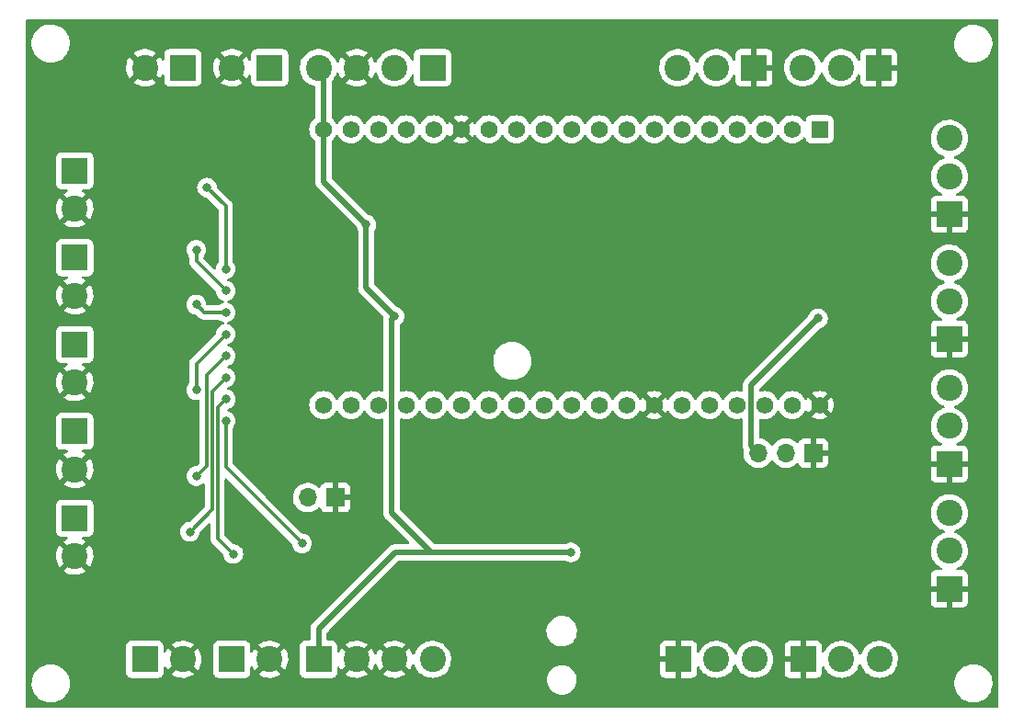
<source format=gbl>
G04 #@! TF.GenerationSoftware,KiCad,Pcbnew,(6.0.2)*
G04 #@! TF.CreationDate,2022-07-26T11:38:03+02:00*
G04 #@! TF.ProjectId,PCB_Layout_MOSFET,5043425f-4c61-4796-9f75-745f4d4f5346,rev?*
G04 #@! TF.SameCoordinates,Original*
G04 #@! TF.FileFunction,Copper,L2,Bot*
G04 #@! TF.FilePolarity,Positive*
%FSLAX46Y46*%
G04 Gerber Fmt 4.6, Leading zero omitted, Abs format (unit mm)*
G04 Created by KiCad (PCBNEW (6.0.2)) date 2022-07-26 11:38:03*
%MOMM*%
%LPD*%
G01*
G04 APERTURE LIST*
G04 #@! TA.AperFunction,ComponentPad*
%ADD10R,1.700000X1.700000*%
G04 #@! TD*
G04 #@! TA.AperFunction,ComponentPad*
%ADD11O,1.700000X1.700000*%
G04 #@! TD*
G04 #@! TA.AperFunction,ComponentPad*
%ADD12R,2.400000X2.400000*%
G04 #@! TD*
G04 #@! TA.AperFunction,ComponentPad*
%ADD13C,2.400000*%
G04 #@! TD*
G04 #@! TA.AperFunction,ComponentPad*
%ADD14R,1.560000X1.560000*%
G04 #@! TD*
G04 #@! TA.AperFunction,ComponentPad*
%ADD15C,1.560000*%
G04 #@! TD*
G04 #@! TA.AperFunction,ViaPad*
%ADD16C,0.800000*%
G04 #@! TD*
G04 #@! TA.AperFunction,Conductor*
%ADD17C,0.500000*%
G04 #@! TD*
G04 #@! TA.AperFunction,Conductor*
%ADD18C,0.300000*%
G04 #@! TD*
G04 APERTURE END LIST*
D10*
X87000000Y-108100000D03*
D11*
X84460000Y-108100000D03*
D10*
X131025000Y-104000000D03*
D11*
X128485000Y-104000000D03*
X125945000Y-104000000D03*
D12*
X118600000Y-123000000D03*
D13*
X122100000Y-123000000D03*
X125600000Y-123000000D03*
D12*
X69450000Y-123000000D03*
D13*
X72950000Y-123000000D03*
D12*
X125550000Y-68500000D03*
D13*
X122050000Y-68500000D03*
X118550000Y-68500000D03*
D12*
X63000000Y-94000000D03*
D13*
X63000000Y-97500000D03*
D12*
X95950000Y-68500000D03*
D13*
X92450000Y-68500000D03*
X88950000Y-68500000D03*
X85450000Y-68500000D03*
D12*
X143550000Y-82000000D03*
D13*
X143550000Y-78500000D03*
X143550000Y-75000000D03*
D12*
X137050000Y-68500000D03*
D13*
X133550000Y-68500000D03*
X130050000Y-68500000D03*
D12*
X77450000Y-123000000D03*
D13*
X80950000Y-123000000D03*
D14*
X131610000Y-74177500D03*
D15*
X129070000Y-74177500D03*
X126530000Y-74177500D03*
X123990000Y-74177500D03*
X121450000Y-74177500D03*
X118910000Y-74177500D03*
X116370000Y-74177500D03*
X113830000Y-74177500D03*
X111290000Y-74177500D03*
X108750000Y-74177500D03*
X106210000Y-74177500D03*
X103670000Y-74177500D03*
X101130000Y-74177500D03*
X98590000Y-74177500D03*
X96050000Y-74177500D03*
X93510000Y-74177500D03*
X90970000Y-74177500D03*
X88430000Y-74177500D03*
X85890000Y-74177500D03*
X131610000Y-99577500D03*
X129070000Y-99577500D03*
X126530000Y-99577500D03*
X123990000Y-99577500D03*
X121450000Y-99577500D03*
X118910000Y-99577500D03*
X116370000Y-99577500D03*
X113830000Y-99577500D03*
X111290000Y-99577500D03*
X108750000Y-99577500D03*
X106210000Y-99577500D03*
X103670000Y-99577500D03*
X101130000Y-99577500D03*
X98590000Y-99577500D03*
X96050000Y-99577500D03*
X93510000Y-99577500D03*
X90970000Y-99577500D03*
X88430000Y-99577500D03*
X85890000Y-99577500D03*
D12*
X143550000Y-105000000D03*
D13*
X143550000Y-101500000D03*
X143550000Y-98000000D03*
D12*
X63000000Y-78000000D03*
D13*
X63000000Y-81500000D03*
D12*
X72950000Y-68500000D03*
D13*
X69450000Y-68500000D03*
D12*
X63000000Y-86000000D03*
D13*
X63000000Y-89500000D03*
D12*
X85450000Y-123000000D03*
D13*
X88950000Y-123000000D03*
X92450000Y-123000000D03*
X95950000Y-123000000D03*
D12*
X63000000Y-110000000D03*
D13*
X63000000Y-113500000D03*
D12*
X130100000Y-123000000D03*
D13*
X133600000Y-123000000D03*
X137100000Y-123000000D03*
D12*
X63000000Y-102000000D03*
D13*
X63000000Y-105500000D03*
D12*
X143550000Y-93500000D03*
D13*
X143550000Y-90000000D03*
X143550000Y-86500000D03*
D12*
X80950000Y-68500000D03*
D13*
X77450000Y-68500000D03*
D12*
X143550000Y-116500000D03*
D13*
X143550000Y-113000000D03*
X143550000Y-109500000D03*
D16*
X92446899Y-91393147D03*
X131450000Y-91600000D03*
X108680000Y-113150000D03*
X89850008Y-82949992D03*
X112600000Y-110770000D03*
X91600000Y-77699500D03*
X97600000Y-91400000D03*
X89250000Y-94950000D03*
X121300000Y-84500000D03*
X85650000Y-87550000D03*
X76900000Y-91050000D03*
X74190000Y-90330000D03*
X76900000Y-87050000D03*
X75180000Y-79540000D03*
X74190000Y-85280000D03*
X76900000Y-89050000D03*
X74190000Y-98190000D03*
X76900000Y-93050000D03*
X74190000Y-106120000D03*
X76900000Y-95050000D03*
X73600000Y-111250000D03*
X76900000Y-97050000D03*
X77600000Y-113300000D03*
X76900000Y-99050000D03*
X83925000Y-112325000D03*
X76900000Y-101050000D03*
D17*
X125300489Y-103355489D02*
X125945000Y-104000000D01*
X125300489Y-97749511D02*
X125300489Y-103355489D01*
X92446899Y-91393147D02*
X92199511Y-91640535D01*
X85890000Y-74177500D02*
X85890000Y-68940000D01*
X92446899Y-91393147D02*
X89850008Y-88796256D01*
X85890000Y-68940000D02*
X85450000Y-68500000D01*
X85890000Y-78989984D02*
X85890000Y-74177500D01*
X89850008Y-82949992D02*
X85890000Y-78989984D01*
X125300489Y-97749511D02*
X131450000Y-91600000D01*
X92500000Y-113150000D02*
X95800000Y-113150000D01*
X92199511Y-91640535D02*
X92199511Y-109549511D01*
X108680000Y-113150000D02*
X95800000Y-113150000D01*
X85450000Y-120200000D02*
X92500000Y-113150000D01*
X89850008Y-88796256D02*
X89850008Y-82949992D01*
X95800000Y-113150000D02*
X92199511Y-109549511D01*
X85450000Y-123000000D02*
X85450000Y-120200000D01*
D18*
X76900000Y-91050000D02*
X74910000Y-91050000D01*
X74910000Y-91050000D02*
X74190000Y-90330000D01*
X76900000Y-81260000D02*
X75180000Y-79540000D01*
X76900000Y-87050000D02*
X76900000Y-81260000D01*
X74190000Y-86340000D02*
X74190000Y-85280000D01*
X76900000Y-89050000D02*
X74190000Y-86340000D01*
X76900000Y-93050000D02*
X74190000Y-95760000D01*
X74190000Y-95760000D02*
X74190000Y-98190000D01*
X75151451Y-96798549D02*
X75151450Y-103050000D01*
X76900000Y-95050000D02*
X75151451Y-96798549D01*
X75151450Y-105158550D02*
X74190000Y-106120000D01*
X75151450Y-103050000D02*
X75151450Y-105158550D01*
X76900000Y-97050000D02*
X75650970Y-98299030D01*
X75650969Y-109199031D02*
X73600000Y-111250000D01*
X75650970Y-98299030D02*
X75650969Y-108500000D01*
X75650969Y-108500000D02*
X75650969Y-109199031D01*
X76150489Y-111850489D02*
X77600000Y-113300000D01*
X76150489Y-99799511D02*
X76150489Y-111850489D01*
X76900000Y-99050000D02*
X76150489Y-99799511D01*
X76900000Y-101050000D02*
X76900000Y-105300000D01*
X76900000Y-105300000D02*
X83925000Y-112325000D01*
G04 #@! TA.AperFunction,Conductor*
G36*
X147984121Y-64028002D02*
G01*
X148030614Y-64081658D01*
X148042000Y-64134000D01*
X148042000Y-127366000D01*
X148021998Y-127434121D01*
X147968342Y-127480614D01*
X147916000Y-127492000D01*
X58634000Y-127492000D01*
X58565879Y-127471998D01*
X58519386Y-127418342D01*
X58508000Y-127366000D01*
X58508000Y-125327655D01*
X59029858Y-125327655D01*
X59065104Y-125586638D01*
X59066412Y-125591124D01*
X59066412Y-125591126D01*
X59086098Y-125658664D01*
X59138243Y-125837567D01*
X59247668Y-126074928D01*
X59250231Y-126078837D01*
X59388410Y-126289596D01*
X59388414Y-126289601D01*
X59390976Y-126293509D01*
X59565018Y-126488506D01*
X59765970Y-126655637D01*
X59769973Y-126658066D01*
X59985422Y-126788804D01*
X59985426Y-126788806D01*
X59989419Y-126791229D01*
X60230455Y-126892303D01*
X60483783Y-126956641D01*
X60488434Y-126957109D01*
X60488438Y-126957110D01*
X60681308Y-126976531D01*
X60700867Y-126978500D01*
X60856354Y-126978500D01*
X60858679Y-126978327D01*
X60858685Y-126978327D01*
X61046000Y-126964407D01*
X61046004Y-126964406D01*
X61050652Y-126964061D01*
X61055200Y-126963032D01*
X61055206Y-126963031D01*
X61241601Y-126920853D01*
X61305577Y-126906377D01*
X61341769Y-126892303D01*
X61544824Y-126813340D01*
X61544827Y-126813339D01*
X61549177Y-126811647D01*
X61776098Y-126681951D01*
X61981357Y-126520138D01*
X62160443Y-126329763D01*
X62293700Y-126137675D01*
X62306759Y-126118851D01*
X62306761Y-126118848D01*
X62309424Y-126115009D01*
X62356159Y-126020240D01*
X62422960Y-125884781D01*
X62422961Y-125884778D01*
X62425025Y-125880593D01*
X62504707Y-125631665D01*
X62546721Y-125373693D01*
X62548210Y-125259942D01*
X62550081Y-125117022D01*
X62550081Y-125117019D01*
X62550142Y-125112345D01*
X62514896Y-124853362D01*
X62511324Y-124841105D01*
X62509770Y-124835774D01*
X106495602Y-124835774D01*
X106504251Y-125066158D01*
X106551593Y-125291791D01*
X106553551Y-125296750D01*
X106553552Y-125296752D01*
X106567587Y-125332289D01*
X106636276Y-125506221D01*
X106639043Y-125510780D01*
X106639044Y-125510783D01*
X106712397Y-125631665D01*
X106755877Y-125703317D01*
X106759374Y-125707347D01*
X106872373Y-125837567D01*
X106906977Y-125877445D01*
X106911108Y-125880832D01*
X107081127Y-126020240D01*
X107081133Y-126020244D01*
X107085255Y-126023624D01*
X107089891Y-126026263D01*
X107089894Y-126026265D01*
X107252545Y-126118851D01*
X107285614Y-126137675D01*
X107502325Y-126216337D01*
X107507574Y-126217286D01*
X107507577Y-126217287D01*
X107725108Y-126256623D01*
X107725115Y-126256624D01*
X107729192Y-126257361D01*
X107746914Y-126258197D01*
X107751856Y-126258430D01*
X107751863Y-126258430D01*
X107753344Y-126258500D01*
X107915390Y-126258500D01*
X107982309Y-126252822D01*
X108081909Y-126244371D01*
X108081913Y-126244370D01*
X108087220Y-126243920D01*
X108092375Y-126242582D01*
X108092381Y-126242581D01*
X108305203Y-126187343D01*
X108305207Y-126187342D01*
X108310372Y-126186001D01*
X108315238Y-126183809D01*
X108315241Y-126183808D01*
X108515702Y-126093507D01*
X108520575Y-126091312D01*
X108711819Y-125962559D01*
X108878635Y-125803424D01*
X109016254Y-125618458D01*
X109030151Y-125591126D01*
X109118322Y-125417704D01*
X109120740Y-125412949D01*
X109131497Y-125378308D01*
X109147225Y-125327655D01*
X144019858Y-125327655D01*
X144055104Y-125586638D01*
X144056412Y-125591124D01*
X144056412Y-125591126D01*
X144076098Y-125658664D01*
X144128243Y-125837567D01*
X144237668Y-126074928D01*
X144240231Y-126078837D01*
X144378410Y-126289596D01*
X144378414Y-126289601D01*
X144380976Y-126293509D01*
X144555018Y-126488506D01*
X144755970Y-126655637D01*
X144759973Y-126658066D01*
X144975422Y-126788804D01*
X144975426Y-126788806D01*
X144979419Y-126791229D01*
X145220455Y-126892303D01*
X145473783Y-126956641D01*
X145478434Y-126957109D01*
X145478438Y-126957110D01*
X145671308Y-126976531D01*
X145690867Y-126978500D01*
X145846354Y-126978500D01*
X145848679Y-126978327D01*
X145848685Y-126978327D01*
X146036000Y-126964407D01*
X146036004Y-126964406D01*
X146040652Y-126964061D01*
X146045200Y-126963032D01*
X146045206Y-126963031D01*
X146231601Y-126920853D01*
X146295577Y-126906377D01*
X146331769Y-126892303D01*
X146534824Y-126813340D01*
X146534827Y-126813339D01*
X146539177Y-126811647D01*
X146766098Y-126681951D01*
X146971357Y-126520138D01*
X147150443Y-126329763D01*
X147283700Y-126137675D01*
X147296759Y-126118851D01*
X147296761Y-126118848D01*
X147299424Y-126115009D01*
X147346159Y-126020240D01*
X147412960Y-125884781D01*
X147412961Y-125884778D01*
X147415025Y-125880593D01*
X147494707Y-125631665D01*
X147536721Y-125373693D01*
X147538210Y-125259942D01*
X147540081Y-125117022D01*
X147540081Y-125117019D01*
X147540142Y-125112345D01*
X147504896Y-124853362D01*
X147501324Y-124841105D01*
X147462527Y-124708000D01*
X147431757Y-124602433D01*
X147322332Y-124365072D01*
X147279347Y-124299509D01*
X147181590Y-124150404D01*
X147181586Y-124150399D01*
X147179024Y-124146491D01*
X147004982Y-123951494D01*
X146804030Y-123784363D01*
X146690783Y-123715643D01*
X146584578Y-123651196D01*
X146584574Y-123651194D01*
X146580581Y-123648771D01*
X146339545Y-123547697D01*
X146086217Y-123483359D01*
X146081566Y-123482891D01*
X146081562Y-123482890D01*
X145872271Y-123461816D01*
X145869133Y-123461500D01*
X145713646Y-123461500D01*
X145711321Y-123461673D01*
X145711315Y-123461673D01*
X145524000Y-123475593D01*
X145523996Y-123475594D01*
X145519348Y-123475939D01*
X145514800Y-123476968D01*
X145514794Y-123476969D01*
X145368158Y-123510150D01*
X145264423Y-123533623D01*
X145260071Y-123535315D01*
X145260069Y-123535316D01*
X145025176Y-123626660D01*
X145025173Y-123626661D01*
X145020823Y-123628353D01*
X145016769Y-123630670D01*
X145016767Y-123630671D01*
X144961384Y-123662325D01*
X144793902Y-123758049D01*
X144588643Y-123919862D01*
X144409557Y-124110237D01*
X144360091Y-124181542D01*
X144265624Y-124317715D01*
X144260576Y-124324991D01*
X144258510Y-124329181D01*
X144258508Y-124329184D01*
X144163641Y-124521557D01*
X144144975Y-124559407D01*
X144143553Y-124563850D01*
X144143552Y-124563852D01*
X144097529Y-124707629D01*
X144065293Y-124808335D01*
X144023279Y-125066307D01*
X144023218Y-125070980D01*
X144020263Y-125296752D01*
X144019858Y-125327655D01*
X109147225Y-125327655D01*
X109187524Y-125197871D01*
X109189107Y-125192773D01*
X109200381Y-125107711D01*
X109218698Y-124969511D01*
X109218698Y-124969506D01*
X109219398Y-124964226D01*
X109210749Y-124733842D01*
X109163407Y-124508209D01*
X109161448Y-124503248D01*
X109080685Y-124298744D01*
X109080684Y-124298742D01*
X109078724Y-124293779D01*
X109053063Y-124251490D01*
X109048924Y-124244669D01*
X116892001Y-124244669D01*
X116892371Y-124251490D01*
X116897895Y-124302352D01*
X116901521Y-124317604D01*
X116946676Y-124438054D01*
X116955214Y-124453649D01*
X117031715Y-124555724D01*
X117044276Y-124568285D01*
X117146351Y-124644786D01*
X117161946Y-124653324D01*
X117282394Y-124698478D01*
X117297649Y-124702105D01*
X117348514Y-124707631D01*
X117355328Y-124708000D01*
X118327885Y-124708000D01*
X118343124Y-124703525D01*
X118344329Y-124702135D01*
X118346000Y-124694452D01*
X118346000Y-124689884D01*
X118854000Y-124689884D01*
X118858475Y-124705123D01*
X118859865Y-124706328D01*
X118867548Y-124707999D01*
X119844669Y-124707999D01*
X119851490Y-124707629D01*
X119902352Y-124702105D01*
X119917604Y-124698479D01*
X120038054Y-124653324D01*
X120053649Y-124644786D01*
X120155724Y-124568285D01*
X120168285Y-124555724D01*
X120244786Y-124453649D01*
X120253324Y-124438054D01*
X120298478Y-124317606D01*
X120302105Y-124302351D01*
X120307631Y-124251486D01*
X120308000Y-124244672D01*
X120308000Y-123775406D01*
X120328002Y-123707285D01*
X120381658Y-123660792D01*
X120451932Y-123650688D01*
X120516512Y-123680182D01*
X120544991Y-123715767D01*
X120579376Y-123779760D01*
X120652666Y-123916160D01*
X120655025Y-123920551D01*
X120657820Y-123924294D01*
X120657822Y-123924297D01*
X120804171Y-124120282D01*
X120804176Y-124120288D01*
X120806963Y-124124020D01*
X120810272Y-124127300D01*
X120810277Y-124127306D01*
X120973608Y-124289217D01*
X120987307Y-124302797D01*
X120991069Y-124305555D01*
X120991072Y-124305558D01*
X121023294Y-124329184D01*
X121192094Y-124452953D01*
X121196229Y-124455129D01*
X121196233Y-124455131D01*
X121287689Y-124503248D01*
X121416827Y-124571191D01*
X121494109Y-124598179D01*
X121652021Y-124653324D01*
X121656568Y-124654912D01*
X121906050Y-124702278D01*
X122026532Y-124707011D01*
X122155125Y-124712064D01*
X122155130Y-124712064D01*
X122159793Y-124712247D01*
X122252401Y-124702105D01*
X122407569Y-124685112D01*
X122407575Y-124685111D01*
X122412222Y-124684602D01*
X122521680Y-124655784D01*
X122653273Y-124621138D01*
X122657793Y-124619948D01*
X122808455Y-124555219D01*
X122886807Y-124521557D01*
X122886810Y-124521555D01*
X122891110Y-124519708D01*
X122895090Y-124517245D01*
X122895094Y-124517243D01*
X123103064Y-124388547D01*
X123103066Y-124388545D01*
X123107047Y-124386082D01*
X123122076Y-124373359D01*
X123297289Y-124225031D01*
X123297291Y-124225029D01*
X123300862Y-124222006D01*
X123468295Y-124031084D01*
X123482686Y-124008712D01*
X123570275Y-123872539D01*
X123605669Y-123817512D01*
X123709967Y-123585980D01*
X123711288Y-123581298D01*
X123728528Y-123520167D01*
X123766269Y-123460033D01*
X123830530Y-123429850D01*
X123900909Y-123439200D01*
X123955059Y-123485116D01*
X123968385Y-123511789D01*
X124034831Y-123696858D01*
X124044992Y-123715768D01*
X124152666Y-123916160D01*
X124155025Y-123920551D01*
X124157820Y-123924294D01*
X124157822Y-123924297D01*
X124304171Y-124120282D01*
X124304176Y-124120288D01*
X124306963Y-124124020D01*
X124310272Y-124127300D01*
X124310277Y-124127306D01*
X124473608Y-124289217D01*
X124487307Y-124302797D01*
X124491069Y-124305555D01*
X124491072Y-124305558D01*
X124523294Y-124329184D01*
X124692094Y-124452953D01*
X124696229Y-124455129D01*
X124696233Y-124455131D01*
X124787689Y-124503248D01*
X124916827Y-124571191D01*
X124994109Y-124598179D01*
X125152021Y-124653324D01*
X125156568Y-124654912D01*
X125406050Y-124702278D01*
X125526532Y-124707011D01*
X125655125Y-124712064D01*
X125655130Y-124712064D01*
X125659793Y-124712247D01*
X125752401Y-124702105D01*
X125907569Y-124685112D01*
X125907575Y-124685111D01*
X125912222Y-124684602D01*
X126021680Y-124655784D01*
X126153273Y-124621138D01*
X126157793Y-124619948D01*
X126308455Y-124555219D01*
X126386807Y-124521557D01*
X126386810Y-124521555D01*
X126391110Y-124519708D01*
X126395090Y-124517245D01*
X126395094Y-124517243D01*
X126603064Y-124388547D01*
X126603066Y-124388545D01*
X126607047Y-124386082D01*
X126622076Y-124373359D01*
X126774092Y-124244669D01*
X128392001Y-124244669D01*
X128392371Y-124251490D01*
X128397895Y-124302352D01*
X128401521Y-124317604D01*
X128446676Y-124438054D01*
X128455214Y-124453649D01*
X128531715Y-124555724D01*
X128544276Y-124568285D01*
X128646351Y-124644786D01*
X128661946Y-124653324D01*
X128782394Y-124698478D01*
X128797649Y-124702105D01*
X128848514Y-124707631D01*
X128855328Y-124708000D01*
X129827885Y-124708000D01*
X129843124Y-124703525D01*
X129844329Y-124702135D01*
X129846000Y-124694452D01*
X129846000Y-124689884D01*
X130354000Y-124689884D01*
X130358475Y-124705123D01*
X130359865Y-124706328D01*
X130367548Y-124707999D01*
X131344669Y-124707999D01*
X131351490Y-124707629D01*
X131402352Y-124702105D01*
X131417604Y-124698479D01*
X131538054Y-124653324D01*
X131553649Y-124644786D01*
X131655724Y-124568285D01*
X131668285Y-124555724D01*
X131744786Y-124453649D01*
X131753324Y-124438054D01*
X131798478Y-124317606D01*
X131802105Y-124302351D01*
X131807631Y-124251486D01*
X131808000Y-124244672D01*
X131808000Y-123775406D01*
X131828002Y-123707285D01*
X131881658Y-123660792D01*
X131951932Y-123650688D01*
X132016512Y-123680182D01*
X132044991Y-123715767D01*
X132079376Y-123779760D01*
X132152666Y-123916160D01*
X132155025Y-123920551D01*
X132157820Y-123924294D01*
X132157822Y-123924297D01*
X132304171Y-124120282D01*
X132304176Y-124120288D01*
X132306963Y-124124020D01*
X132310272Y-124127300D01*
X132310277Y-124127306D01*
X132473608Y-124289217D01*
X132487307Y-124302797D01*
X132491069Y-124305555D01*
X132491072Y-124305558D01*
X132523294Y-124329184D01*
X132692094Y-124452953D01*
X132696229Y-124455129D01*
X132696233Y-124455131D01*
X132787689Y-124503248D01*
X132916827Y-124571191D01*
X132994109Y-124598179D01*
X133152021Y-124653324D01*
X133156568Y-124654912D01*
X133406050Y-124702278D01*
X133526532Y-124707011D01*
X133655125Y-124712064D01*
X133655130Y-124712064D01*
X133659793Y-124712247D01*
X133752401Y-124702105D01*
X133907569Y-124685112D01*
X133907575Y-124685111D01*
X133912222Y-124684602D01*
X134021680Y-124655784D01*
X134153273Y-124621138D01*
X134157793Y-124619948D01*
X134308455Y-124555219D01*
X134386807Y-124521557D01*
X134386810Y-124521555D01*
X134391110Y-124519708D01*
X134395090Y-124517245D01*
X134395094Y-124517243D01*
X134603064Y-124388547D01*
X134603066Y-124388545D01*
X134607047Y-124386082D01*
X134622076Y-124373359D01*
X134797289Y-124225031D01*
X134797291Y-124225029D01*
X134800862Y-124222006D01*
X134968295Y-124031084D01*
X134982686Y-124008712D01*
X135070275Y-123872539D01*
X135105669Y-123817512D01*
X135209967Y-123585980D01*
X135211288Y-123581298D01*
X135228528Y-123520167D01*
X135266269Y-123460033D01*
X135330530Y-123429850D01*
X135400909Y-123439200D01*
X135455059Y-123485116D01*
X135468385Y-123511789D01*
X135534831Y-123696858D01*
X135544992Y-123715768D01*
X135652666Y-123916160D01*
X135655025Y-123920551D01*
X135657820Y-123924294D01*
X135657822Y-123924297D01*
X135804171Y-124120282D01*
X135804176Y-124120288D01*
X135806963Y-124124020D01*
X135810272Y-124127300D01*
X135810277Y-124127306D01*
X135973608Y-124289217D01*
X135987307Y-124302797D01*
X135991069Y-124305555D01*
X135991072Y-124305558D01*
X136023294Y-124329184D01*
X136192094Y-124452953D01*
X136196229Y-124455129D01*
X136196233Y-124455131D01*
X136287689Y-124503248D01*
X136416827Y-124571191D01*
X136494109Y-124598179D01*
X136652021Y-124653324D01*
X136656568Y-124654912D01*
X136906050Y-124702278D01*
X137026532Y-124707011D01*
X137155125Y-124712064D01*
X137155130Y-124712064D01*
X137159793Y-124712247D01*
X137252401Y-124702105D01*
X137407569Y-124685112D01*
X137407575Y-124685111D01*
X137412222Y-124684602D01*
X137521680Y-124655784D01*
X137653273Y-124621138D01*
X137657793Y-124619948D01*
X137808455Y-124555219D01*
X137886807Y-124521557D01*
X137886810Y-124521555D01*
X137891110Y-124519708D01*
X137895090Y-124517245D01*
X137895094Y-124517243D01*
X138103064Y-124388547D01*
X138103066Y-124388545D01*
X138107047Y-124386082D01*
X138122076Y-124373359D01*
X138297289Y-124225031D01*
X138297291Y-124225029D01*
X138300862Y-124222006D01*
X138468295Y-124031084D01*
X138482686Y-124008712D01*
X138570275Y-123872539D01*
X138605669Y-123817512D01*
X138709967Y-123585980D01*
X138711288Y-123581298D01*
X138740711Y-123476969D01*
X138778896Y-123341575D01*
X138810943Y-123089667D01*
X138811027Y-123086483D01*
X138812264Y-123039233D01*
X138813291Y-123000000D01*
X138809958Y-122955151D01*
X138794818Y-122751411D01*
X138794817Y-122751407D01*
X138794472Y-122746759D01*
X138792974Y-122740135D01*
X138739459Y-122503639D01*
X138738428Y-122499082D01*
X138732460Y-122483735D01*
X138648084Y-122266762D01*
X138648083Y-122266760D01*
X138646391Y-122262409D01*
X138625866Y-122226498D01*
X138522702Y-122045997D01*
X138522700Y-122045995D01*
X138520383Y-122041940D01*
X138363171Y-121842517D01*
X138192957Y-121682396D01*
X138181610Y-121671722D01*
X138181608Y-121671720D01*
X138178209Y-121668523D01*
X138125818Y-121632178D01*
X137973393Y-121526437D01*
X137973390Y-121526435D01*
X137969561Y-121523779D01*
X137965384Y-121521719D01*
X137965377Y-121521715D01*
X137745996Y-121413528D01*
X137745992Y-121413527D01*
X137741810Y-121411464D01*
X137499960Y-121334047D01*
X137495355Y-121333297D01*
X137253935Y-121293980D01*
X137253934Y-121293980D01*
X137249323Y-121293229D01*
X137122365Y-121291567D01*
X137000083Y-121289966D01*
X137000080Y-121289966D01*
X136995406Y-121289905D01*
X136743787Y-121324149D01*
X136739301Y-121325457D01*
X136739299Y-121325457D01*
X136712401Y-121333297D01*
X136499993Y-121395208D01*
X136495740Y-121397168D01*
X136495739Y-121397169D01*
X136467818Y-121410041D01*
X136269380Y-121501522D01*
X136265471Y-121504085D01*
X136060928Y-121638189D01*
X136060923Y-121638193D01*
X136057015Y-121640755D01*
X136010360Y-121682396D01*
X135886010Y-121793383D01*
X135867562Y-121809848D01*
X135705183Y-122005087D01*
X135573447Y-122222182D01*
X135571638Y-122226496D01*
X135571637Y-122226498D01*
X135517777Y-122354941D01*
X135475246Y-122456365D01*
X135474096Y-122460893D01*
X135474095Y-122460897D01*
X135472016Y-122469084D01*
X135435861Y-122530185D01*
X135372412Y-122562039D01*
X135301813Y-122554534D01*
X135246479Y-122510051D01*
X135232460Y-122483735D01*
X135148084Y-122266762D01*
X135148083Y-122266760D01*
X135146391Y-122262409D01*
X135125866Y-122226498D01*
X135022702Y-122045997D01*
X135022700Y-122045995D01*
X135020383Y-122041940D01*
X134863171Y-121842517D01*
X134692957Y-121682396D01*
X134681610Y-121671722D01*
X134681608Y-121671720D01*
X134678209Y-121668523D01*
X134625818Y-121632178D01*
X134473393Y-121526437D01*
X134473390Y-121526435D01*
X134469561Y-121523779D01*
X134465384Y-121521719D01*
X134465377Y-121521715D01*
X134245996Y-121413528D01*
X134245992Y-121413527D01*
X134241810Y-121411464D01*
X133999960Y-121334047D01*
X133995355Y-121333297D01*
X133753935Y-121293980D01*
X133753934Y-121293980D01*
X133749323Y-121293229D01*
X133622365Y-121291567D01*
X133500083Y-121289966D01*
X133500080Y-121289966D01*
X133495406Y-121289905D01*
X133243787Y-121324149D01*
X133239301Y-121325457D01*
X133239299Y-121325457D01*
X133212401Y-121333297D01*
X132999993Y-121395208D01*
X132995740Y-121397168D01*
X132995739Y-121397169D01*
X132967818Y-121410041D01*
X132769380Y-121501522D01*
X132765471Y-121504085D01*
X132560928Y-121638189D01*
X132560923Y-121638193D01*
X132557015Y-121640755D01*
X132510360Y-121682396D01*
X132386010Y-121793383D01*
X132367562Y-121809848D01*
X132205183Y-122005087D01*
X132073447Y-122222182D01*
X132071638Y-122226496D01*
X132071637Y-122226498D01*
X132050196Y-122277629D01*
X132005407Y-122332715D01*
X131937946Y-122354841D01*
X131869233Y-122336983D01*
X131821081Y-122284810D01*
X131807999Y-122228903D01*
X131807999Y-121755331D01*
X131807629Y-121748510D01*
X131802105Y-121697648D01*
X131798479Y-121682396D01*
X131753324Y-121561946D01*
X131744786Y-121546351D01*
X131668285Y-121444276D01*
X131655724Y-121431715D01*
X131553649Y-121355214D01*
X131538054Y-121346676D01*
X131417606Y-121301522D01*
X131402351Y-121297895D01*
X131351486Y-121292369D01*
X131344672Y-121292000D01*
X130372115Y-121292000D01*
X130356876Y-121296475D01*
X130355671Y-121297865D01*
X130354000Y-121305548D01*
X130354000Y-124689884D01*
X129846000Y-124689884D01*
X129846000Y-123272115D01*
X129841525Y-123256876D01*
X129840135Y-123255671D01*
X129832452Y-123254000D01*
X128410116Y-123254000D01*
X128394877Y-123258475D01*
X128393672Y-123259865D01*
X128392001Y-123267548D01*
X128392001Y-124244669D01*
X126774092Y-124244669D01*
X126797289Y-124225031D01*
X126797291Y-124225029D01*
X126800862Y-124222006D01*
X126968295Y-124031084D01*
X126982686Y-124008712D01*
X127070275Y-123872539D01*
X127105669Y-123817512D01*
X127209967Y-123585980D01*
X127211288Y-123581298D01*
X127240711Y-123476969D01*
X127278896Y-123341575D01*
X127310943Y-123089667D01*
X127311027Y-123086483D01*
X127312264Y-123039233D01*
X127313291Y-123000000D01*
X127309958Y-122955151D01*
X127294818Y-122751411D01*
X127294817Y-122751407D01*
X127294472Y-122746759D01*
X127292974Y-122740135D01*
X127290202Y-122727885D01*
X128392000Y-122727885D01*
X128396475Y-122743124D01*
X128397865Y-122744329D01*
X128405548Y-122746000D01*
X129827885Y-122746000D01*
X129843124Y-122741525D01*
X129844329Y-122740135D01*
X129846000Y-122732452D01*
X129846000Y-121310116D01*
X129841525Y-121294877D01*
X129840135Y-121293672D01*
X129832452Y-121292001D01*
X128855331Y-121292001D01*
X128848510Y-121292371D01*
X128797648Y-121297895D01*
X128782396Y-121301521D01*
X128661946Y-121346676D01*
X128646351Y-121355214D01*
X128544276Y-121431715D01*
X128531715Y-121444276D01*
X128455214Y-121546351D01*
X128446676Y-121561946D01*
X128401522Y-121682394D01*
X128397895Y-121697649D01*
X128392369Y-121748514D01*
X128392000Y-121755328D01*
X128392000Y-122727885D01*
X127290202Y-122727885D01*
X127239459Y-122503639D01*
X127238428Y-122499082D01*
X127232460Y-122483735D01*
X127148084Y-122266762D01*
X127148083Y-122266760D01*
X127146391Y-122262409D01*
X127125866Y-122226498D01*
X127022702Y-122045997D01*
X127022700Y-122045995D01*
X127020383Y-122041940D01*
X126863171Y-121842517D01*
X126692957Y-121682396D01*
X126681610Y-121671722D01*
X126681608Y-121671720D01*
X126678209Y-121668523D01*
X126625818Y-121632178D01*
X126473393Y-121526437D01*
X126473390Y-121526435D01*
X126469561Y-121523779D01*
X126465384Y-121521719D01*
X126465377Y-121521715D01*
X126245996Y-121413528D01*
X126245992Y-121413527D01*
X126241810Y-121411464D01*
X125999960Y-121334047D01*
X125995355Y-121333297D01*
X125753935Y-121293980D01*
X125753934Y-121293980D01*
X125749323Y-121293229D01*
X125622365Y-121291567D01*
X125500083Y-121289966D01*
X125500080Y-121289966D01*
X125495406Y-121289905D01*
X125243787Y-121324149D01*
X125239301Y-121325457D01*
X125239299Y-121325457D01*
X125212401Y-121333297D01*
X124999993Y-121395208D01*
X124995740Y-121397168D01*
X124995739Y-121397169D01*
X124967818Y-121410041D01*
X124769380Y-121501522D01*
X124765471Y-121504085D01*
X124560928Y-121638189D01*
X124560923Y-121638193D01*
X124557015Y-121640755D01*
X124510360Y-121682396D01*
X124386010Y-121793383D01*
X124367562Y-121809848D01*
X124205183Y-122005087D01*
X124073447Y-122222182D01*
X124071638Y-122226496D01*
X124071637Y-122226498D01*
X124017777Y-122354941D01*
X123975246Y-122456365D01*
X123974096Y-122460893D01*
X123974095Y-122460897D01*
X123972016Y-122469084D01*
X123935861Y-122530185D01*
X123872412Y-122562039D01*
X123801813Y-122554534D01*
X123746479Y-122510051D01*
X123732460Y-122483735D01*
X123648084Y-122266762D01*
X123648083Y-122266760D01*
X123646391Y-122262409D01*
X123625866Y-122226498D01*
X123522702Y-122045997D01*
X123522700Y-122045995D01*
X123520383Y-122041940D01*
X123363171Y-121842517D01*
X123192957Y-121682396D01*
X123181610Y-121671722D01*
X123181608Y-121671720D01*
X123178209Y-121668523D01*
X123125818Y-121632178D01*
X122973393Y-121526437D01*
X122973390Y-121526435D01*
X122969561Y-121523779D01*
X122965384Y-121521719D01*
X122965377Y-121521715D01*
X122745996Y-121413528D01*
X122745992Y-121413527D01*
X122741810Y-121411464D01*
X122499960Y-121334047D01*
X122495355Y-121333297D01*
X122253935Y-121293980D01*
X122253934Y-121293980D01*
X122249323Y-121293229D01*
X122122365Y-121291567D01*
X122000083Y-121289966D01*
X122000080Y-121289966D01*
X121995406Y-121289905D01*
X121743787Y-121324149D01*
X121739301Y-121325457D01*
X121739299Y-121325457D01*
X121712401Y-121333297D01*
X121499993Y-121395208D01*
X121495740Y-121397168D01*
X121495739Y-121397169D01*
X121467818Y-121410041D01*
X121269380Y-121501522D01*
X121265471Y-121504085D01*
X121060928Y-121638189D01*
X121060923Y-121638193D01*
X121057015Y-121640755D01*
X121010360Y-121682396D01*
X120886010Y-121793383D01*
X120867562Y-121809848D01*
X120705183Y-122005087D01*
X120573447Y-122222182D01*
X120571638Y-122226496D01*
X120571637Y-122226498D01*
X120550196Y-122277629D01*
X120505407Y-122332715D01*
X120437946Y-122354841D01*
X120369233Y-122336983D01*
X120321081Y-122284810D01*
X120307999Y-122228903D01*
X120307999Y-121755331D01*
X120307629Y-121748510D01*
X120302105Y-121697648D01*
X120298479Y-121682396D01*
X120253324Y-121561946D01*
X120244786Y-121546351D01*
X120168285Y-121444276D01*
X120155724Y-121431715D01*
X120053649Y-121355214D01*
X120038054Y-121346676D01*
X119917606Y-121301522D01*
X119902351Y-121297895D01*
X119851486Y-121292369D01*
X119844672Y-121292000D01*
X118872115Y-121292000D01*
X118856876Y-121296475D01*
X118855671Y-121297865D01*
X118854000Y-121305548D01*
X118854000Y-124689884D01*
X118346000Y-124689884D01*
X118346000Y-123272115D01*
X118341525Y-123256876D01*
X118340135Y-123255671D01*
X118332452Y-123254000D01*
X116910116Y-123254000D01*
X116894877Y-123258475D01*
X116893672Y-123259865D01*
X116892001Y-123267548D01*
X116892001Y-124244669D01*
X109048924Y-124244669D01*
X108986455Y-124141724D01*
X108959123Y-124096683D01*
X108875967Y-124000854D01*
X108811523Y-123926588D01*
X108811521Y-123926586D01*
X108808023Y-123922555D01*
X108766470Y-123888484D01*
X108633873Y-123779760D01*
X108633867Y-123779756D01*
X108629745Y-123776376D01*
X108625109Y-123773737D01*
X108625106Y-123773735D01*
X108434029Y-123664968D01*
X108429386Y-123662325D01*
X108212675Y-123583663D01*
X108207426Y-123582714D01*
X108207423Y-123582713D01*
X107989892Y-123543377D01*
X107989885Y-123543376D01*
X107985808Y-123542639D01*
X107968086Y-123541803D01*
X107963144Y-123541570D01*
X107963137Y-123541570D01*
X107961656Y-123541500D01*
X107799610Y-123541500D01*
X107740118Y-123546548D01*
X107633091Y-123555629D01*
X107633087Y-123555630D01*
X107627780Y-123556080D01*
X107622625Y-123557418D01*
X107622619Y-123557419D01*
X107409797Y-123612657D01*
X107409793Y-123612658D01*
X107404628Y-123613999D01*
X107399762Y-123616191D01*
X107399759Y-123616192D01*
X107291480Y-123664968D01*
X107194425Y-123708688D01*
X107003181Y-123837441D01*
X106836365Y-123996576D01*
X106833182Y-124000854D01*
X106825423Y-124011282D01*
X106698746Y-124181542D01*
X106696330Y-124186293D01*
X106696328Y-124186297D01*
X106666649Y-124244672D01*
X106594260Y-124387051D01*
X106592678Y-124392145D01*
X106592677Y-124392148D01*
X106552634Y-124521107D01*
X106525893Y-124607227D01*
X106525192Y-124612516D01*
X106498626Y-124812959D01*
X106495602Y-124835774D01*
X62509770Y-124835774D01*
X62472527Y-124708000D01*
X62441757Y-124602433D01*
X62332332Y-124365072D01*
X62289347Y-124299509D01*
X62255664Y-124248134D01*
X67741500Y-124248134D01*
X67748255Y-124310316D01*
X67799385Y-124446705D01*
X67886739Y-124563261D01*
X68003295Y-124650615D01*
X68139684Y-124701745D01*
X68201866Y-124708500D01*
X70698134Y-124708500D01*
X70760316Y-124701745D01*
X70896705Y-124650615D01*
X71013261Y-124563261D01*
X71100615Y-124446705D01*
X71128111Y-124373359D01*
X71941386Y-124373359D01*
X71950099Y-124384879D01*
X72038586Y-124449760D01*
X72046505Y-124454708D01*
X72262877Y-124568547D01*
X72271451Y-124572275D01*
X72502282Y-124652885D01*
X72511291Y-124655299D01*
X72751518Y-124700908D01*
X72760775Y-124701962D01*
X73005107Y-124711563D01*
X73014420Y-124711237D01*
X73257478Y-124684618D01*
X73266655Y-124682917D01*
X73503107Y-124620665D01*
X73511926Y-124617628D01*
X73736584Y-124521107D01*
X73744856Y-124516800D01*
X73952777Y-124388135D01*
X73954620Y-124386796D01*
X73962038Y-124375541D01*
X73955974Y-124365184D01*
X73838924Y-124248134D01*
X75741500Y-124248134D01*
X75748255Y-124310316D01*
X75799385Y-124446705D01*
X75886739Y-124563261D01*
X76003295Y-124650615D01*
X76139684Y-124701745D01*
X76201866Y-124708500D01*
X78698134Y-124708500D01*
X78760316Y-124701745D01*
X78896705Y-124650615D01*
X79013261Y-124563261D01*
X79100615Y-124446705D01*
X79128111Y-124373359D01*
X79941386Y-124373359D01*
X79950099Y-124384879D01*
X80038586Y-124449760D01*
X80046505Y-124454708D01*
X80262877Y-124568547D01*
X80271451Y-124572275D01*
X80502282Y-124652885D01*
X80511291Y-124655299D01*
X80751518Y-124700908D01*
X80760775Y-124701962D01*
X81005107Y-124711563D01*
X81014420Y-124711237D01*
X81257478Y-124684618D01*
X81266655Y-124682917D01*
X81503107Y-124620665D01*
X81511926Y-124617628D01*
X81736584Y-124521107D01*
X81744856Y-124516800D01*
X81952777Y-124388135D01*
X81954620Y-124386796D01*
X81962038Y-124375541D01*
X81955974Y-124365184D01*
X80962812Y-123372022D01*
X80948868Y-123364408D01*
X80947035Y-123364539D01*
X80940420Y-123368790D01*
X79948044Y-124361166D01*
X79941386Y-124373359D01*
X79128111Y-124373359D01*
X79151745Y-124310316D01*
X79158500Y-124248134D01*
X79158500Y-123775281D01*
X79178502Y-123707160D01*
X79232158Y-123660667D01*
X79302432Y-123650563D01*
X79367012Y-123680057D01*
X79395492Y-123715643D01*
X79503234Y-123916160D01*
X79508245Y-123924027D01*
X79565173Y-124000263D01*
X79576431Y-124008712D01*
X79588850Y-124001940D01*
X80577978Y-123012812D01*
X80584356Y-123001132D01*
X81314408Y-123001132D01*
X81314539Y-123002965D01*
X81318790Y-123009580D01*
X82313732Y-124004522D01*
X82326112Y-124011282D01*
X82334453Y-124005038D01*
X82452700Y-123821202D01*
X82457147Y-123813011D01*
X82557572Y-123590076D01*
X82560767Y-123581298D01*
X82627135Y-123345973D01*
X82628993Y-123336844D01*
X82660044Y-123092770D01*
X82660525Y-123086483D01*
X82662706Y-123003160D01*
X82662555Y-122996851D01*
X82644321Y-122751486D01*
X82642944Y-122742280D01*
X82588979Y-122503786D01*
X82586255Y-122494875D01*
X82497633Y-122266983D01*
X82493619Y-122258567D01*
X82372284Y-122046276D01*
X82367074Y-122038553D01*
X82335787Y-121998865D01*
X82323863Y-121990395D01*
X82312328Y-121996882D01*
X81322022Y-122987188D01*
X81314408Y-123001132D01*
X80584356Y-123001132D01*
X80585592Y-122998868D01*
X80585461Y-122997035D01*
X80581210Y-122990420D01*
X79586828Y-121996038D01*
X79573520Y-121988771D01*
X79563481Y-121995893D01*
X79558581Y-122001784D01*
X79553168Y-122009373D01*
X79426322Y-122218409D01*
X79422082Y-122226730D01*
X79400697Y-122277728D01*
X79355909Y-122332814D01*
X79288448Y-122354941D01*
X79219734Y-122337083D01*
X79171583Y-122284911D01*
X79158500Y-122229003D01*
X79158500Y-121751866D01*
X79151745Y-121689684D01*
X79127465Y-121624917D01*
X79939330Y-121624917D01*
X79943903Y-121634693D01*
X80937188Y-122627978D01*
X80951132Y-122635592D01*
X80952965Y-122635461D01*
X80959580Y-122631210D01*
X81952488Y-121638302D01*
X81958872Y-121626612D01*
X81949460Y-121614502D01*
X81823144Y-121526873D01*
X81815116Y-121522145D01*
X81595810Y-121413995D01*
X81587177Y-121410507D01*
X81354288Y-121335958D01*
X81345238Y-121333785D01*
X81103891Y-121294480D01*
X81094602Y-121293668D01*
X80850114Y-121290467D01*
X80840803Y-121291037D01*
X80598522Y-121324010D01*
X80589403Y-121325948D01*
X80354668Y-121394367D01*
X80345915Y-121397639D01*
X80123869Y-121500004D01*
X80115714Y-121504524D01*
X79948468Y-121614175D01*
X79939330Y-121624917D01*
X79127465Y-121624917D01*
X79100615Y-121553295D01*
X79013261Y-121436739D01*
X78896705Y-121349385D01*
X78760316Y-121298255D01*
X78698134Y-121291500D01*
X76201866Y-121291500D01*
X76139684Y-121298255D01*
X76003295Y-121349385D01*
X75886739Y-121436739D01*
X75799385Y-121553295D01*
X75748255Y-121689684D01*
X75741500Y-121751866D01*
X75741500Y-124248134D01*
X73838924Y-124248134D01*
X72962812Y-123372022D01*
X72948868Y-123364408D01*
X72947035Y-123364539D01*
X72940420Y-123368790D01*
X71948044Y-124361166D01*
X71941386Y-124373359D01*
X71128111Y-124373359D01*
X71151745Y-124310316D01*
X71158500Y-124248134D01*
X71158500Y-123775281D01*
X71178502Y-123707160D01*
X71232158Y-123660667D01*
X71302432Y-123650563D01*
X71367012Y-123680057D01*
X71395492Y-123715643D01*
X71503234Y-123916160D01*
X71508245Y-123924027D01*
X71565173Y-124000263D01*
X71576431Y-124008712D01*
X71588850Y-124001940D01*
X72577978Y-123012812D01*
X72584356Y-123001132D01*
X73314408Y-123001132D01*
X73314539Y-123002965D01*
X73318790Y-123009580D01*
X74313732Y-124004522D01*
X74326112Y-124011282D01*
X74334453Y-124005038D01*
X74452700Y-123821202D01*
X74457147Y-123813011D01*
X74557572Y-123590076D01*
X74560767Y-123581298D01*
X74627135Y-123345973D01*
X74628993Y-123336844D01*
X74660044Y-123092770D01*
X74660525Y-123086483D01*
X74662706Y-123003160D01*
X74662555Y-122996851D01*
X74644321Y-122751486D01*
X74642944Y-122742280D01*
X74588979Y-122503786D01*
X74586255Y-122494875D01*
X74497633Y-122266983D01*
X74493619Y-122258567D01*
X74372284Y-122046276D01*
X74367074Y-122038553D01*
X74335787Y-121998865D01*
X74323863Y-121990395D01*
X74312328Y-121996882D01*
X73322022Y-122987188D01*
X73314408Y-123001132D01*
X72584356Y-123001132D01*
X72585592Y-122998868D01*
X72585461Y-122997035D01*
X72581210Y-122990420D01*
X71586828Y-121996038D01*
X71573520Y-121988771D01*
X71563481Y-121995893D01*
X71558581Y-122001784D01*
X71553168Y-122009373D01*
X71426322Y-122218409D01*
X71422082Y-122226730D01*
X71400697Y-122277728D01*
X71355909Y-122332814D01*
X71288448Y-122354941D01*
X71219734Y-122337083D01*
X71171583Y-122284911D01*
X71158500Y-122229003D01*
X71158500Y-121751866D01*
X71151745Y-121689684D01*
X71127465Y-121624917D01*
X71939330Y-121624917D01*
X71943903Y-121634693D01*
X72937188Y-122627978D01*
X72951132Y-122635592D01*
X72952965Y-122635461D01*
X72959580Y-122631210D01*
X73952488Y-121638302D01*
X73958872Y-121626612D01*
X73949460Y-121614502D01*
X73823144Y-121526873D01*
X73815116Y-121522145D01*
X73595810Y-121413995D01*
X73587177Y-121410507D01*
X73354288Y-121335958D01*
X73345238Y-121333785D01*
X73103891Y-121294480D01*
X73094602Y-121293668D01*
X72850114Y-121290467D01*
X72840803Y-121291037D01*
X72598522Y-121324010D01*
X72589403Y-121325948D01*
X72354668Y-121394367D01*
X72345915Y-121397639D01*
X72123869Y-121500004D01*
X72115714Y-121504524D01*
X71948468Y-121614175D01*
X71939330Y-121624917D01*
X71127465Y-121624917D01*
X71100615Y-121553295D01*
X71013261Y-121436739D01*
X70896705Y-121349385D01*
X70760316Y-121298255D01*
X70698134Y-121291500D01*
X68201866Y-121291500D01*
X68139684Y-121298255D01*
X68003295Y-121349385D01*
X67886739Y-121436739D01*
X67799385Y-121553295D01*
X67748255Y-121689684D01*
X67741500Y-121751866D01*
X67741500Y-124248134D01*
X62255664Y-124248134D01*
X62191590Y-124150404D01*
X62191586Y-124150399D01*
X62189024Y-124146491D01*
X62014982Y-123951494D01*
X61814030Y-123784363D01*
X61700783Y-123715643D01*
X61594578Y-123651196D01*
X61594574Y-123651194D01*
X61590581Y-123648771D01*
X61349545Y-123547697D01*
X61096217Y-123483359D01*
X61091566Y-123482891D01*
X61091562Y-123482890D01*
X60882271Y-123461816D01*
X60879133Y-123461500D01*
X60723646Y-123461500D01*
X60721321Y-123461673D01*
X60721315Y-123461673D01*
X60534000Y-123475593D01*
X60533996Y-123475594D01*
X60529348Y-123475939D01*
X60524800Y-123476968D01*
X60524794Y-123476969D01*
X60378158Y-123510150D01*
X60274423Y-123533623D01*
X60270071Y-123535315D01*
X60270069Y-123535316D01*
X60035176Y-123626660D01*
X60035173Y-123626661D01*
X60030823Y-123628353D01*
X60026769Y-123630670D01*
X60026767Y-123630671D01*
X59971384Y-123662325D01*
X59803902Y-123758049D01*
X59598643Y-123919862D01*
X59419557Y-124110237D01*
X59370091Y-124181542D01*
X59275624Y-124317715D01*
X59270576Y-124324991D01*
X59268510Y-124329181D01*
X59268508Y-124329184D01*
X59173641Y-124521557D01*
X59154975Y-124559407D01*
X59153553Y-124563850D01*
X59153552Y-124563852D01*
X59107529Y-124707629D01*
X59075293Y-124808335D01*
X59033279Y-125066307D01*
X59033218Y-125070980D01*
X59030263Y-125296752D01*
X59029858Y-125327655D01*
X58508000Y-125327655D01*
X58508000Y-114873359D01*
X61991386Y-114873359D01*
X62000099Y-114884879D01*
X62088586Y-114949760D01*
X62096505Y-114954708D01*
X62312877Y-115068547D01*
X62321451Y-115072275D01*
X62552282Y-115152885D01*
X62561291Y-115155299D01*
X62801518Y-115200908D01*
X62810775Y-115201962D01*
X63055107Y-115211563D01*
X63064420Y-115211237D01*
X63307478Y-115184618D01*
X63316655Y-115182917D01*
X63553107Y-115120665D01*
X63561926Y-115117628D01*
X63786584Y-115021107D01*
X63794856Y-115016800D01*
X64002777Y-114888135D01*
X64004620Y-114886796D01*
X64012038Y-114875541D01*
X64005974Y-114865184D01*
X63012812Y-113872022D01*
X62998868Y-113864408D01*
X62997035Y-113864539D01*
X62990420Y-113868790D01*
X61998044Y-114861166D01*
X61991386Y-114873359D01*
X58508000Y-114873359D01*
X58508000Y-113459835D01*
X61288022Y-113459835D01*
X61299754Y-113704064D01*
X61300891Y-113713324D01*
X61348593Y-113953143D01*
X61351082Y-113962118D01*
X61433708Y-114192250D01*
X61437505Y-114200778D01*
X61553234Y-114416160D01*
X61558245Y-114424027D01*
X61615173Y-114500263D01*
X61626431Y-114508712D01*
X61638850Y-114501940D01*
X62627978Y-113512812D01*
X62634356Y-113501132D01*
X63364408Y-113501132D01*
X63364539Y-113502965D01*
X63368790Y-113509580D01*
X64363732Y-114504522D01*
X64376112Y-114511282D01*
X64384453Y-114505038D01*
X64502700Y-114321202D01*
X64507147Y-114313011D01*
X64607572Y-114090076D01*
X64610767Y-114081298D01*
X64677135Y-113845973D01*
X64678993Y-113836844D01*
X64710044Y-113592770D01*
X64710525Y-113586483D01*
X64712706Y-113503160D01*
X64712555Y-113496851D01*
X64694321Y-113251486D01*
X64692944Y-113242280D01*
X64638979Y-113003786D01*
X64636255Y-112994875D01*
X64547633Y-112766983D01*
X64543619Y-112758567D01*
X64422284Y-112546276D01*
X64417074Y-112538553D01*
X64385787Y-112498865D01*
X64373863Y-112490395D01*
X64362328Y-112496882D01*
X63372022Y-113487188D01*
X63364408Y-113501132D01*
X62634356Y-113501132D01*
X62635592Y-113498868D01*
X62635461Y-113497035D01*
X62631210Y-113490420D01*
X61636828Y-112496038D01*
X61623520Y-112488771D01*
X61613481Y-112495893D01*
X61608581Y-112501784D01*
X61603168Y-112509373D01*
X61476322Y-112718409D01*
X61472084Y-112726726D01*
X61377529Y-112952214D01*
X61374572Y-112961052D01*
X61314384Y-113198042D01*
X61312763Y-113207232D01*
X61288267Y-113450510D01*
X61288022Y-113459835D01*
X58508000Y-113459835D01*
X58508000Y-111248134D01*
X61291500Y-111248134D01*
X61298255Y-111310316D01*
X61349385Y-111446705D01*
X61436739Y-111563261D01*
X61553295Y-111650615D01*
X61689684Y-111701745D01*
X61751866Y-111708500D01*
X62231914Y-111708500D01*
X62300035Y-111728502D01*
X62346528Y-111782158D01*
X62356632Y-111852432D01*
X62327138Y-111917012D01*
X62284665Y-111948926D01*
X62173869Y-112000004D01*
X62165714Y-112004524D01*
X61998468Y-112114175D01*
X61989330Y-112124917D01*
X61993903Y-112134693D01*
X62987188Y-113127978D01*
X63001132Y-113135592D01*
X63002965Y-113135461D01*
X63009580Y-113131210D01*
X64002488Y-112138302D01*
X64008872Y-112126612D01*
X63999460Y-112114502D01*
X63873144Y-112026873D01*
X63865116Y-112022145D01*
X63713763Y-111947506D01*
X63661514Y-111899438D01*
X63643547Y-111830752D01*
X63665566Y-111763257D01*
X63720581Y-111718380D01*
X63769491Y-111708500D01*
X64248134Y-111708500D01*
X64310316Y-111701745D01*
X64446705Y-111650615D01*
X64563261Y-111563261D01*
X64650615Y-111446705D01*
X64701745Y-111310316D01*
X64708297Y-111250000D01*
X72686496Y-111250000D01*
X72687186Y-111256565D01*
X72703996Y-111416500D01*
X72706458Y-111439928D01*
X72765473Y-111621556D01*
X72768776Y-111627278D01*
X72768777Y-111627279D01*
X72784070Y-111653767D01*
X72860960Y-111786944D01*
X72865378Y-111791851D01*
X72865379Y-111791852D01*
X72984325Y-111923955D01*
X72988747Y-111928866D01*
X73078772Y-111994273D01*
X73123642Y-112026873D01*
X73143248Y-112041118D01*
X73149276Y-112043802D01*
X73149278Y-112043803D01*
X73308072Y-112114502D01*
X73317712Y-112118794D01*
X73394294Y-112135072D01*
X73498056Y-112157128D01*
X73498061Y-112157128D01*
X73504513Y-112158500D01*
X73695487Y-112158500D01*
X73701939Y-112157128D01*
X73701944Y-112157128D01*
X73805706Y-112135072D01*
X73882288Y-112118794D01*
X73891928Y-112114502D01*
X74050722Y-112043803D01*
X74050724Y-112043802D01*
X74056752Y-112041118D01*
X74076359Y-112026873D01*
X74121228Y-111994273D01*
X74211253Y-111928866D01*
X74215675Y-111923955D01*
X74334621Y-111791852D01*
X74334622Y-111791851D01*
X74339040Y-111786944D01*
X74415930Y-111653767D01*
X74431223Y-111627279D01*
X74431224Y-111627278D01*
X74434527Y-111621556D01*
X74474165Y-111499565D01*
X74491502Y-111446207D01*
X74491502Y-111446205D01*
X74493542Y-111439928D01*
X74506755Y-111314213D01*
X74533768Y-111248558D01*
X74542970Y-111238290D01*
X75276894Y-110504366D01*
X75339206Y-110470340D01*
X75410021Y-110475405D01*
X75466857Y-110517952D01*
X75491668Y-110584472D01*
X75491989Y-110593461D01*
X75491989Y-111768433D01*
X75491430Y-111780289D01*
X75489701Y-111788026D01*
X75489950Y-111795948D01*
X75491927Y-111858858D01*
X75491989Y-111862816D01*
X75491989Y-111891921D01*
X75492545Y-111896321D01*
X75493477Y-111908153D01*
X75494927Y-111954320D01*
X75497139Y-111961933D01*
X75497139Y-111961934D01*
X75500908Y-111974905D01*
X75504919Y-111994271D01*
X75507607Y-112015553D01*
X75510523Y-112022918D01*
X75510524Y-112022922D01*
X75524615Y-112058510D01*
X75528454Y-112069720D01*
X75541344Y-112114089D01*
X75552264Y-112132554D01*
X75560955Y-112150294D01*
X75568854Y-112170245D01*
X75596005Y-112207615D01*
X75602522Y-112217537D01*
X75621996Y-112250466D01*
X75621999Y-112250470D01*
X75626036Y-112257296D01*
X75641200Y-112272460D01*
X75654040Y-112287493D01*
X75666648Y-112304846D01*
X75691010Y-112325000D01*
X75702241Y-112334291D01*
X75711021Y-112342281D01*
X76657030Y-113288290D01*
X76691056Y-113350602D01*
X76693244Y-113364211D01*
X76706458Y-113489928D01*
X76708498Y-113496205D01*
X76708498Y-113496207D01*
X76716735Y-113521556D01*
X76765473Y-113671556D01*
X76768776Y-113677278D01*
X76768777Y-113677279D01*
X76789588Y-113713324D01*
X76860960Y-113836944D01*
X76865378Y-113841851D01*
X76865379Y-113841852D01*
X76965586Y-113953143D01*
X76988747Y-113978866D01*
X77143248Y-114091118D01*
X77149276Y-114093802D01*
X77149278Y-114093803D01*
X77311681Y-114166109D01*
X77317712Y-114168794D01*
X77411113Y-114188647D01*
X77498056Y-114207128D01*
X77498061Y-114207128D01*
X77504513Y-114208500D01*
X77695487Y-114208500D01*
X77701939Y-114207128D01*
X77701944Y-114207128D01*
X77788887Y-114188647D01*
X77882288Y-114168794D01*
X77888319Y-114166109D01*
X78050722Y-114093803D01*
X78050724Y-114093802D01*
X78056752Y-114091118D01*
X78211253Y-113978866D01*
X78234414Y-113953143D01*
X78334621Y-113841852D01*
X78334622Y-113841851D01*
X78339040Y-113836944D01*
X78410412Y-113713324D01*
X78431223Y-113677279D01*
X78431224Y-113677278D01*
X78434527Y-113671556D01*
X78493542Y-113489928D01*
X78513504Y-113300000D01*
X78508405Y-113251486D01*
X78494232Y-113116635D01*
X78494232Y-113116633D01*
X78493542Y-113110072D01*
X78434527Y-112928444D01*
X78339040Y-112763056D01*
X78306329Y-112726726D01*
X78215675Y-112626045D01*
X78215674Y-112626044D01*
X78211253Y-112621134D01*
X78105776Y-112544500D01*
X78062094Y-112512763D01*
X78062093Y-112512762D01*
X78056752Y-112508882D01*
X78050724Y-112506198D01*
X78050722Y-112506197D01*
X77888319Y-112433891D01*
X77888318Y-112433891D01*
X77882288Y-112431206D01*
X77779304Y-112409316D01*
X77701944Y-112392872D01*
X77701939Y-112392872D01*
X77695487Y-112391500D01*
X77674950Y-112391500D01*
X77606829Y-112371498D01*
X77585855Y-112354595D01*
X76845894Y-111614634D01*
X76811868Y-111552322D01*
X76808989Y-111525539D01*
X76808989Y-106444439D01*
X76828991Y-106376318D01*
X76882647Y-106329825D01*
X76952921Y-106319721D01*
X77017501Y-106349215D01*
X77024084Y-106355344D01*
X82982030Y-112313289D01*
X83016056Y-112375601D01*
X83018245Y-112389212D01*
X83031458Y-112514928D01*
X83033498Y-112521205D01*
X83033498Y-112521207D01*
X83043215Y-112551112D01*
X83090473Y-112696556D01*
X83093776Y-112702278D01*
X83093777Y-112702279D01*
X83119458Y-112746759D01*
X83185960Y-112861944D01*
X83313747Y-113003866D01*
X83412843Y-113075864D01*
X83451286Y-113103794D01*
X83468248Y-113116118D01*
X83474276Y-113118802D01*
X83474278Y-113118803D01*
X83636681Y-113191109D01*
X83642712Y-113193794D01*
X83713300Y-113208798D01*
X83823056Y-113232128D01*
X83823061Y-113232128D01*
X83829513Y-113233500D01*
X84020487Y-113233500D01*
X84026939Y-113232128D01*
X84026944Y-113232128D01*
X84136700Y-113208798D01*
X84207288Y-113193794D01*
X84213319Y-113191109D01*
X84375722Y-113118803D01*
X84375724Y-113118802D01*
X84381752Y-113116118D01*
X84398715Y-113103794D01*
X84437157Y-113075864D01*
X84536253Y-113003866D01*
X84664040Y-112861944D01*
X84730542Y-112746759D01*
X84756223Y-112702279D01*
X84756224Y-112702278D01*
X84759527Y-112696556D01*
X84818542Y-112514928D01*
X84819924Y-112501784D01*
X84837814Y-112331565D01*
X84838504Y-112325000D01*
X84831978Y-112262907D01*
X84819232Y-112141635D01*
X84819232Y-112141633D01*
X84818542Y-112135072D01*
X84759527Y-111953444D01*
X84742502Y-111923955D01*
X84704918Y-111858858D01*
X84664040Y-111788056D01*
X84658730Y-111782158D01*
X84540675Y-111651045D01*
X84540674Y-111651044D01*
X84536253Y-111646134D01*
X84412306Y-111556081D01*
X84387094Y-111537763D01*
X84387093Y-111537762D01*
X84381752Y-111533882D01*
X84375724Y-111531198D01*
X84375722Y-111531197D01*
X84213319Y-111458891D01*
X84213318Y-111458891D01*
X84207288Y-111456206D01*
X84113888Y-111436353D01*
X84026944Y-111417872D01*
X84026939Y-111417872D01*
X84020487Y-111416500D01*
X83999949Y-111416500D01*
X83931828Y-111396498D01*
X83910854Y-111379595D01*
X80597955Y-108066695D01*
X83097251Y-108066695D01*
X83110110Y-108289715D01*
X83111247Y-108294761D01*
X83111248Y-108294767D01*
X83125606Y-108358475D01*
X83159222Y-108507639D01*
X83243266Y-108714616D01*
X83275221Y-108766762D01*
X83340987Y-108874082D01*
X83359987Y-108905088D01*
X83506250Y-109073938D01*
X83678126Y-109216632D01*
X83871000Y-109329338D01*
X84079692Y-109409030D01*
X84084760Y-109410061D01*
X84084763Y-109410062D01*
X84192017Y-109431883D01*
X84298597Y-109453567D01*
X84303772Y-109453757D01*
X84303774Y-109453757D01*
X84516673Y-109461564D01*
X84516677Y-109461564D01*
X84521837Y-109461753D01*
X84526957Y-109461097D01*
X84526959Y-109461097D01*
X84738288Y-109434025D01*
X84738289Y-109434025D01*
X84743416Y-109433368D01*
X84748366Y-109431883D01*
X84952429Y-109370661D01*
X84952434Y-109370659D01*
X84957384Y-109369174D01*
X85157994Y-109270896D01*
X85339860Y-109141173D01*
X85407331Y-109073938D01*
X85448479Y-109032933D01*
X85510851Y-108999017D01*
X85581658Y-109004205D01*
X85638419Y-109046851D01*
X85655401Y-109077954D01*
X85696676Y-109188054D01*
X85705214Y-109203649D01*
X85781715Y-109305724D01*
X85794276Y-109318285D01*
X85896351Y-109394786D01*
X85911946Y-109403324D01*
X86032394Y-109448478D01*
X86047649Y-109452105D01*
X86098514Y-109457631D01*
X86105328Y-109458000D01*
X86727885Y-109458000D01*
X86743124Y-109453525D01*
X86744329Y-109452135D01*
X86746000Y-109444452D01*
X86746000Y-109439884D01*
X87254000Y-109439884D01*
X87258475Y-109455123D01*
X87259865Y-109456328D01*
X87267548Y-109457999D01*
X87894669Y-109457999D01*
X87901490Y-109457629D01*
X87952352Y-109452105D01*
X87967604Y-109448479D01*
X88088054Y-109403324D01*
X88103649Y-109394786D01*
X88205724Y-109318285D01*
X88218285Y-109305724D01*
X88294786Y-109203649D01*
X88303324Y-109188054D01*
X88348478Y-109067606D01*
X88352105Y-109052351D01*
X88357631Y-109001486D01*
X88358000Y-108994672D01*
X88358000Y-108372115D01*
X88353525Y-108356876D01*
X88352135Y-108355671D01*
X88344452Y-108354000D01*
X87272115Y-108354000D01*
X87256876Y-108358475D01*
X87255671Y-108359865D01*
X87254000Y-108367548D01*
X87254000Y-109439884D01*
X86746000Y-109439884D01*
X86746000Y-107827885D01*
X87254000Y-107827885D01*
X87258475Y-107843124D01*
X87259865Y-107844329D01*
X87267548Y-107846000D01*
X88339884Y-107846000D01*
X88355123Y-107841525D01*
X88356328Y-107840135D01*
X88357999Y-107832452D01*
X88357999Y-107205331D01*
X88357629Y-107198510D01*
X88352105Y-107147648D01*
X88348479Y-107132396D01*
X88303324Y-107011946D01*
X88294786Y-106996351D01*
X88218285Y-106894276D01*
X88205724Y-106881715D01*
X88103649Y-106805214D01*
X88088054Y-106796676D01*
X87967606Y-106751522D01*
X87952351Y-106747895D01*
X87901486Y-106742369D01*
X87894672Y-106742000D01*
X87272115Y-106742000D01*
X87256876Y-106746475D01*
X87255671Y-106747865D01*
X87254000Y-106755548D01*
X87254000Y-107827885D01*
X86746000Y-107827885D01*
X86746000Y-106760116D01*
X86741525Y-106744877D01*
X86740135Y-106743672D01*
X86732452Y-106742001D01*
X86105331Y-106742001D01*
X86098510Y-106742371D01*
X86047648Y-106747895D01*
X86032396Y-106751521D01*
X85911946Y-106796676D01*
X85896351Y-106805214D01*
X85794276Y-106881715D01*
X85781715Y-106894276D01*
X85705214Y-106996351D01*
X85696676Y-107011946D01*
X85655297Y-107122322D01*
X85612655Y-107179087D01*
X85546093Y-107203786D01*
X85476744Y-107188578D01*
X85444121Y-107162891D01*
X85393151Y-107106876D01*
X85393148Y-107106873D01*
X85389670Y-107103051D01*
X85385619Y-107099852D01*
X85385615Y-107099848D01*
X85218414Y-106967800D01*
X85218410Y-106967798D01*
X85214359Y-106964598D01*
X85018789Y-106856638D01*
X85013920Y-106854914D01*
X85013916Y-106854912D01*
X84813087Y-106783795D01*
X84813083Y-106783794D01*
X84808212Y-106782069D01*
X84803119Y-106781162D01*
X84803116Y-106781161D01*
X84593373Y-106743800D01*
X84593367Y-106743799D01*
X84588284Y-106742894D01*
X84514452Y-106741992D01*
X84370081Y-106740228D01*
X84370079Y-106740228D01*
X84364911Y-106740165D01*
X84144091Y-106773955D01*
X83931756Y-106843357D01*
X83901443Y-106859137D01*
X83801589Y-106911118D01*
X83733607Y-106946507D01*
X83729474Y-106949610D01*
X83729471Y-106949612D01*
X83566099Y-107072275D01*
X83554965Y-107080635D01*
X83400629Y-107242138D01*
X83274743Y-107426680D01*
X83180688Y-107629305D01*
X83120989Y-107844570D01*
X83097251Y-108066695D01*
X80597955Y-108066695D01*
X77595405Y-105064145D01*
X77561379Y-105001833D01*
X77558500Y-104975050D01*
X77558500Y-101724759D01*
X77578502Y-101656638D01*
X77590864Y-101640449D01*
X77634621Y-101591852D01*
X77634622Y-101591851D01*
X77639040Y-101586944D01*
X77734527Y-101421556D01*
X77793542Y-101239928D01*
X77813504Y-101050000D01*
X77800656Y-100927755D01*
X77794232Y-100866635D01*
X77794232Y-100866633D01*
X77793542Y-100860072D01*
X77734527Y-100678444D01*
X77639040Y-100513056D01*
X77541192Y-100404384D01*
X77515675Y-100376045D01*
X77515674Y-100376044D01*
X77511253Y-100371134D01*
X77356752Y-100258882D01*
X77350724Y-100256198D01*
X77350722Y-100256197D01*
X77188319Y-100183891D01*
X77188318Y-100183891D01*
X77182288Y-100181206D01*
X77144844Y-100173247D01*
X77082371Y-100139518D01*
X77048049Y-100077369D01*
X77052777Y-100006530D01*
X77095053Y-99949492D01*
X77144844Y-99926753D01*
X77182288Y-99918794D01*
X77230859Y-99897169D01*
X77350722Y-99843803D01*
X77350724Y-99843802D01*
X77356752Y-99841118D01*
X77366485Y-99834047D01*
X77460050Y-99766067D01*
X77511253Y-99728866D01*
X77535193Y-99702278D01*
X77634621Y-99591852D01*
X77634622Y-99591851D01*
X77639040Y-99586944D01*
X77697314Y-99486010D01*
X77731223Y-99427279D01*
X77731224Y-99427278D01*
X77734527Y-99421556D01*
X77793542Y-99239928D01*
X77795796Y-99218488D01*
X77812814Y-99056565D01*
X77813504Y-99050000D01*
X77809014Y-99007281D01*
X77794232Y-98866635D01*
X77794232Y-98866633D01*
X77793542Y-98860072D01*
X77734527Y-98678444D01*
X77639040Y-98513056D01*
X77511253Y-98371134D01*
X77393760Y-98285770D01*
X77362094Y-98262763D01*
X77362093Y-98262762D01*
X77356752Y-98258882D01*
X77350724Y-98256198D01*
X77350722Y-98256197D01*
X77188319Y-98183891D01*
X77188318Y-98183891D01*
X77182288Y-98181206D01*
X77144844Y-98173247D01*
X77082371Y-98139518D01*
X77048049Y-98077369D01*
X77052777Y-98006530D01*
X77095053Y-97949492D01*
X77144844Y-97926753D01*
X77182288Y-97918794D01*
X77188319Y-97916109D01*
X77350722Y-97843803D01*
X77350724Y-97843802D01*
X77356752Y-97841118D01*
X77379310Y-97824729D01*
X77469733Y-97759032D01*
X77511253Y-97728866D01*
X77567612Y-97666273D01*
X77634621Y-97591852D01*
X77634622Y-97591851D01*
X77639040Y-97586944D01*
X77734527Y-97421556D01*
X77793542Y-97239928D01*
X77796979Y-97207232D01*
X77812814Y-97056565D01*
X77813504Y-97050000D01*
X77803946Y-96959059D01*
X77794232Y-96866635D01*
X77794232Y-96866633D01*
X77793542Y-96860072D01*
X77734527Y-96678444D01*
X77639040Y-96513056D01*
X77630963Y-96504085D01*
X77515675Y-96376045D01*
X77515674Y-96376044D01*
X77511253Y-96371134D01*
X77356752Y-96258882D01*
X77350724Y-96256198D01*
X77350722Y-96256197D01*
X77188319Y-96183891D01*
X77188318Y-96183891D01*
X77182288Y-96181206D01*
X77144844Y-96173247D01*
X77082371Y-96139518D01*
X77048049Y-96077369D01*
X77052777Y-96006530D01*
X77095053Y-95949492D01*
X77144844Y-95926753D01*
X77182288Y-95918794D01*
X77208686Y-95907041D01*
X77350722Y-95843803D01*
X77350724Y-95843802D01*
X77356752Y-95841118D01*
X77511253Y-95728866D01*
X77574784Y-95658308D01*
X77634621Y-95591852D01*
X77634622Y-95591851D01*
X77639040Y-95586944D01*
X77734527Y-95421556D01*
X77793542Y-95239928D01*
X77797074Y-95206328D01*
X77812814Y-95056565D01*
X77813504Y-95050000D01*
X77793542Y-94860072D01*
X77734527Y-94678444D01*
X77639040Y-94513056D01*
X77557953Y-94422999D01*
X77515675Y-94376045D01*
X77515674Y-94376044D01*
X77511253Y-94371134D01*
X77356752Y-94258882D01*
X77350724Y-94256198D01*
X77350722Y-94256197D01*
X77188319Y-94183891D01*
X77188318Y-94183891D01*
X77182288Y-94181206D01*
X77144844Y-94173247D01*
X77082371Y-94139518D01*
X77048049Y-94077369D01*
X77052777Y-94006530D01*
X77095053Y-93949492D01*
X77144844Y-93926753D01*
X77182288Y-93918794D01*
X77209542Y-93906660D01*
X77350722Y-93843803D01*
X77350724Y-93843802D01*
X77356752Y-93841118D01*
X77375225Y-93827697D01*
X77462192Y-93764511D01*
X77511253Y-93728866D01*
X77639040Y-93586944D01*
X77734527Y-93421556D01*
X77793542Y-93239928D01*
X77813504Y-93050000D01*
X77793542Y-92860072D01*
X77734527Y-92678444D01*
X77639040Y-92513056D01*
X77600425Y-92470169D01*
X77515675Y-92376045D01*
X77515674Y-92376044D01*
X77511253Y-92371134D01*
X77356752Y-92258882D01*
X77350724Y-92256198D01*
X77350722Y-92256197D01*
X77188319Y-92183891D01*
X77188318Y-92183891D01*
X77182288Y-92181206D01*
X77144844Y-92173247D01*
X77082371Y-92139518D01*
X77048049Y-92077369D01*
X77052777Y-92006530D01*
X77095053Y-91949492D01*
X77144844Y-91926753D01*
X77182288Y-91918794D01*
X77325092Y-91855214D01*
X77350722Y-91843803D01*
X77350724Y-91843802D01*
X77356752Y-91841118D01*
X77511253Y-91728866D01*
X77539934Y-91697013D01*
X77634621Y-91591852D01*
X77634622Y-91591851D01*
X77639040Y-91586944D01*
X77713714Y-91457605D01*
X77731223Y-91427279D01*
X77731224Y-91427278D01*
X77734527Y-91421556D01*
X77793542Y-91239928D01*
X77795796Y-91218488D01*
X77812814Y-91056565D01*
X77813504Y-91050000D01*
X77803489Y-90954708D01*
X77794232Y-90866635D01*
X77794232Y-90866633D01*
X77793542Y-90860072D01*
X77734527Y-90678444D01*
X77639040Y-90513056D01*
X77511253Y-90371134D01*
X77356752Y-90258882D01*
X77350724Y-90256198D01*
X77350722Y-90256197D01*
X77188319Y-90183891D01*
X77188318Y-90183891D01*
X77182288Y-90181206D01*
X77144844Y-90173247D01*
X77082371Y-90139518D01*
X77048049Y-90077369D01*
X77052777Y-90006530D01*
X77095053Y-89949492D01*
X77144844Y-89926753D01*
X77182288Y-89918794D01*
X77188319Y-89916109D01*
X77350722Y-89843803D01*
X77350724Y-89843802D01*
X77356752Y-89841118D01*
X77511253Y-89728866D01*
X77581243Y-89651134D01*
X77634621Y-89591852D01*
X77634622Y-89591851D01*
X77639040Y-89586944D01*
X77734527Y-89421556D01*
X77793542Y-89239928D01*
X77796979Y-89207232D01*
X77812814Y-89056565D01*
X77813504Y-89050000D01*
X77803901Y-88958632D01*
X77794232Y-88866635D01*
X77794232Y-88866633D01*
X77793542Y-88860072D01*
X77734527Y-88678444D01*
X77639040Y-88513056D01*
X77630963Y-88504085D01*
X77515675Y-88376045D01*
X77515674Y-88376044D01*
X77511253Y-88371134D01*
X77399451Y-88289905D01*
X77362094Y-88262763D01*
X77362093Y-88262762D01*
X77356752Y-88258882D01*
X77350724Y-88256198D01*
X77350722Y-88256197D01*
X77188319Y-88183891D01*
X77188318Y-88183891D01*
X77182288Y-88181206D01*
X77144844Y-88173247D01*
X77082371Y-88139518D01*
X77048049Y-88077369D01*
X77052777Y-88006530D01*
X77095053Y-87949492D01*
X77144844Y-87926753D01*
X77182288Y-87918794D01*
X77188319Y-87916109D01*
X77350722Y-87843803D01*
X77350724Y-87843802D01*
X77356752Y-87841118D01*
X77511253Y-87728866D01*
X77517430Y-87722006D01*
X77634621Y-87591852D01*
X77634622Y-87591851D01*
X77639040Y-87586944D01*
X77734527Y-87421556D01*
X77793542Y-87239928D01*
X77813504Y-87050000D01*
X77807556Y-86993412D01*
X77794232Y-86866635D01*
X77794232Y-86866633D01*
X77793542Y-86860072D01*
X77734527Y-86678444D01*
X77723738Y-86659756D01*
X77665713Y-86559255D01*
X77639040Y-86513056D01*
X77612684Y-86483784D01*
X77590864Y-86459551D01*
X77560146Y-86395544D01*
X77558500Y-86375241D01*
X77558500Y-81342056D01*
X77559059Y-81330200D01*
X77559059Y-81330197D01*
X77560788Y-81322463D01*
X77558562Y-81251631D01*
X77558500Y-81247673D01*
X77558500Y-81218568D01*
X77557944Y-81214168D01*
X77557012Y-81202330D01*
X77556878Y-81198042D01*
X77555562Y-81156169D01*
X77549580Y-81135579D01*
X77545570Y-81116216D01*
X77543875Y-81102796D01*
X77543875Y-81102795D01*
X77542882Y-81094936D01*
X77539966Y-81087571D01*
X77539965Y-81087567D01*
X77525874Y-81051979D01*
X77522035Y-81040769D01*
X77509145Y-80996400D01*
X77498229Y-80977943D01*
X77489534Y-80960193D01*
X77481635Y-80940244D01*
X77454477Y-80902864D01*
X77447960Y-80892943D01*
X77424452Y-80853193D01*
X77409291Y-80838032D01*
X77396449Y-80822997D01*
X77383841Y-80805643D01*
X77377737Y-80800593D01*
X77377735Y-80800591D01*
X77348237Y-80776188D01*
X77339459Y-80768199D01*
X76122970Y-79551710D01*
X76088944Y-79489398D01*
X76086755Y-79475786D01*
X76074232Y-79356636D01*
X76074232Y-79356635D01*
X76073542Y-79350072D01*
X76064240Y-79321442D01*
X76016569Y-79174729D01*
X76014527Y-79168444D01*
X75993673Y-79132323D01*
X75937065Y-79034277D01*
X75919040Y-79003056D01*
X75791253Y-78861134D01*
X75636752Y-78748882D01*
X75630724Y-78746198D01*
X75630722Y-78746197D01*
X75468319Y-78673891D01*
X75468318Y-78673891D01*
X75462288Y-78671206D01*
X75364385Y-78650396D01*
X75281944Y-78632872D01*
X75281939Y-78632872D01*
X75275487Y-78631500D01*
X75084513Y-78631500D01*
X75078061Y-78632872D01*
X75078056Y-78632872D01*
X74995615Y-78650396D01*
X74897712Y-78671206D01*
X74891682Y-78673891D01*
X74891681Y-78673891D01*
X74729278Y-78746197D01*
X74729276Y-78746198D01*
X74723248Y-78748882D01*
X74568747Y-78861134D01*
X74440960Y-79003056D01*
X74422935Y-79034277D01*
X74366328Y-79132323D01*
X74345473Y-79168444D01*
X74286458Y-79350072D01*
X74285768Y-79356633D01*
X74285768Y-79356635D01*
X74271814Y-79489398D01*
X74266496Y-79540000D01*
X74267186Y-79546565D01*
X74285256Y-79718488D01*
X74286458Y-79729928D01*
X74345473Y-79911556D01*
X74440960Y-80076944D01*
X74445378Y-80081851D01*
X74445379Y-80081852D01*
X74553811Y-80202278D01*
X74568747Y-80218866D01*
X74723248Y-80331118D01*
X74729276Y-80333802D01*
X74729278Y-80333803D01*
X74891681Y-80406109D01*
X74897712Y-80408794D01*
X74991112Y-80428647D01*
X75078056Y-80447128D01*
X75078061Y-80447128D01*
X75084513Y-80448500D01*
X75105050Y-80448500D01*
X75173171Y-80468502D01*
X75194145Y-80485405D01*
X76204595Y-81495854D01*
X76238620Y-81558166D01*
X76241500Y-81584949D01*
X76241500Y-86375241D01*
X76221498Y-86443362D01*
X76209136Y-86459551D01*
X76187317Y-86483784D01*
X76160960Y-86513056D01*
X76134287Y-86559255D01*
X76076263Y-86659756D01*
X76065473Y-86678444D01*
X76006458Y-86860072D01*
X76005768Y-86866633D01*
X76005768Y-86866635D01*
X75999344Y-86927755D01*
X75972330Y-86993412D01*
X75914109Y-87034041D01*
X75843163Y-87036744D01*
X75784939Y-87003679D01*
X74885405Y-86104145D01*
X74851379Y-86041833D01*
X74848500Y-86015050D01*
X74848500Y-85954759D01*
X74868502Y-85886638D01*
X74880864Y-85870449D01*
X74924621Y-85821852D01*
X74924622Y-85821851D01*
X74929040Y-85816944D01*
X75024527Y-85651556D01*
X75083542Y-85469928D01*
X75100695Y-85306731D01*
X75102814Y-85286565D01*
X75103504Y-85280000D01*
X75092124Y-85171722D01*
X75084232Y-85096635D01*
X75084232Y-85096633D01*
X75083542Y-85090072D01*
X75024527Y-84908444D01*
X75018018Y-84897169D01*
X74957972Y-84793168D01*
X74929040Y-84743056D01*
X74801253Y-84601134D01*
X74646752Y-84488882D01*
X74640724Y-84486198D01*
X74640722Y-84486197D01*
X74478319Y-84413891D01*
X74478318Y-84413891D01*
X74472288Y-84411206D01*
X74378888Y-84391353D01*
X74291944Y-84372872D01*
X74291939Y-84372872D01*
X74285487Y-84371500D01*
X74094513Y-84371500D01*
X74088061Y-84372872D01*
X74088056Y-84372872D01*
X74001112Y-84391353D01*
X73907712Y-84411206D01*
X73901682Y-84413891D01*
X73901681Y-84413891D01*
X73739278Y-84486197D01*
X73739276Y-84486198D01*
X73733248Y-84488882D01*
X73578747Y-84601134D01*
X73450960Y-84743056D01*
X73422028Y-84793168D01*
X73361983Y-84897169D01*
X73355473Y-84908444D01*
X73296458Y-85090072D01*
X73295768Y-85096633D01*
X73295768Y-85096635D01*
X73287876Y-85171722D01*
X73276496Y-85280000D01*
X73277186Y-85286565D01*
X73279306Y-85306731D01*
X73296458Y-85469928D01*
X73355473Y-85651556D01*
X73450960Y-85816944D01*
X73455378Y-85821851D01*
X73455379Y-85821852D01*
X73499136Y-85870449D01*
X73529854Y-85934456D01*
X73531500Y-85954759D01*
X73531500Y-86257944D01*
X73530941Y-86269800D01*
X73529212Y-86277537D01*
X73529461Y-86285459D01*
X73531438Y-86348369D01*
X73531500Y-86352327D01*
X73531500Y-86381432D01*
X73532056Y-86385832D01*
X73532988Y-86397664D01*
X73534438Y-86443831D01*
X73536650Y-86451444D01*
X73536650Y-86451445D01*
X73540419Y-86464416D01*
X73544430Y-86483784D01*
X73546081Y-86496851D01*
X73547118Y-86505064D01*
X73550034Y-86512429D01*
X73550035Y-86512433D01*
X73564126Y-86548021D01*
X73567965Y-86559231D01*
X73580855Y-86603600D01*
X73591775Y-86622065D01*
X73600466Y-86639805D01*
X73608365Y-86659756D01*
X73617785Y-86672721D01*
X73635516Y-86697126D01*
X73642033Y-86707048D01*
X73661507Y-86739977D01*
X73661510Y-86739981D01*
X73665547Y-86746807D01*
X73680711Y-86761971D01*
X73693551Y-86777004D01*
X73706159Y-86794357D01*
X73741752Y-86823802D01*
X73750532Y-86831792D01*
X75957030Y-89038290D01*
X75991056Y-89100602D01*
X75993244Y-89114211D01*
X76006458Y-89239928D01*
X76008498Y-89246205D01*
X76008498Y-89246207D01*
X76014722Y-89265363D01*
X76065473Y-89421556D01*
X76160960Y-89586944D01*
X76165378Y-89591851D01*
X76165379Y-89591852D01*
X76218757Y-89651134D01*
X76288747Y-89728866D01*
X76443248Y-89841118D01*
X76449276Y-89843802D01*
X76449278Y-89843803D01*
X76611681Y-89916109D01*
X76617712Y-89918794D01*
X76655156Y-89926753D01*
X76717629Y-89960482D01*
X76751951Y-90022631D01*
X76747223Y-90093470D01*
X76704947Y-90150508D01*
X76655156Y-90173247D01*
X76617712Y-90181206D01*
X76611682Y-90183891D01*
X76611681Y-90183891D01*
X76449278Y-90256197D01*
X76449276Y-90256198D01*
X76443248Y-90258882D01*
X76437907Y-90262762D01*
X76437906Y-90262763D01*
X76368746Y-90313011D01*
X76294092Y-90367251D01*
X76293837Y-90367436D01*
X76226969Y-90391294D01*
X76219776Y-90391500D01*
X75234950Y-90391500D01*
X75166829Y-90371498D01*
X75145855Y-90354595D01*
X75132970Y-90341710D01*
X75098944Y-90279398D01*
X75096755Y-90265786D01*
X75096030Y-90258882D01*
X75083542Y-90140072D01*
X75024527Y-89958444D01*
X74929040Y-89793056D01*
X74874740Y-89732749D01*
X74805675Y-89656045D01*
X74805674Y-89656044D01*
X74801253Y-89651134D01*
X74646752Y-89538882D01*
X74640724Y-89536198D01*
X74640722Y-89536197D01*
X74478319Y-89463891D01*
X74478318Y-89463891D01*
X74472288Y-89461206D01*
X74378887Y-89441353D01*
X74291944Y-89422872D01*
X74291939Y-89422872D01*
X74285487Y-89421500D01*
X74094513Y-89421500D01*
X74088061Y-89422872D01*
X74088056Y-89422872D01*
X74001113Y-89441353D01*
X73907712Y-89461206D01*
X73901682Y-89463891D01*
X73901681Y-89463891D01*
X73739278Y-89536197D01*
X73739276Y-89536198D01*
X73733248Y-89538882D01*
X73578747Y-89651134D01*
X73574326Y-89656044D01*
X73574325Y-89656045D01*
X73505261Y-89732749D01*
X73450960Y-89793056D01*
X73355473Y-89958444D01*
X73296458Y-90140072D01*
X73295768Y-90146633D01*
X73295768Y-90146635D01*
X73289726Y-90204126D01*
X73276496Y-90330000D01*
X73277186Y-90336565D01*
X73286379Y-90424027D01*
X73296458Y-90519928D01*
X73355473Y-90701556D01*
X73450960Y-90866944D01*
X73455378Y-90871851D01*
X73455379Y-90871852D01*
X73499228Y-90920551D01*
X73578747Y-91008866D01*
X73733248Y-91121118D01*
X73739276Y-91123802D01*
X73739278Y-91123803D01*
X73875872Y-91184618D01*
X73907712Y-91198794D01*
X74000364Y-91218488D01*
X74088056Y-91237128D01*
X74088061Y-91237128D01*
X74094513Y-91238500D01*
X74115050Y-91238500D01*
X74183171Y-91258502D01*
X74204145Y-91275405D01*
X74386345Y-91457605D01*
X74394335Y-91466385D01*
X74398584Y-91473080D01*
X74404362Y-91478506D01*
X74404363Y-91478507D01*
X74450257Y-91521604D01*
X74453099Y-91524359D01*
X74473667Y-91544927D01*
X74477170Y-91547644D01*
X74486195Y-91555352D01*
X74519867Y-91586972D01*
X74526818Y-91590793D01*
X74526819Y-91590794D01*
X74538658Y-91597303D01*
X74555182Y-91608157D01*
X74565271Y-91615982D01*
X74572132Y-91621304D01*
X74579404Y-91624451D01*
X74579406Y-91624452D01*
X74614535Y-91639654D01*
X74625196Y-91644876D01*
X74665663Y-91667124D01*
X74686441Y-91672459D01*
X74705131Y-91678858D01*
X74724824Y-91687380D01*
X74768596Y-91694313D01*
X74770448Y-91694606D01*
X74782071Y-91697013D01*
X74810072Y-91704202D01*
X74826812Y-91708500D01*
X74848259Y-91708500D01*
X74867969Y-91710051D01*
X74889152Y-91713406D01*
X74935141Y-91709059D01*
X74946996Y-91708500D01*
X76219776Y-91708500D01*
X76287897Y-91728502D01*
X76293834Y-91732562D01*
X76303990Y-91739941D01*
X76388748Y-91801521D01*
X76443248Y-91841118D01*
X76449276Y-91843802D01*
X76449278Y-91843803D01*
X76474908Y-91855214D01*
X76617712Y-91918794D01*
X76655156Y-91926753D01*
X76717629Y-91960482D01*
X76751951Y-92022631D01*
X76747223Y-92093470D01*
X76704947Y-92150508D01*
X76655156Y-92173247D01*
X76617712Y-92181206D01*
X76611682Y-92183891D01*
X76611681Y-92183891D01*
X76449278Y-92256197D01*
X76449276Y-92256198D01*
X76443248Y-92258882D01*
X76288747Y-92371134D01*
X76284326Y-92376044D01*
X76284325Y-92376045D01*
X76199576Y-92470169D01*
X76160960Y-92513056D01*
X76065473Y-92678444D01*
X76006458Y-92860072D01*
X76005768Y-92866635D01*
X76005768Y-92866636D01*
X75993245Y-92985786D01*
X75966232Y-93051442D01*
X75957030Y-93061710D01*
X73782395Y-95236345D01*
X73773615Y-95244335D01*
X73773613Y-95244337D01*
X73766920Y-95248584D01*
X73761494Y-95254362D01*
X73761493Y-95254363D01*
X73718396Y-95300257D01*
X73715641Y-95303099D01*
X73695073Y-95323667D01*
X73692356Y-95327170D01*
X73684648Y-95336195D01*
X73653028Y-95369867D01*
X73649207Y-95376818D01*
X73649206Y-95376819D01*
X73642697Y-95388658D01*
X73631843Y-95405182D01*
X73624018Y-95415271D01*
X73618696Y-95422132D01*
X73615549Y-95429404D01*
X73615548Y-95429406D01*
X73600346Y-95464535D01*
X73595124Y-95475195D01*
X73572876Y-95515663D01*
X73567541Y-95536441D01*
X73561142Y-95555131D01*
X73552620Y-95574824D01*
X73549923Y-95591852D01*
X73545394Y-95620448D01*
X73542987Y-95632071D01*
X73531500Y-95676812D01*
X73531500Y-95698259D01*
X73529949Y-95717969D01*
X73526594Y-95739152D01*
X73527340Y-95747043D01*
X73530941Y-95785138D01*
X73531500Y-95796996D01*
X73531500Y-97515241D01*
X73511498Y-97583362D01*
X73499136Y-97599551D01*
X73450960Y-97653056D01*
X73355473Y-97818444D01*
X73296458Y-98000072D01*
X73276496Y-98190000D01*
X73277186Y-98196565D01*
X73295126Y-98367251D01*
X73296458Y-98379928D01*
X73355473Y-98561556D01*
X73450960Y-98726944D01*
X73455378Y-98731851D01*
X73455379Y-98731852D01*
X73468212Y-98746104D01*
X73578747Y-98868866D01*
X73733248Y-98981118D01*
X73739276Y-98983802D01*
X73739278Y-98983803D01*
X73845474Y-99031084D01*
X73907712Y-99058794D01*
X74001113Y-99078647D01*
X74088056Y-99097128D01*
X74088061Y-99097128D01*
X74094513Y-99098500D01*
X74285487Y-99098500D01*
X74297921Y-99095857D01*
X74340755Y-99086753D01*
X74411546Y-99092156D01*
X74468178Y-99134973D01*
X74492671Y-99201610D01*
X74492951Y-99209999D01*
X74492950Y-101197951D01*
X74492950Y-104833600D01*
X74472948Y-104901721D01*
X74456045Y-104922695D01*
X74204145Y-105174595D01*
X74141833Y-105208621D01*
X74115050Y-105211500D01*
X74094513Y-105211500D01*
X74088061Y-105212872D01*
X74088056Y-105212872D01*
X74022857Y-105226731D01*
X73907712Y-105251206D01*
X73901682Y-105253891D01*
X73901681Y-105253891D01*
X73739278Y-105326197D01*
X73739276Y-105326198D01*
X73733248Y-105328882D01*
X73727907Y-105332762D01*
X73727906Y-105332763D01*
X73693172Y-105357999D01*
X73578747Y-105441134D01*
X73574326Y-105446044D01*
X73574325Y-105446045D01*
X73522899Y-105503160D01*
X73450960Y-105583056D01*
X73447659Y-105588774D01*
X73375750Y-105713324D01*
X73355473Y-105748444D01*
X73296458Y-105930072D01*
X73276496Y-106120000D01*
X73277186Y-106126565D01*
X73295662Y-106302351D01*
X73296458Y-106309928D01*
X73355473Y-106491556D01*
X73450960Y-106656944D01*
X73455378Y-106661851D01*
X73455379Y-106661852D01*
X73536117Y-106751521D01*
X73578747Y-106798866D01*
X73733248Y-106911118D01*
X73739276Y-106913802D01*
X73739278Y-106913803D01*
X73860558Y-106967800D01*
X73907712Y-106988794D01*
X74001112Y-107008647D01*
X74088056Y-107027128D01*
X74088061Y-107027128D01*
X74094513Y-107028500D01*
X74285487Y-107028500D01*
X74291939Y-107027128D01*
X74291944Y-107027128D01*
X74378887Y-107008647D01*
X74472288Y-106988794D01*
X74519442Y-106967800D01*
X74640722Y-106913803D01*
X74640724Y-106913802D01*
X74646752Y-106911118D01*
X74792409Y-106805292D01*
X74859275Y-106781434D01*
X74928427Y-106797514D01*
X74977907Y-106848428D01*
X74992469Y-106907228D01*
X74992469Y-108874082D01*
X74972467Y-108942203D01*
X74955564Y-108963177D01*
X73614145Y-110304595D01*
X73551833Y-110338621D01*
X73525050Y-110341500D01*
X73504513Y-110341500D01*
X73498061Y-110342872D01*
X73498056Y-110342872D01*
X73411113Y-110361353D01*
X73317712Y-110381206D01*
X73311682Y-110383891D01*
X73311681Y-110383891D01*
X73149278Y-110456197D01*
X73149276Y-110456198D01*
X73143248Y-110458882D01*
X72988747Y-110571134D01*
X72984326Y-110576044D01*
X72984325Y-110576045D01*
X72938170Y-110627306D01*
X72860960Y-110713056D01*
X72765473Y-110878444D01*
X72706458Y-111060072D01*
X72705768Y-111066633D01*
X72705768Y-111066635D01*
X72692165Y-111196058D01*
X72686496Y-111250000D01*
X64708297Y-111250000D01*
X64708500Y-111248134D01*
X64708500Y-108751866D01*
X64701745Y-108689684D01*
X64650615Y-108553295D01*
X64563261Y-108436739D01*
X64446705Y-108349385D01*
X64310316Y-108298255D01*
X64248134Y-108291500D01*
X61751866Y-108291500D01*
X61689684Y-108298255D01*
X61553295Y-108349385D01*
X61436739Y-108436739D01*
X61349385Y-108553295D01*
X61298255Y-108689684D01*
X61291500Y-108751866D01*
X61291500Y-111248134D01*
X58508000Y-111248134D01*
X58508000Y-106873359D01*
X61991386Y-106873359D01*
X62000099Y-106884879D01*
X62088586Y-106949760D01*
X62096505Y-106954708D01*
X62312877Y-107068547D01*
X62321451Y-107072275D01*
X62552282Y-107152885D01*
X62561291Y-107155299D01*
X62801518Y-107200908D01*
X62810775Y-107201962D01*
X63055107Y-107211563D01*
X63064420Y-107211237D01*
X63307478Y-107184618D01*
X63316655Y-107182917D01*
X63553107Y-107120665D01*
X63561926Y-107117628D01*
X63786584Y-107021107D01*
X63794856Y-107016800D01*
X64002777Y-106888135D01*
X64004620Y-106886796D01*
X64012038Y-106875541D01*
X64005974Y-106865184D01*
X63012812Y-105872022D01*
X62998868Y-105864408D01*
X62997035Y-105864539D01*
X62990420Y-105868790D01*
X61998044Y-106861166D01*
X61991386Y-106873359D01*
X58508000Y-106873359D01*
X58508000Y-105459835D01*
X61288022Y-105459835D01*
X61299754Y-105704064D01*
X61300891Y-105713324D01*
X61348593Y-105953143D01*
X61351082Y-105962118D01*
X61433708Y-106192250D01*
X61437505Y-106200778D01*
X61553234Y-106416160D01*
X61558245Y-106424027D01*
X61615173Y-106500263D01*
X61626431Y-106508712D01*
X61638850Y-106501940D01*
X62627978Y-105512812D01*
X62634356Y-105501132D01*
X63364408Y-105501132D01*
X63364539Y-105502965D01*
X63368790Y-105509580D01*
X64363732Y-106504522D01*
X64376112Y-106511282D01*
X64384453Y-106505038D01*
X64502700Y-106321202D01*
X64507147Y-106313011D01*
X64607572Y-106090076D01*
X64610767Y-106081298D01*
X64677135Y-105845973D01*
X64678993Y-105836844D01*
X64710044Y-105592770D01*
X64710525Y-105586483D01*
X64712706Y-105503160D01*
X64712555Y-105496851D01*
X64694321Y-105251486D01*
X64692944Y-105242280D01*
X64638979Y-105003786D01*
X64636255Y-104994875D01*
X64547633Y-104766983D01*
X64543619Y-104758567D01*
X64422284Y-104546276D01*
X64417074Y-104538553D01*
X64385787Y-104498865D01*
X64373863Y-104490395D01*
X64362328Y-104496882D01*
X63372022Y-105487188D01*
X63364408Y-105501132D01*
X62634356Y-105501132D01*
X62635592Y-105498868D01*
X62635461Y-105497035D01*
X62631210Y-105490420D01*
X61636828Y-104496038D01*
X61623520Y-104488771D01*
X61613481Y-104495893D01*
X61608581Y-104501784D01*
X61603168Y-104509373D01*
X61476322Y-104718409D01*
X61472084Y-104726726D01*
X61377529Y-104952214D01*
X61374572Y-104961052D01*
X61314384Y-105198042D01*
X61312763Y-105207232D01*
X61288267Y-105450510D01*
X61288022Y-105459835D01*
X58508000Y-105459835D01*
X58508000Y-103248134D01*
X61291500Y-103248134D01*
X61298255Y-103310316D01*
X61349385Y-103446705D01*
X61436739Y-103563261D01*
X61553295Y-103650615D01*
X61689684Y-103701745D01*
X61751866Y-103708500D01*
X62231914Y-103708500D01*
X62300035Y-103728502D01*
X62346528Y-103782158D01*
X62356632Y-103852432D01*
X62327138Y-103917012D01*
X62284665Y-103948926D01*
X62173869Y-104000004D01*
X62165714Y-104004524D01*
X61998468Y-104114175D01*
X61989330Y-104124917D01*
X61993903Y-104134693D01*
X62987188Y-105127978D01*
X63001132Y-105135592D01*
X63002965Y-105135461D01*
X63009580Y-105131210D01*
X64002488Y-104138302D01*
X64008872Y-104126612D01*
X63999460Y-104114502D01*
X63873144Y-104026873D01*
X63865116Y-104022145D01*
X63713763Y-103947506D01*
X63661514Y-103899438D01*
X63643547Y-103830752D01*
X63665566Y-103763257D01*
X63720581Y-103718380D01*
X63769491Y-103708500D01*
X64248134Y-103708500D01*
X64310316Y-103701745D01*
X64446705Y-103650615D01*
X64563261Y-103563261D01*
X64650615Y-103446705D01*
X64701745Y-103310316D01*
X64708500Y-103248134D01*
X64708500Y-100751866D01*
X64701745Y-100689684D01*
X64650615Y-100553295D01*
X64563261Y-100436739D01*
X64446705Y-100349385D01*
X64310316Y-100298255D01*
X64248134Y-100291500D01*
X61751866Y-100291500D01*
X61689684Y-100298255D01*
X61553295Y-100349385D01*
X61436739Y-100436739D01*
X61349385Y-100553295D01*
X61298255Y-100689684D01*
X61291500Y-100751866D01*
X61291500Y-103248134D01*
X58508000Y-103248134D01*
X58508000Y-98873359D01*
X61991386Y-98873359D01*
X62000099Y-98884879D01*
X62088586Y-98949760D01*
X62096505Y-98954708D01*
X62312877Y-99068547D01*
X62321451Y-99072275D01*
X62552282Y-99152885D01*
X62561291Y-99155299D01*
X62801518Y-99200908D01*
X62810775Y-99201962D01*
X63055107Y-99211563D01*
X63064420Y-99211237D01*
X63307478Y-99184618D01*
X63316655Y-99182917D01*
X63553107Y-99120665D01*
X63561926Y-99117628D01*
X63786584Y-99021107D01*
X63794856Y-99016800D01*
X64002777Y-98888135D01*
X64004620Y-98886796D01*
X64012038Y-98875541D01*
X64005974Y-98865184D01*
X63012812Y-97872022D01*
X62998868Y-97864408D01*
X62997035Y-97864539D01*
X62990420Y-97868790D01*
X61998044Y-98861166D01*
X61991386Y-98873359D01*
X58508000Y-98873359D01*
X58508000Y-97459835D01*
X61288022Y-97459835D01*
X61299754Y-97704064D01*
X61300891Y-97713324D01*
X61348593Y-97953143D01*
X61351082Y-97962118D01*
X61433708Y-98192250D01*
X61437505Y-98200778D01*
X61553234Y-98416160D01*
X61558245Y-98424027D01*
X61615173Y-98500263D01*
X61626431Y-98508712D01*
X61638850Y-98501940D01*
X62627978Y-97512812D01*
X62634356Y-97501132D01*
X63364408Y-97501132D01*
X63364539Y-97502965D01*
X63368790Y-97509580D01*
X64363732Y-98504522D01*
X64376112Y-98511282D01*
X64384453Y-98505038D01*
X64502700Y-98321202D01*
X64507147Y-98313011D01*
X64607572Y-98090076D01*
X64610767Y-98081298D01*
X64677135Y-97845973D01*
X64678993Y-97836844D01*
X64710044Y-97592770D01*
X64710525Y-97586483D01*
X64712706Y-97503160D01*
X64712555Y-97496851D01*
X64694321Y-97251486D01*
X64692944Y-97242280D01*
X64638979Y-97003786D01*
X64636255Y-96994875D01*
X64547633Y-96766983D01*
X64543619Y-96758567D01*
X64422284Y-96546276D01*
X64417074Y-96538553D01*
X64385787Y-96498865D01*
X64373863Y-96490395D01*
X64362328Y-96496882D01*
X63372022Y-97487188D01*
X63364408Y-97501132D01*
X62634356Y-97501132D01*
X62635592Y-97498868D01*
X62635461Y-97497035D01*
X62631210Y-97490420D01*
X61636828Y-96496038D01*
X61623520Y-96488771D01*
X61613481Y-96495893D01*
X61608581Y-96501784D01*
X61603168Y-96509373D01*
X61476322Y-96718409D01*
X61472084Y-96726726D01*
X61377529Y-96952214D01*
X61374572Y-96961052D01*
X61314384Y-97198042D01*
X61312763Y-97207232D01*
X61288267Y-97450510D01*
X61288022Y-97459835D01*
X58508000Y-97459835D01*
X58508000Y-95248134D01*
X61291500Y-95248134D01*
X61298255Y-95310316D01*
X61349385Y-95446705D01*
X61436739Y-95563261D01*
X61553295Y-95650615D01*
X61689684Y-95701745D01*
X61751866Y-95708500D01*
X62231914Y-95708500D01*
X62300035Y-95728502D01*
X62346528Y-95782158D01*
X62356632Y-95852432D01*
X62327138Y-95917012D01*
X62284665Y-95948926D01*
X62173869Y-96000004D01*
X62165714Y-96004524D01*
X61998468Y-96114175D01*
X61989330Y-96124917D01*
X61993903Y-96134693D01*
X62987188Y-97127978D01*
X63001132Y-97135592D01*
X63002965Y-97135461D01*
X63009580Y-97131210D01*
X64002488Y-96138302D01*
X64008872Y-96126612D01*
X63999460Y-96114502D01*
X63873144Y-96026873D01*
X63865116Y-96022145D01*
X63713763Y-95947506D01*
X63661514Y-95899438D01*
X63643547Y-95830752D01*
X63665566Y-95763257D01*
X63720581Y-95718380D01*
X63769491Y-95708500D01*
X64248134Y-95708500D01*
X64310316Y-95701745D01*
X64446705Y-95650615D01*
X64563261Y-95563261D01*
X64650615Y-95446705D01*
X64701745Y-95310316D01*
X64708500Y-95248134D01*
X64708500Y-92751866D01*
X64701745Y-92689684D01*
X64650615Y-92553295D01*
X64563261Y-92436739D01*
X64446705Y-92349385D01*
X64310316Y-92298255D01*
X64248134Y-92291500D01*
X61751866Y-92291500D01*
X61689684Y-92298255D01*
X61553295Y-92349385D01*
X61436739Y-92436739D01*
X61349385Y-92553295D01*
X61298255Y-92689684D01*
X61291500Y-92751866D01*
X61291500Y-95248134D01*
X58508000Y-95248134D01*
X58508000Y-90873359D01*
X61991386Y-90873359D01*
X62000099Y-90884879D01*
X62088586Y-90949760D01*
X62096505Y-90954708D01*
X62312877Y-91068547D01*
X62321451Y-91072275D01*
X62552282Y-91152885D01*
X62561291Y-91155299D01*
X62801518Y-91200908D01*
X62810775Y-91201962D01*
X63055107Y-91211563D01*
X63064420Y-91211237D01*
X63307478Y-91184618D01*
X63316655Y-91182917D01*
X63553107Y-91120665D01*
X63561926Y-91117628D01*
X63786584Y-91021107D01*
X63794856Y-91016800D01*
X64002777Y-90888135D01*
X64004620Y-90886796D01*
X64012038Y-90875541D01*
X64005974Y-90865184D01*
X63012812Y-89872022D01*
X62998868Y-89864408D01*
X62997035Y-89864539D01*
X62990420Y-89868790D01*
X61998044Y-90861166D01*
X61991386Y-90873359D01*
X58508000Y-90873359D01*
X58508000Y-89459835D01*
X61288022Y-89459835D01*
X61299754Y-89704064D01*
X61300891Y-89713324D01*
X61348593Y-89953143D01*
X61351082Y-89962118D01*
X61433708Y-90192250D01*
X61437505Y-90200778D01*
X61553234Y-90416160D01*
X61558245Y-90424027D01*
X61615173Y-90500263D01*
X61626431Y-90508712D01*
X61638850Y-90501940D01*
X62627978Y-89512812D01*
X62634356Y-89501132D01*
X63364408Y-89501132D01*
X63364539Y-89502965D01*
X63368790Y-89509580D01*
X64363732Y-90504522D01*
X64376112Y-90511282D01*
X64384453Y-90505038D01*
X64502700Y-90321202D01*
X64507147Y-90313011D01*
X64607572Y-90090076D01*
X64610767Y-90081298D01*
X64677135Y-89845973D01*
X64678993Y-89836844D01*
X64710044Y-89592770D01*
X64710525Y-89586483D01*
X64712706Y-89503160D01*
X64712555Y-89496851D01*
X64694321Y-89251486D01*
X64692944Y-89242280D01*
X64638979Y-89003786D01*
X64636255Y-88994875D01*
X64547633Y-88766983D01*
X64543619Y-88758567D01*
X64422284Y-88546276D01*
X64417074Y-88538553D01*
X64385787Y-88498865D01*
X64373863Y-88490395D01*
X64362328Y-88496882D01*
X63372022Y-89487188D01*
X63364408Y-89501132D01*
X62634356Y-89501132D01*
X62635592Y-89498868D01*
X62635461Y-89497035D01*
X62631210Y-89490420D01*
X61636828Y-88496038D01*
X61623520Y-88488771D01*
X61613481Y-88495893D01*
X61608581Y-88501784D01*
X61603168Y-88509373D01*
X61476322Y-88718409D01*
X61472084Y-88726726D01*
X61377529Y-88952214D01*
X61374572Y-88961052D01*
X61314384Y-89198042D01*
X61312763Y-89207232D01*
X61288267Y-89450510D01*
X61288022Y-89459835D01*
X58508000Y-89459835D01*
X58508000Y-87248134D01*
X61291500Y-87248134D01*
X61298255Y-87310316D01*
X61349385Y-87446705D01*
X61436739Y-87563261D01*
X61553295Y-87650615D01*
X61689684Y-87701745D01*
X61751866Y-87708500D01*
X62231914Y-87708500D01*
X62300035Y-87728502D01*
X62346528Y-87782158D01*
X62356632Y-87852432D01*
X62327138Y-87917012D01*
X62284665Y-87948926D01*
X62173869Y-88000004D01*
X62165714Y-88004524D01*
X61998468Y-88114175D01*
X61989330Y-88124917D01*
X61993903Y-88134693D01*
X62987188Y-89127978D01*
X63001132Y-89135592D01*
X63002965Y-89135461D01*
X63009580Y-89131210D01*
X64002488Y-88138302D01*
X64008872Y-88126612D01*
X63999460Y-88114502D01*
X63873144Y-88026873D01*
X63865116Y-88022145D01*
X63713763Y-87947506D01*
X63661514Y-87899438D01*
X63643547Y-87830752D01*
X63665566Y-87763257D01*
X63720581Y-87718380D01*
X63769491Y-87708500D01*
X64248134Y-87708500D01*
X64310316Y-87701745D01*
X64446705Y-87650615D01*
X64563261Y-87563261D01*
X64650615Y-87446705D01*
X64701745Y-87310316D01*
X64708500Y-87248134D01*
X64708500Y-84751866D01*
X64701745Y-84689684D01*
X64650615Y-84553295D01*
X64563261Y-84436739D01*
X64446705Y-84349385D01*
X64310316Y-84298255D01*
X64248134Y-84291500D01*
X61751866Y-84291500D01*
X61689684Y-84298255D01*
X61553295Y-84349385D01*
X61436739Y-84436739D01*
X61349385Y-84553295D01*
X61298255Y-84689684D01*
X61291500Y-84751866D01*
X61291500Y-87248134D01*
X58508000Y-87248134D01*
X58508000Y-82873359D01*
X61991386Y-82873359D01*
X62000099Y-82884879D01*
X62088586Y-82949760D01*
X62096505Y-82954708D01*
X62312877Y-83068547D01*
X62321451Y-83072275D01*
X62552282Y-83152885D01*
X62561291Y-83155299D01*
X62801518Y-83200908D01*
X62810775Y-83201962D01*
X63055107Y-83211563D01*
X63064420Y-83211237D01*
X63307478Y-83184618D01*
X63316655Y-83182917D01*
X63553107Y-83120665D01*
X63561926Y-83117628D01*
X63786584Y-83021107D01*
X63794856Y-83016800D01*
X64002777Y-82888135D01*
X64004620Y-82886796D01*
X64012038Y-82875541D01*
X64005974Y-82865184D01*
X63012812Y-81872022D01*
X62998868Y-81864408D01*
X62997035Y-81864539D01*
X62990420Y-81868790D01*
X61998044Y-82861166D01*
X61991386Y-82873359D01*
X58508000Y-82873359D01*
X58508000Y-81459835D01*
X61288022Y-81459835D01*
X61299754Y-81704064D01*
X61300891Y-81713324D01*
X61348593Y-81953143D01*
X61351082Y-81962118D01*
X61433708Y-82192250D01*
X61437505Y-82200778D01*
X61553234Y-82416160D01*
X61558245Y-82424027D01*
X61615173Y-82500263D01*
X61626431Y-82508712D01*
X61638850Y-82501940D01*
X62627978Y-81512812D01*
X62634356Y-81501132D01*
X63364408Y-81501132D01*
X63364539Y-81502965D01*
X63368790Y-81509580D01*
X64363732Y-82504522D01*
X64376112Y-82511282D01*
X64384453Y-82505038D01*
X64502700Y-82321202D01*
X64507147Y-82313011D01*
X64607572Y-82090076D01*
X64610767Y-82081298D01*
X64677135Y-81845973D01*
X64678993Y-81836844D01*
X64710044Y-81592770D01*
X64710525Y-81586483D01*
X64712706Y-81503160D01*
X64712555Y-81496851D01*
X64694321Y-81251486D01*
X64692944Y-81242280D01*
X64638979Y-81003786D01*
X64636255Y-80994875D01*
X64547633Y-80766983D01*
X64543619Y-80758567D01*
X64422284Y-80546276D01*
X64417074Y-80538553D01*
X64385787Y-80498865D01*
X64373863Y-80490395D01*
X64362328Y-80496882D01*
X63372022Y-81487188D01*
X63364408Y-81501132D01*
X62634356Y-81501132D01*
X62635592Y-81498868D01*
X62635461Y-81497035D01*
X62631210Y-81490420D01*
X61636828Y-80496038D01*
X61623520Y-80488771D01*
X61613481Y-80495893D01*
X61608581Y-80501784D01*
X61603168Y-80509373D01*
X61476322Y-80718409D01*
X61472084Y-80726726D01*
X61377529Y-80952214D01*
X61374572Y-80961052D01*
X61314384Y-81198042D01*
X61312763Y-81207232D01*
X61288267Y-81450510D01*
X61288022Y-81459835D01*
X58508000Y-81459835D01*
X58508000Y-79248134D01*
X61291500Y-79248134D01*
X61298255Y-79310316D01*
X61349385Y-79446705D01*
X61436739Y-79563261D01*
X61553295Y-79650615D01*
X61689684Y-79701745D01*
X61751866Y-79708500D01*
X62231914Y-79708500D01*
X62300035Y-79728502D01*
X62346528Y-79782158D01*
X62356632Y-79852432D01*
X62327138Y-79917012D01*
X62284665Y-79948926D01*
X62173869Y-80000004D01*
X62165714Y-80004524D01*
X61998468Y-80114175D01*
X61989330Y-80124917D01*
X61993903Y-80134693D01*
X62987188Y-81127978D01*
X63001132Y-81135592D01*
X63002965Y-81135461D01*
X63009580Y-81131210D01*
X64002488Y-80138302D01*
X64008872Y-80126612D01*
X63999460Y-80114502D01*
X63873144Y-80026873D01*
X63865116Y-80022145D01*
X63713763Y-79947506D01*
X63661514Y-79899438D01*
X63643547Y-79830752D01*
X63665566Y-79763257D01*
X63720581Y-79718380D01*
X63769491Y-79708500D01*
X64248134Y-79708500D01*
X64310316Y-79701745D01*
X64446705Y-79650615D01*
X64563261Y-79563261D01*
X64650615Y-79446705D01*
X64701745Y-79310316D01*
X64708500Y-79248134D01*
X64708500Y-76751866D01*
X64701745Y-76689684D01*
X64650615Y-76553295D01*
X64563261Y-76436739D01*
X64446705Y-76349385D01*
X64310316Y-76298255D01*
X64248134Y-76291500D01*
X61751866Y-76291500D01*
X61689684Y-76298255D01*
X61553295Y-76349385D01*
X61436739Y-76436739D01*
X61349385Y-76553295D01*
X61298255Y-76689684D01*
X61291500Y-76751866D01*
X61291500Y-79248134D01*
X58508000Y-79248134D01*
X58508000Y-69873359D01*
X68441386Y-69873359D01*
X68450099Y-69884879D01*
X68538586Y-69949760D01*
X68546505Y-69954708D01*
X68762877Y-70068547D01*
X68771451Y-70072275D01*
X69002282Y-70152885D01*
X69011291Y-70155299D01*
X69251518Y-70200908D01*
X69260775Y-70201962D01*
X69505107Y-70211563D01*
X69514420Y-70211237D01*
X69757478Y-70184618D01*
X69766655Y-70182917D01*
X70003107Y-70120665D01*
X70011926Y-70117628D01*
X70236584Y-70021107D01*
X70244856Y-70016800D01*
X70452777Y-69888135D01*
X70454620Y-69886796D01*
X70462038Y-69875541D01*
X70455974Y-69865184D01*
X69462812Y-68872022D01*
X69448868Y-68864408D01*
X69447035Y-68864539D01*
X69440420Y-68868790D01*
X68448044Y-69861166D01*
X68441386Y-69873359D01*
X58508000Y-69873359D01*
X58508000Y-68459835D01*
X67738022Y-68459835D01*
X67749754Y-68704064D01*
X67750891Y-68713324D01*
X67798593Y-68953143D01*
X67801082Y-68962118D01*
X67883708Y-69192250D01*
X67887505Y-69200778D01*
X68003234Y-69416160D01*
X68008245Y-69424027D01*
X68065173Y-69500263D01*
X68076431Y-69508712D01*
X68088850Y-69501940D01*
X69077978Y-68512812D01*
X69084356Y-68501132D01*
X69814408Y-68501132D01*
X69814539Y-68502965D01*
X69818790Y-68509580D01*
X70813732Y-69504522D01*
X70826112Y-69511282D01*
X70834453Y-69505038D01*
X70952700Y-69321202D01*
X70957147Y-69313011D01*
X71000618Y-69216510D01*
X71046834Y-69162616D01*
X71114850Y-69142263D01*
X71183073Y-69161913D01*
X71229842Y-69215328D01*
X71241500Y-69268261D01*
X71241500Y-69748134D01*
X71248255Y-69810316D01*
X71299385Y-69946705D01*
X71386739Y-70063261D01*
X71503295Y-70150615D01*
X71639684Y-70201745D01*
X71701866Y-70208500D01*
X74198134Y-70208500D01*
X74260316Y-70201745D01*
X74396705Y-70150615D01*
X74513261Y-70063261D01*
X74600615Y-69946705D01*
X74628111Y-69873359D01*
X76441386Y-69873359D01*
X76450099Y-69884879D01*
X76538586Y-69949760D01*
X76546505Y-69954708D01*
X76762877Y-70068547D01*
X76771451Y-70072275D01*
X77002282Y-70152885D01*
X77011291Y-70155299D01*
X77251518Y-70200908D01*
X77260775Y-70201962D01*
X77505107Y-70211563D01*
X77514420Y-70211237D01*
X77757478Y-70184618D01*
X77766655Y-70182917D01*
X78003107Y-70120665D01*
X78011926Y-70117628D01*
X78236584Y-70021107D01*
X78244856Y-70016800D01*
X78452777Y-69888135D01*
X78454620Y-69886796D01*
X78462038Y-69875541D01*
X78455974Y-69865184D01*
X77462812Y-68872022D01*
X77448868Y-68864408D01*
X77447035Y-68864539D01*
X77440420Y-68868790D01*
X76448044Y-69861166D01*
X76441386Y-69873359D01*
X74628111Y-69873359D01*
X74651745Y-69810316D01*
X74658500Y-69748134D01*
X74658500Y-68459835D01*
X75738022Y-68459835D01*
X75749754Y-68704064D01*
X75750891Y-68713324D01*
X75798593Y-68953143D01*
X75801082Y-68962118D01*
X75883708Y-69192250D01*
X75887505Y-69200778D01*
X76003234Y-69416160D01*
X76008245Y-69424027D01*
X76065173Y-69500263D01*
X76076431Y-69508712D01*
X76088850Y-69501940D01*
X77077978Y-68512812D01*
X77084356Y-68501132D01*
X77814408Y-68501132D01*
X77814539Y-68502965D01*
X77818790Y-68509580D01*
X78813732Y-69504522D01*
X78826112Y-69511282D01*
X78834453Y-69505038D01*
X78952700Y-69321202D01*
X78957147Y-69313011D01*
X79000618Y-69216510D01*
X79046834Y-69162616D01*
X79114850Y-69142263D01*
X79183073Y-69161913D01*
X79229842Y-69215328D01*
X79241500Y-69268261D01*
X79241500Y-69748134D01*
X79248255Y-69810316D01*
X79299385Y-69946705D01*
X79386739Y-70063261D01*
X79503295Y-70150615D01*
X79639684Y-70201745D01*
X79701866Y-70208500D01*
X82198134Y-70208500D01*
X82260316Y-70201745D01*
X82396705Y-70150615D01*
X82513261Y-70063261D01*
X82600615Y-69946705D01*
X82651745Y-69810316D01*
X82658500Y-69748134D01*
X82658500Y-68455151D01*
X83737296Y-68455151D01*
X83737520Y-68459817D01*
X83737520Y-68459822D01*
X83740066Y-68512812D01*
X83749480Y-68708798D01*
X83759638Y-68759865D01*
X83795149Y-68938389D01*
X83799021Y-68957857D01*
X83800600Y-68962255D01*
X83800602Y-68962262D01*
X83883175Y-69192246D01*
X83884831Y-69196858D01*
X83887048Y-69200984D01*
X84002666Y-69416160D01*
X84005025Y-69420551D01*
X84007820Y-69424294D01*
X84007822Y-69424297D01*
X84154171Y-69620282D01*
X84154176Y-69620288D01*
X84156963Y-69624020D01*
X84160272Y-69627300D01*
X84160277Y-69627306D01*
X84306363Y-69772122D01*
X84337307Y-69802797D01*
X84341069Y-69805555D01*
X84341072Y-69805558D01*
X84416912Y-69861166D01*
X84542094Y-69952953D01*
X84546229Y-69955129D01*
X84546233Y-69955131D01*
X84663447Y-70016800D01*
X84766827Y-70071191D01*
X84899803Y-70117628D01*
X85002021Y-70153324D01*
X85006568Y-70154912D01*
X85029001Y-70159171D01*
X85092196Y-70191528D01*
X85127865Y-70252913D01*
X85131500Y-70282960D01*
X85131500Y-73070048D01*
X85111498Y-73138169D01*
X85077773Y-73173259D01*
X85058604Y-73186681D01*
X84899181Y-73346104D01*
X84769864Y-73530789D01*
X84767543Y-73535767D01*
X84767541Y-73535770D01*
X84704146Y-73671722D01*
X84674581Y-73735124D01*
X84673159Y-73740432D01*
X84673158Y-73740434D01*
X84645805Y-73842517D01*
X84616228Y-73952900D01*
X84596578Y-74177500D01*
X84616228Y-74402100D01*
X84617652Y-74407413D01*
X84617652Y-74407415D01*
X84655730Y-74549522D01*
X84674581Y-74619876D01*
X84676903Y-74624857D01*
X84676904Y-74624858D01*
X84767420Y-74818969D01*
X84769864Y-74824211D01*
X84899181Y-75008896D01*
X85058604Y-75168319D01*
X85077772Y-75181740D01*
X85122099Y-75237195D01*
X85131500Y-75284952D01*
X85131500Y-78922914D01*
X85130067Y-78941864D01*
X85126801Y-78963333D01*
X85127394Y-78970625D01*
X85127394Y-78970628D01*
X85131085Y-79016002D01*
X85131500Y-79026217D01*
X85131500Y-79034277D01*
X85131925Y-79037921D01*
X85134789Y-79062491D01*
X85135222Y-79066866D01*
X85141140Y-79139621D01*
X85143396Y-79146585D01*
X85144587Y-79152544D01*
X85145971Y-79158399D01*
X85146818Y-79165665D01*
X85171735Y-79234311D01*
X85173152Y-79238439D01*
X85195649Y-79307883D01*
X85199445Y-79314138D01*
X85201951Y-79319612D01*
X85204670Y-79325042D01*
X85207167Y-79331921D01*
X85211180Y-79338041D01*
X85211180Y-79338042D01*
X85247186Y-79392960D01*
X85249523Y-79396664D01*
X85287405Y-79459091D01*
X85291121Y-79463299D01*
X85291122Y-79463300D01*
X85294803Y-79467468D01*
X85294776Y-79467492D01*
X85297429Y-79470484D01*
X85300132Y-79473717D01*
X85304144Y-79479836D01*
X85309456Y-79484868D01*
X85360383Y-79533112D01*
X85362825Y-79535490D01*
X88929883Y-83102548D01*
X88960621Y-83152706D01*
X89015481Y-83321548D01*
X89018784Y-83327270D01*
X89018785Y-83327271D01*
X89074627Y-83423991D01*
X89091508Y-83486991D01*
X89091508Y-88729186D01*
X89090075Y-88748136D01*
X89086809Y-88769605D01*
X89087402Y-88776897D01*
X89087402Y-88776900D01*
X89091093Y-88822274D01*
X89091508Y-88832489D01*
X89091508Y-88840549D01*
X89091933Y-88844193D01*
X89094797Y-88868763D01*
X89095230Y-88873138D01*
X89101148Y-88945893D01*
X89103404Y-88952857D01*
X89104595Y-88958816D01*
X89105979Y-88964671D01*
X89106826Y-88971937D01*
X89131743Y-89040583D01*
X89133160Y-89044711D01*
X89155657Y-89114155D01*
X89159453Y-89120410D01*
X89161959Y-89125884D01*
X89164678Y-89131314D01*
X89167175Y-89138193D01*
X89171188Y-89144313D01*
X89171188Y-89144314D01*
X89207194Y-89199232D01*
X89209531Y-89202936D01*
X89247413Y-89265363D01*
X89251129Y-89269571D01*
X89251130Y-89269572D01*
X89254811Y-89273740D01*
X89254784Y-89273764D01*
X89257437Y-89276756D01*
X89260140Y-89279989D01*
X89264152Y-89286108D01*
X89269464Y-89291140D01*
X89320391Y-89339384D01*
X89322833Y-89341762D01*
X91408378Y-91427307D01*
X91442404Y-91489619D01*
X91443850Y-91535353D01*
X91443038Y-91540688D01*
X91441703Y-91546145D01*
X91441011Y-91557299D01*
X91440975Y-91557297D01*
X91440736Y-91561290D01*
X91440362Y-91565482D01*
X91438871Y-91572650D01*
X91439832Y-91608157D01*
X91440965Y-91650056D01*
X91441011Y-91653463D01*
X91441011Y-98205547D01*
X91421009Y-98273668D01*
X91367353Y-98320161D01*
X91297079Y-98330265D01*
X91282400Y-98327254D01*
X91199915Y-98305152D01*
X91199913Y-98305152D01*
X91194600Y-98303728D01*
X90970000Y-98284078D01*
X90745400Y-98303728D01*
X90740087Y-98305152D01*
X90740085Y-98305152D01*
X90532934Y-98360658D01*
X90532932Y-98360659D01*
X90527624Y-98362081D01*
X90522643Y-98364403D01*
X90522642Y-98364404D01*
X90328270Y-98455041D01*
X90328267Y-98455043D01*
X90323289Y-98457364D01*
X90138604Y-98586681D01*
X89979181Y-98746104D01*
X89849864Y-98930789D01*
X89847543Y-98935767D01*
X89847541Y-98935770D01*
X89814195Y-99007281D01*
X89767277Y-99060566D01*
X89699000Y-99080027D01*
X89631040Y-99059485D01*
X89585805Y-99007281D01*
X89552459Y-98935770D01*
X89552457Y-98935767D01*
X89550136Y-98930789D01*
X89420819Y-98746104D01*
X89261396Y-98586681D01*
X89076711Y-98457364D01*
X89071733Y-98455043D01*
X89071730Y-98455041D01*
X88877358Y-98364404D01*
X88877357Y-98364403D01*
X88872376Y-98362081D01*
X88867068Y-98360659D01*
X88867066Y-98360658D01*
X88659915Y-98305152D01*
X88659913Y-98305152D01*
X88654600Y-98303728D01*
X88430000Y-98284078D01*
X88205400Y-98303728D01*
X88200087Y-98305152D01*
X88200085Y-98305152D01*
X87992934Y-98360658D01*
X87992932Y-98360659D01*
X87987624Y-98362081D01*
X87982643Y-98364403D01*
X87982642Y-98364404D01*
X87788270Y-98455041D01*
X87788267Y-98455043D01*
X87783289Y-98457364D01*
X87598604Y-98586681D01*
X87439181Y-98746104D01*
X87309864Y-98930789D01*
X87307543Y-98935767D01*
X87307541Y-98935770D01*
X87274195Y-99007281D01*
X87227277Y-99060566D01*
X87159000Y-99080027D01*
X87091040Y-99059485D01*
X87045805Y-99007281D01*
X87012459Y-98935770D01*
X87012457Y-98935767D01*
X87010136Y-98930789D01*
X86880819Y-98746104D01*
X86721396Y-98586681D01*
X86536711Y-98457364D01*
X86531733Y-98455043D01*
X86531730Y-98455041D01*
X86337358Y-98364404D01*
X86337357Y-98364403D01*
X86332376Y-98362081D01*
X86327068Y-98360659D01*
X86327066Y-98360658D01*
X86119915Y-98305152D01*
X86119913Y-98305152D01*
X86114600Y-98303728D01*
X85890000Y-98284078D01*
X85665400Y-98303728D01*
X85660087Y-98305152D01*
X85660085Y-98305152D01*
X85452934Y-98360658D01*
X85452932Y-98360659D01*
X85447624Y-98362081D01*
X85442643Y-98364403D01*
X85442642Y-98364404D01*
X85248270Y-98455041D01*
X85248267Y-98455043D01*
X85243289Y-98457364D01*
X85058604Y-98586681D01*
X84899181Y-98746104D01*
X84769864Y-98930789D01*
X84767543Y-98935767D01*
X84767541Y-98935770D01*
X84676904Y-99130142D01*
X84674581Y-99135124D01*
X84673159Y-99140432D01*
X84673158Y-99140434D01*
X84630534Y-99299509D01*
X84616228Y-99352900D01*
X84596578Y-99577500D01*
X84616228Y-99802100D01*
X84617652Y-99807413D01*
X84617652Y-99807415D01*
X84669139Y-99999565D01*
X84674581Y-100019876D01*
X84676903Y-100024857D01*
X84676904Y-100024858D01*
X84767420Y-100218969D01*
X84769864Y-100224211D01*
X84899181Y-100408896D01*
X85058604Y-100568319D01*
X85243289Y-100697636D01*
X85248267Y-100699957D01*
X85248270Y-100699959D01*
X85366913Y-100755283D01*
X85447624Y-100792919D01*
X85452932Y-100794341D01*
X85452934Y-100794342D01*
X85660085Y-100849848D01*
X85660087Y-100849848D01*
X85665400Y-100851272D01*
X85890000Y-100870922D01*
X86114600Y-100851272D01*
X86119913Y-100849848D01*
X86119915Y-100849848D01*
X86327066Y-100794342D01*
X86327068Y-100794341D01*
X86332376Y-100792919D01*
X86413087Y-100755283D01*
X86531730Y-100699959D01*
X86531733Y-100699957D01*
X86536711Y-100697636D01*
X86721396Y-100568319D01*
X86880819Y-100408896D01*
X87010136Y-100224211D01*
X87012581Y-100218969D01*
X87045805Y-100147719D01*
X87092723Y-100094434D01*
X87161000Y-100074973D01*
X87228960Y-100095515D01*
X87274195Y-100147719D01*
X87307420Y-100218969D01*
X87309864Y-100224211D01*
X87439181Y-100408896D01*
X87598604Y-100568319D01*
X87783289Y-100697636D01*
X87788267Y-100699957D01*
X87788270Y-100699959D01*
X87906913Y-100755283D01*
X87987624Y-100792919D01*
X87992932Y-100794341D01*
X87992934Y-100794342D01*
X88200085Y-100849848D01*
X88200087Y-100849848D01*
X88205400Y-100851272D01*
X88430000Y-100870922D01*
X88654600Y-100851272D01*
X88659913Y-100849848D01*
X88659915Y-100849848D01*
X88867066Y-100794342D01*
X88867068Y-100794341D01*
X88872376Y-100792919D01*
X88953087Y-100755283D01*
X89071730Y-100699959D01*
X89071733Y-100699957D01*
X89076711Y-100697636D01*
X89261396Y-100568319D01*
X89420819Y-100408896D01*
X89550136Y-100224211D01*
X89552581Y-100218969D01*
X89585805Y-100147719D01*
X89632723Y-100094434D01*
X89701000Y-100074973D01*
X89768960Y-100095515D01*
X89814195Y-100147719D01*
X89847420Y-100218969D01*
X89849864Y-100224211D01*
X89979181Y-100408896D01*
X90138604Y-100568319D01*
X90323289Y-100697636D01*
X90328267Y-100699957D01*
X90328270Y-100699959D01*
X90446913Y-100755283D01*
X90527624Y-100792919D01*
X90532932Y-100794341D01*
X90532934Y-100794342D01*
X90740085Y-100849848D01*
X90740087Y-100849848D01*
X90745400Y-100851272D01*
X90970000Y-100870922D01*
X91194600Y-100851272D01*
X91199913Y-100849848D01*
X91199915Y-100849848D01*
X91282400Y-100827746D01*
X91353376Y-100829436D01*
X91412172Y-100869230D01*
X91440120Y-100934494D01*
X91441011Y-100949453D01*
X91441011Y-109482441D01*
X91439578Y-109501391D01*
X91436312Y-109522860D01*
X91436905Y-109530152D01*
X91436905Y-109530155D01*
X91440596Y-109575529D01*
X91441011Y-109585744D01*
X91441011Y-109593804D01*
X91441436Y-109597448D01*
X91444300Y-109622018D01*
X91444733Y-109626393D01*
X91450651Y-109699148D01*
X91452907Y-109706112D01*
X91454098Y-109712071D01*
X91455482Y-109717926D01*
X91456329Y-109725192D01*
X91481246Y-109793838D01*
X91482663Y-109797966D01*
X91498248Y-109846073D01*
X91505160Y-109867410D01*
X91508956Y-109873665D01*
X91511462Y-109879139D01*
X91514181Y-109884569D01*
X91516678Y-109891448D01*
X91520691Y-109897568D01*
X91520691Y-109897569D01*
X91556697Y-109952487D01*
X91559034Y-109956191D01*
X91596916Y-110018618D01*
X91600632Y-110022826D01*
X91600633Y-110022827D01*
X91604314Y-110026995D01*
X91604287Y-110027019D01*
X91606940Y-110030011D01*
X91609643Y-110033244D01*
X91613655Y-110039363D01*
X91618967Y-110044395D01*
X91669894Y-110092639D01*
X91672336Y-110095017D01*
X93753724Y-112176405D01*
X93787750Y-112238717D01*
X93782685Y-112309532D01*
X93740138Y-112366368D01*
X93673618Y-112391179D01*
X93664629Y-112391500D01*
X92567070Y-112391500D01*
X92548120Y-112390067D01*
X92533885Y-112387901D01*
X92533881Y-112387901D01*
X92526651Y-112386801D01*
X92519359Y-112387394D01*
X92519356Y-112387394D01*
X92473982Y-112391085D01*
X92463767Y-112391500D01*
X92455707Y-112391500D01*
X92452073Y-112391924D01*
X92452067Y-112391924D01*
X92439042Y-112393443D01*
X92427480Y-112394791D01*
X92423132Y-112395221D01*
X92401059Y-112397016D01*
X92357662Y-112400546D01*
X92357659Y-112400547D01*
X92350364Y-112401140D01*
X92343400Y-112403396D01*
X92337461Y-112404583D01*
X92331590Y-112405970D01*
X92324319Y-112406818D01*
X92317443Y-112409314D01*
X92317434Y-112409316D01*
X92255702Y-112431725D01*
X92251598Y-112433135D01*
X92182101Y-112455648D01*
X92175846Y-112459444D01*
X92170387Y-112461943D01*
X92164939Y-112464671D01*
X92158063Y-112467167D01*
X92097010Y-112507195D01*
X92093327Y-112509519D01*
X92045481Y-112538553D01*
X92030893Y-112547405D01*
X92022517Y-112554802D01*
X92022493Y-112554775D01*
X92019499Y-112557430D01*
X92016268Y-112560132D01*
X92010148Y-112564144D01*
X92005116Y-112569456D01*
X91956872Y-112620383D01*
X91954494Y-112622825D01*
X84961089Y-119616230D01*
X84946677Y-119628616D01*
X84935082Y-119637149D01*
X84935077Y-119637154D01*
X84929182Y-119641492D01*
X84924443Y-119647070D01*
X84924440Y-119647073D01*
X84894965Y-119681768D01*
X84888035Y-119689284D01*
X84882340Y-119694979D01*
X84880060Y-119697861D01*
X84864719Y-119717251D01*
X84861928Y-119720655D01*
X84819409Y-119770703D01*
X84814667Y-119776285D01*
X84811339Y-119782801D01*
X84807972Y-119787850D01*
X84804805Y-119792979D01*
X84800266Y-119798716D01*
X84769345Y-119864875D01*
X84767442Y-119868769D01*
X84734231Y-119933808D01*
X84732492Y-119940916D01*
X84730393Y-119946559D01*
X84728476Y-119952322D01*
X84725378Y-119958950D01*
X84723888Y-119966112D01*
X84723888Y-119966113D01*
X84710514Y-120030412D01*
X84709544Y-120034696D01*
X84692192Y-120105610D01*
X84691500Y-120116764D01*
X84691464Y-120116762D01*
X84691225Y-120120755D01*
X84690851Y-120124947D01*
X84689360Y-120132115D01*
X84689558Y-120139432D01*
X84691454Y-120209521D01*
X84691500Y-120212928D01*
X84691500Y-121165500D01*
X84671498Y-121233621D01*
X84617842Y-121280114D01*
X84565500Y-121291500D01*
X84201866Y-121291500D01*
X84139684Y-121298255D01*
X84003295Y-121349385D01*
X83886739Y-121436739D01*
X83799385Y-121553295D01*
X83748255Y-121689684D01*
X83741500Y-121751866D01*
X83741500Y-124248134D01*
X83748255Y-124310316D01*
X83799385Y-124446705D01*
X83886739Y-124563261D01*
X84003295Y-124650615D01*
X84139684Y-124701745D01*
X84201866Y-124708500D01*
X86698134Y-124708500D01*
X86760316Y-124701745D01*
X86896705Y-124650615D01*
X87013261Y-124563261D01*
X87100615Y-124446705D01*
X87128111Y-124373359D01*
X87941386Y-124373359D01*
X87950099Y-124384879D01*
X88038586Y-124449760D01*
X88046505Y-124454708D01*
X88262877Y-124568547D01*
X88271451Y-124572275D01*
X88502282Y-124652885D01*
X88511291Y-124655299D01*
X88751518Y-124700908D01*
X88760775Y-124701962D01*
X89005107Y-124711563D01*
X89014420Y-124711237D01*
X89257478Y-124684618D01*
X89266655Y-124682917D01*
X89503107Y-124620665D01*
X89511926Y-124617628D01*
X89736584Y-124521107D01*
X89744856Y-124516800D01*
X89952777Y-124388135D01*
X89954620Y-124386796D01*
X89962038Y-124375541D01*
X89960760Y-124373359D01*
X91441386Y-124373359D01*
X91450099Y-124384879D01*
X91538586Y-124449760D01*
X91546505Y-124454708D01*
X91762877Y-124568547D01*
X91771451Y-124572275D01*
X92002282Y-124652885D01*
X92011291Y-124655299D01*
X92251518Y-124700908D01*
X92260775Y-124701962D01*
X92505107Y-124711563D01*
X92514420Y-124711237D01*
X92757478Y-124684618D01*
X92766655Y-124682917D01*
X93003107Y-124620665D01*
X93011926Y-124617628D01*
X93236584Y-124521107D01*
X93244856Y-124516800D01*
X93452777Y-124388135D01*
X93454620Y-124386796D01*
X93462038Y-124375541D01*
X93455974Y-124365184D01*
X92462812Y-123372022D01*
X92448868Y-123364408D01*
X92447035Y-123364539D01*
X92440420Y-123368790D01*
X91448044Y-124361166D01*
X91441386Y-124373359D01*
X89960760Y-124373359D01*
X89955974Y-124365184D01*
X88962812Y-123372022D01*
X88948868Y-123364408D01*
X88947035Y-123364539D01*
X88940420Y-123368790D01*
X87948044Y-124361166D01*
X87941386Y-124373359D01*
X87128111Y-124373359D01*
X87151745Y-124310316D01*
X87158500Y-124248134D01*
X87158500Y-123775281D01*
X87178502Y-123707160D01*
X87232158Y-123660667D01*
X87302432Y-123650563D01*
X87367012Y-123680057D01*
X87395492Y-123715643D01*
X87503234Y-123916160D01*
X87508245Y-123924027D01*
X87565173Y-124000263D01*
X87576431Y-124008712D01*
X87588850Y-124001940D01*
X88577978Y-123012812D01*
X88584356Y-123001132D01*
X89314408Y-123001132D01*
X89314539Y-123002965D01*
X89318790Y-123009580D01*
X90313732Y-124004522D01*
X90326112Y-124011282D01*
X90334453Y-124005038D01*
X90452700Y-123821202D01*
X90457147Y-123813011D01*
X90557572Y-123590076D01*
X90560767Y-123581299D01*
X90578470Y-123518527D01*
X90616211Y-123458393D01*
X90680472Y-123428210D01*
X90750850Y-123437560D01*
X90805001Y-123483476D01*
X90818327Y-123510150D01*
X90883708Y-123692250D01*
X90887505Y-123700778D01*
X91003234Y-123916160D01*
X91008245Y-123924027D01*
X91065173Y-124000263D01*
X91076431Y-124008712D01*
X91088850Y-124001940D01*
X92077978Y-123012812D01*
X92084356Y-123001132D01*
X92814408Y-123001132D01*
X92814539Y-123002965D01*
X92818790Y-123009580D01*
X93813732Y-124004522D01*
X93826112Y-124011282D01*
X93834453Y-124005038D01*
X93952700Y-123821202D01*
X93957147Y-123813011D01*
X94057572Y-123590076D01*
X94060766Y-123581302D01*
X94078237Y-123519354D01*
X94115979Y-123459220D01*
X94180240Y-123429038D01*
X94250618Y-123438389D01*
X94304769Y-123484304D01*
X94318093Y-123510977D01*
X94384831Y-123696858D01*
X94394992Y-123715768D01*
X94502666Y-123916160D01*
X94505025Y-123920551D01*
X94507820Y-123924294D01*
X94507822Y-123924297D01*
X94654171Y-124120282D01*
X94654176Y-124120288D01*
X94656963Y-124124020D01*
X94660272Y-124127300D01*
X94660277Y-124127306D01*
X94823608Y-124289217D01*
X94837307Y-124302797D01*
X94841069Y-124305555D01*
X94841072Y-124305558D01*
X94873294Y-124329184D01*
X95042094Y-124452953D01*
X95046229Y-124455129D01*
X95046233Y-124455131D01*
X95137689Y-124503248D01*
X95266827Y-124571191D01*
X95344109Y-124598179D01*
X95502021Y-124653324D01*
X95506568Y-124654912D01*
X95756050Y-124702278D01*
X95876532Y-124707011D01*
X96005125Y-124712064D01*
X96005130Y-124712064D01*
X96009793Y-124712247D01*
X96102401Y-124702105D01*
X96257569Y-124685112D01*
X96257575Y-124685111D01*
X96262222Y-124684602D01*
X96371680Y-124655784D01*
X96503273Y-124621138D01*
X96507793Y-124619948D01*
X96658455Y-124555219D01*
X96736807Y-124521557D01*
X96736810Y-124521555D01*
X96741110Y-124519708D01*
X96745090Y-124517245D01*
X96745094Y-124517243D01*
X96953064Y-124388547D01*
X96953066Y-124388545D01*
X96957047Y-124386082D01*
X96972076Y-124373359D01*
X97147289Y-124225031D01*
X97147291Y-124225029D01*
X97150862Y-124222006D01*
X97318295Y-124031084D01*
X97332686Y-124008712D01*
X97420275Y-123872539D01*
X97455669Y-123817512D01*
X97559967Y-123585980D01*
X97561288Y-123581298D01*
X97590711Y-123476969D01*
X97628896Y-123341575D01*
X97660943Y-123089667D01*
X97661027Y-123086483D01*
X97662264Y-123039233D01*
X97663291Y-123000000D01*
X97659958Y-122955151D01*
X97644818Y-122751411D01*
X97644817Y-122751407D01*
X97644472Y-122746759D01*
X97642974Y-122740135D01*
X97640202Y-122727885D01*
X116892000Y-122727885D01*
X116896475Y-122743124D01*
X116897865Y-122744329D01*
X116905548Y-122746000D01*
X118327885Y-122746000D01*
X118343124Y-122741525D01*
X118344329Y-122740135D01*
X118346000Y-122732452D01*
X118346000Y-121310116D01*
X118341525Y-121294877D01*
X118340135Y-121293672D01*
X118332452Y-121292001D01*
X117355331Y-121292001D01*
X117348510Y-121292371D01*
X117297648Y-121297895D01*
X117282396Y-121301521D01*
X117161946Y-121346676D01*
X117146351Y-121355214D01*
X117044276Y-121431715D01*
X117031715Y-121444276D01*
X116955214Y-121546351D01*
X116946676Y-121561946D01*
X116901522Y-121682394D01*
X116897895Y-121697649D01*
X116892369Y-121748514D01*
X116892000Y-121755328D01*
X116892000Y-122727885D01*
X97640202Y-122727885D01*
X97589459Y-122503639D01*
X97588428Y-122499082D01*
X97582460Y-122483735D01*
X97498084Y-122266762D01*
X97498083Y-122266760D01*
X97496391Y-122262409D01*
X97475866Y-122226498D01*
X97372702Y-122045997D01*
X97372700Y-122045995D01*
X97370383Y-122041940D01*
X97213171Y-121842517D01*
X97042957Y-121682396D01*
X97031610Y-121671722D01*
X97031608Y-121671720D01*
X97028209Y-121668523D01*
X96975818Y-121632178D01*
X96823393Y-121526437D01*
X96823390Y-121526435D01*
X96819561Y-121523779D01*
X96815384Y-121521719D01*
X96815377Y-121521715D01*
X96595996Y-121413528D01*
X96595992Y-121413527D01*
X96591810Y-121411464D01*
X96349960Y-121334047D01*
X96345355Y-121333297D01*
X96103935Y-121293980D01*
X96103934Y-121293980D01*
X96099323Y-121293229D01*
X95972365Y-121291567D01*
X95850083Y-121289966D01*
X95850080Y-121289966D01*
X95845406Y-121289905D01*
X95593787Y-121324149D01*
X95589301Y-121325457D01*
X95589299Y-121325457D01*
X95562401Y-121333297D01*
X95349993Y-121395208D01*
X95345740Y-121397168D01*
X95345739Y-121397169D01*
X95317818Y-121410041D01*
X95119380Y-121501522D01*
X95115471Y-121504085D01*
X94910928Y-121638189D01*
X94910923Y-121638193D01*
X94907015Y-121640755D01*
X94860360Y-121682396D01*
X94736010Y-121793383D01*
X94717562Y-121809848D01*
X94555183Y-122005087D01*
X94423447Y-122222182D01*
X94421638Y-122226496D01*
X94421637Y-122226498D01*
X94367777Y-122354941D01*
X94325246Y-122456365D01*
X94321804Y-122469919D01*
X94285651Y-122531019D01*
X94222203Y-122562875D01*
X94151604Y-122555371D01*
X94096269Y-122510890D01*
X94082248Y-122484571D01*
X93997633Y-122266983D01*
X93993619Y-122258567D01*
X93872284Y-122046276D01*
X93867074Y-122038553D01*
X93835787Y-121998865D01*
X93823863Y-121990395D01*
X93812328Y-121996882D01*
X92822022Y-122987188D01*
X92814408Y-123001132D01*
X92084356Y-123001132D01*
X92085592Y-122998868D01*
X92085461Y-122997035D01*
X92081210Y-122990420D01*
X91086828Y-121996038D01*
X91073520Y-121988771D01*
X91063481Y-121995893D01*
X91058581Y-122001784D01*
X91053168Y-122009373D01*
X90926322Y-122218409D01*
X90922084Y-122226726D01*
X90827529Y-122452214D01*
X90824571Y-122461055D01*
X90822116Y-122470722D01*
X90785962Y-122531823D01*
X90722513Y-122563678D01*
X90651914Y-122556173D01*
X90596580Y-122511691D01*
X90582560Y-122485374D01*
X90497633Y-122266983D01*
X90493619Y-122258567D01*
X90372284Y-122046276D01*
X90367074Y-122038553D01*
X90335787Y-121998865D01*
X90323863Y-121990395D01*
X90312328Y-121996882D01*
X89322022Y-122987188D01*
X89314408Y-123001132D01*
X88584356Y-123001132D01*
X88585592Y-122998868D01*
X88585461Y-122997035D01*
X88581210Y-122990420D01*
X87586828Y-121996038D01*
X87573520Y-121988771D01*
X87563481Y-121995893D01*
X87558581Y-122001784D01*
X87553168Y-122009373D01*
X87426322Y-122218409D01*
X87422082Y-122226730D01*
X87400697Y-122277728D01*
X87355909Y-122332814D01*
X87288448Y-122354941D01*
X87219734Y-122337083D01*
X87171583Y-122284911D01*
X87158500Y-122229003D01*
X87158500Y-121751866D01*
X87151745Y-121689684D01*
X87127465Y-121624917D01*
X87939330Y-121624917D01*
X87943903Y-121634693D01*
X88937188Y-122627978D01*
X88951132Y-122635592D01*
X88952965Y-122635461D01*
X88959580Y-122631210D01*
X89952488Y-121638302D01*
X89958872Y-121626612D01*
X89957555Y-121624917D01*
X91439330Y-121624917D01*
X91443903Y-121634693D01*
X92437188Y-122627978D01*
X92451132Y-122635592D01*
X92452965Y-122635461D01*
X92459580Y-122631210D01*
X93452488Y-121638302D01*
X93458872Y-121626612D01*
X93449460Y-121614502D01*
X93323144Y-121526873D01*
X93315116Y-121522145D01*
X93095810Y-121413995D01*
X93087177Y-121410507D01*
X92854288Y-121335958D01*
X92845238Y-121333785D01*
X92603891Y-121294480D01*
X92594602Y-121293668D01*
X92350114Y-121290467D01*
X92340803Y-121291037D01*
X92098522Y-121324010D01*
X92089403Y-121325948D01*
X91854668Y-121394367D01*
X91845915Y-121397639D01*
X91623869Y-121500004D01*
X91615714Y-121504524D01*
X91448468Y-121614175D01*
X91439330Y-121624917D01*
X89957555Y-121624917D01*
X89949460Y-121614502D01*
X89823144Y-121526873D01*
X89815116Y-121522145D01*
X89595810Y-121413995D01*
X89587177Y-121410507D01*
X89354288Y-121335958D01*
X89345238Y-121333785D01*
X89103891Y-121294480D01*
X89094602Y-121293668D01*
X88850114Y-121290467D01*
X88840803Y-121291037D01*
X88598522Y-121324010D01*
X88589403Y-121325948D01*
X88354668Y-121394367D01*
X88345915Y-121397639D01*
X88123869Y-121500004D01*
X88115714Y-121504524D01*
X87948468Y-121614175D01*
X87939330Y-121624917D01*
X87127465Y-121624917D01*
X87100615Y-121553295D01*
X87013261Y-121436739D01*
X86896705Y-121349385D01*
X86760316Y-121298255D01*
X86698134Y-121291500D01*
X86334500Y-121291500D01*
X86266379Y-121271498D01*
X86219886Y-121217842D01*
X86208500Y-121165500D01*
X86208500Y-120566371D01*
X86228502Y-120498250D01*
X86245405Y-120477276D01*
X86389270Y-120333411D01*
X106445477Y-120333411D01*
X106454445Y-120572274D01*
X106503530Y-120806211D01*
X106591329Y-121028533D01*
X106715332Y-121232883D01*
X106718829Y-121236913D01*
X106855461Y-121394367D01*
X106871993Y-121413419D01*
X106876119Y-121416802D01*
X106876123Y-121416806D01*
X106975129Y-121497985D01*
X107056833Y-121564978D01*
X107061469Y-121567617D01*
X107061472Y-121567619D01*
X107195429Y-121643872D01*
X107264566Y-121683227D01*
X107489253Y-121764784D01*
X107494502Y-121765733D01*
X107494505Y-121765734D01*
X107720385Y-121806580D01*
X107720393Y-121806581D01*
X107724469Y-121807318D01*
X107742859Y-121808185D01*
X107748044Y-121808430D01*
X107748051Y-121808430D01*
X107749532Y-121808500D01*
X107917512Y-121808500D01*
X108095675Y-121793383D01*
X108100839Y-121792043D01*
X108100843Y-121792042D01*
X108321875Y-121734673D01*
X108321880Y-121734671D01*
X108327040Y-121733332D01*
X108406253Y-121697649D01*
X108540119Y-121637347D01*
X108540122Y-121637346D01*
X108544980Y-121635157D01*
X108743262Y-121501666D01*
X108916218Y-121336674D01*
X109058902Y-121144900D01*
X109167233Y-120931828D01*
X109207861Y-120800984D01*
X109236532Y-120708651D01*
X109236533Y-120708645D01*
X109238116Y-120703548D01*
X109269523Y-120466589D01*
X109260555Y-120227726D01*
X109237272Y-120116762D01*
X109212567Y-119999016D01*
X109212566Y-119999013D01*
X109211470Y-119993789D01*
X109123671Y-119771467D01*
X108999668Y-119567117D01*
X108909603Y-119463326D01*
X108846507Y-119390614D01*
X108846505Y-119390612D01*
X108843007Y-119386581D01*
X108838881Y-119383198D01*
X108838877Y-119383194D01*
X108662295Y-119238407D01*
X108658167Y-119235022D01*
X108653531Y-119232383D01*
X108653528Y-119232381D01*
X108455077Y-119119416D01*
X108450434Y-119116773D01*
X108225747Y-119035216D01*
X108220498Y-119034267D01*
X108220495Y-119034266D01*
X107994615Y-118993420D01*
X107994607Y-118993419D01*
X107990531Y-118992682D01*
X107972141Y-118991815D01*
X107966956Y-118991570D01*
X107966949Y-118991570D01*
X107965468Y-118991500D01*
X107797488Y-118991500D01*
X107619325Y-119006617D01*
X107614161Y-119007957D01*
X107614157Y-119007958D01*
X107393125Y-119065327D01*
X107393120Y-119065329D01*
X107387960Y-119066668D01*
X107383094Y-119068860D01*
X107174881Y-119162653D01*
X107174878Y-119162654D01*
X107170020Y-119164843D01*
X106971738Y-119298334D01*
X106798782Y-119463326D01*
X106656098Y-119655100D01*
X106653682Y-119659851D01*
X106653680Y-119659855D01*
X106588421Y-119788211D01*
X106547767Y-119868172D01*
X106512326Y-119982312D01*
X106478468Y-120091349D01*
X106478467Y-120091355D01*
X106476884Y-120096452D01*
X106445477Y-120333411D01*
X86389270Y-120333411D01*
X88978012Y-117744669D01*
X141842001Y-117744669D01*
X141842371Y-117751490D01*
X141847895Y-117802352D01*
X141851521Y-117817604D01*
X141896676Y-117938054D01*
X141905214Y-117953649D01*
X141981715Y-118055724D01*
X141994276Y-118068285D01*
X142096351Y-118144786D01*
X142111946Y-118153324D01*
X142232394Y-118198478D01*
X142247649Y-118202105D01*
X142298514Y-118207631D01*
X142305328Y-118208000D01*
X143277885Y-118208000D01*
X143293124Y-118203525D01*
X143294329Y-118202135D01*
X143296000Y-118194452D01*
X143296000Y-118189884D01*
X143804000Y-118189884D01*
X143808475Y-118205123D01*
X143809865Y-118206328D01*
X143817548Y-118207999D01*
X144794669Y-118207999D01*
X144801490Y-118207629D01*
X144852352Y-118202105D01*
X144867604Y-118198479D01*
X144988054Y-118153324D01*
X145003649Y-118144786D01*
X145105724Y-118068285D01*
X145118285Y-118055724D01*
X145194786Y-117953649D01*
X145203324Y-117938054D01*
X145248478Y-117817606D01*
X145252105Y-117802351D01*
X145257631Y-117751486D01*
X145258000Y-117744672D01*
X145258000Y-116772115D01*
X145253525Y-116756876D01*
X145252135Y-116755671D01*
X145244452Y-116754000D01*
X143822115Y-116754000D01*
X143806876Y-116758475D01*
X143805671Y-116759865D01*
X143804000Y-116767548D01*
X143804000Y-118189884D01*
X143296000Y-118189884D01*
X143296000Y-116772115D01*
X143291525Y-116756876D01*
X143290135Y-116755671D01*
X143282452Y-116754000D01*
X141860116Y-116754000D01*
X141844877Y-116758475D01*
X141843672Y-116759865D01*
X141842001Y-116767548D01*
X141842001Y-117744669D01*
X88978012Y-117744669D01*
X92777276Y-113945405D01*
X92839588Y-113911379D01*
X92866371Y-113908500D01*
X95712059Y-113908500D01*
X95723260Y-113908999D01*
X95724950Y-113909150D01*
X95732115Y-113910640D01*
X95809520Y-113908546D01*
X95812928Y-113908500D01*
X108137413Y-113908500D01*
X108211472Y-113932563D01*
X108217902Y-113937235D01*
X108217909Y-113937239D01*
X108223248Y-113941118D01*
X108229276Y-113943802D01*
X108229278Y-113943803D01*
X108316753Y-113982749D01*
X108397712Y-114018794D01*
X108472059Y-114034597D01*
X108578056Y-114057128D01*
X108578061Y-114057128D01*
X108584513Y-114058500D01*
X108775487Y-114058500D01*
X108781939Y-114057128D01*
X108781944Y-114057128D01*
X108887941Y-114034597D01*
X108962288Y-114018794D01*
X109043247Y-113982749D01*
X109130722Y-113943803D01*
X109130724Y-113943802D01*
X109136752Y-113941118D01*
X109142097Y-113937235D01*
X109231854Y-113872022D01*
X109291253Y-113828866D01*
X109305313Y-113813251D01*
X109414621Y-113691852D01*
X109414622Y-113691851D01*
X109419040Y-113686944D01*
X109514527Y-113521556D01*
X109573542Y-113339928D01*
X109593504Y-113150000D01*
X109578145Y-113003866D01*
X109574232Y-112966635D01*
X109574232Y-112966633D01*
X109573542Y-112960072D01*
X109571943Y-112955151D01*
X141837296Y-112955151D01*
X141837520Y-112959817D01*
X141837520Y-112959822D01*
X141843033Y-113074579D01*
X141849480Y-113208798D01*
X141867621Y-113300000D01*
X141897560Y-113450510D01*
X141899021Y-113457857D01*
X141900600Y-113462255D01*
X141900602Y-113462262D01*
X141983034Y-113691852D01*
X141984831Y-113696858D01*
X141987048Y-113700984D01*
X142100097Y-113911379D01*
X142105025Y-113920551D01*
X142107820Y-113924294D01*
X142107822Y-113924297D01*
X142254171Y-114120282D01*
X142254176Y-114120288D01*
X142256963Y-114124020D01*
X142260272Y-114127300D01*
X142260277Y-114127306D01*
X142358859Y-114225031D01*
X142437307Y-114302797D01*
X142441069Y-114305555D01*
X142441072Y-114305558D01*
X142451237Y-114313011D01*
X142642094Y-114452953D01*
X142646229Y-114455129D01*
X142646233Y-114455131D01*
X142835089Y-114554493D01*
X142886061Y-114603912D01*
X142902224Y-114673045D01*
X142878445Y-114739941D01*
X142822274Y-114783361D01*
X142776421Y-114792001D01*
X142305331Y-114792001D01*
X142298510Y-114792371D01*
X142247648Y-114797895D01*
X142232396Y-114801521D01*
X142111946Y-114846676D01*
X142096351Y-114855214D01*
X141994276Y-114931715D01*
X141981715Y-114944276D01*
X141905214Y-115046351D01*
X141896676Y-115061946D01*
X141851522Y-115182394D01*
X141847895Y-115197649D01*
X141842369Y-115248514D01*
X141842000Y-115255328D01*
X141842000Y-116227885D01*
X141846475Y-116243124D01*
X141847865Y-116244329D01*
X141855548Y-116246000D01*
X145239884Y-116246000D01*
X145255123Y-116241525D01*
X145256328Y-116240135D01*
X145257999Y-116232452D01*
X145257999Y-115255331D01*
X145257629Y-115248510D01*
X145252105Y-115197648D01*
X145248479Y-115182396D01*
X145203324Y-115061946D01*
X145194786Y-115046351D01*
X145118285Y-114944276D01*
X145105724Y-114931715D01*
X145003649Y-114855214D01*
X144988054Y-114846676D01*
X144867606Y-114801522D01*
X144852351Y-114797895D01*
X144801486Y-114792369D01*
X144794672Y-114792000D01*
X144319799Y-114792000D01*
X144251678Y-114771998D01*
X144205185Y-114718342D01*
X144195081Y-114648068D01*
X144224575Y-114583488D01*
X144270061Y-114550233D01*
X144341110Y-114519708D01*
X144345090Y-114517245D01*
X144345094Y-114517243D01*
X144553064Y-114388547D01*
X144553066Y-114388545D01*
X144557047Y-114386082D01*
X144655428Y-114302797D01*
X144747289Y-114225031D01*
X144747291Y-114225029D01*
X144750862Y-114222006D01*
X144918295Y-114031084D01*
X144926201Y-114018794D01*
X145025420Y-113864539D01*
X145055669Y-113817512D01*
X145159967Y-113585980D01*
X145228896Y-113341575D01*
X145248038Y-113191109D01*
X145260545Y-113092798D01*
X145260545Y-113092792D01*
X145260943Y-113089667D01*
X145263291Y-113000000D01*
X145258441Y-112934729D01*
X145244818Y-112751411D01*
X145244817Y-112751407D01*
X145244472Y-112746759D01*
X145216429Y-112622825D01*
X145193434Y-112521206D01*
X145188428Y-112499082D01*
X145184418Y-112488771D01*
X145098084Y-112266762D01*
X145098083Y-112266760D01*
X145096391Y-112262409D01*
X145075866Y-112226498D01*
X144972702Y-112045997D01*
X144972700Y-112045995D01*
X144970383Y-112041940D01*
X144813171Y-111842517D01*
X144663525Y-111701745D01*
X144631610Y-111671722D01*
X144631608Y-111671720D01*
X144628209Y-111668523D01*
X144560506Y-111621556D01*
X144423393Y-111526437D01*
X144423390Y-111526435D01*
X144419561Y-111523779D01*
X144415384Y-111521719D01*
X144415377Y-111521715D01*
X144195996Y-111413528D01*
X144195992Y-111413527D01*
X144191810Y-111411464D01*
X144065901Y-111371160D01*
X144007121Y-111331342D01*
X143979199Y-111266067D01*
X143991000Y-111196058D01*
X144038778Y-111143543D01*
X144072234Y-111129310D01*
X144073929Y-111128864D01*
X144107793Y-111119948D01*
X144226353Y-111069011D01*
X144336807Y-111021557D01*
X144336810Y-111021555D01*
X144341110Y-111019708D01*
X144345090Y-111017245D01*
X144345094Y-111017243D01*
X144553064Y-110888547D01*
X144553066Y-110888545D01*
X144557047Y-110886082D01*
X144560624Y-110883054D01*
X144747289Y-110725031D01*
X144747291Y-110725029D01*
X144750862Y-110722006D01*
X144918295Y-110531084D01*
X145055669Y-110317512D01*
X145159967Y-110085980D01*
X145228896Y-109841575D01*
X145256271Y-109626393D01*
X145260545Y-109592798D01*
X145260545Y-109592792D01*
X145260943Y-109589667D01*
X145263291Y-109500000D01*
X145260170Y-109457999D01*
X145244818Y-109251411D01*
X145244817Y-109251407D01*
X145244472Y-109246759D01*
X145238246Y-109219242D01*
X145189459Y-109003639D01*
X145188428Y-108999082D01*
X145182364Y-108983489D01*
X145098084Y-108766762D01*
X145098083Y-108766760D01*
X145096391Y-108762409D01*
X145075866Y-108726498D01*
X144972702Y-108545997D01*
X144972700Y-108545995D01*
X144970383Y-108541940D01*
X144813171Y-108342517D01*
X144628209Y-108168523D01*
X144584483Y-108138189D01*
X144423393Y-108026437D01*
X144423390Y-108026435D01*
X144419561Y-108023779D01*
X144415384Y-108021719D01*
X144415377Y-108021715D01*
X144195996Y-107913528D01*
X144195992Y-107913527D01*
X144191810Y-107911464D01*
X143949960Y-107834047D01*
X143912123Y-107827885D01*
X143703935Y-107793980D01*
X143703934Y-107793980D01*
X143699323Y-107793229D01*
X143572364Y-107791567D01*
X143450083Y-107789966D01*
X143450080Y-107789966D01*
X143445406Y-107789905D01*
X143193787Y-107824149D01*
X143189301Y-107825457D01*
X143189299Y-107825457D01*
X143162401Y-107833297D01*
X142949993Y-107895208D01*
X142719380Y-108001522D01*
X142715471Y-108004085D01*
X142510928Y-108138189D01*
X142510923Y-108138193D01*
X142507015Y-108140755D01*
X142412288Y-108225302D01*
X142331507Y-108297402D01*
X142317562Y-108309848D01*
X142155183Y-108505087D01*
X142023447Y-108722182D01*
X142021638Y-108726496D01*
X142021637Y-108726498D01*
X141931185Y-108942203D01*
X141925246Y-108956365D01*
X141862738Y-109202490D01*
X141837296Y-109455151D01*
X141837520Y-109459817D01*
X141837520Y-109459822D01*
X141839299Y-109496851D01*
X141849480Y-109708798D01*
X141850393Y-109713386D01*
X141897953Y-109952487D01*
X141899021Y-109957857D01*
X141900600Y-109962255D01*
X141900602Y-109962262D01*
X141947826Y-110093790D01*
X141984831Y-110196858D01*
X141987048Y-110200984D01*
X142062550Y-110341500D01*
X142105025Y-110420551D01*
X142107820Y-110424294D01*
X142107822Y-110424297D01*
X142254171Y-110620282D01*
X142254176Y-110620288D01*
X142256963Y-110624020D01*
X142260272Y-110627300D01*
X142260277Y-110627306D01*
X142358859Y-110725031D01*
X142437307Y-110802797D01*
X142441069Y-110805555D01*
X142441072Y-110805558D01*
X142546764Y-110883054D01*
X142642094Y-110952953D01*
X142646229Y-110955129D01*
X142646233Y-110955131D01*
X142764289Y-111017243D01*
X142866827Y-111071191D01*
X143038781Y-111131240D01*
X143096497Y-111172581D01*
X143122701Y-111238565D01*
X143109072Y-111308241D01*
X143059936Y-111359487D01*
X143032497Y-111371160D01*
X142949993Y-111395208D01*
X142719380Y-111501522D01*
X142715471Y-111504085D01*
X142510928Y-111638189D01*
X142510923Y-111638193D01*
X142507015Y-111640755D01*
X142431113Y-111708500D01*
X142333136Y-111795948D01*
X142317562Y-111809848D01*
X142155183Y-112005087D01*
X142023447Y-112222182D01*
X142021638Y-112226496D01*
X142021637Y-112226498D01*
X141934979Y-112433155D01*
X141925246Y-112456365D01*
X141924095Y-112460897D01*
X141924094Y-112460900D01*
X141896524Y-112569456D01*
X141862738Y-112702490D01*
X141837296Y-112955151D01*
X109571943Y-112955151D01*
X109514527Y-112778444D01*
X109498920Y-112751411D01*
X109424680Y-112622825D01*
X109419040Y-112613056D01*
X109379783Y-112569456D01*
X109295675Y-112476045D01*
X109295674Y-112476044D01*
X109291253Y-112471134D01*
X109181205Y-112391179D01*
X109142094Y-112362763D01*
X109142093Y-112362762D01*
X109136752Y-112358882D01*
X109130724Y-112356198D01*
X109130722Y-112356197D01*
X108968319Y-112283891D01*
X108968318Y-112283891D01*
X108962288Y-112281206D01*
X108849801Y-112257296D01*
X108781944Y-112242872D01*
X108781939Y-112242872D01*
X108775487Y-112241500D01*
X108584513Y-112241500D01*
X108578061Y-112242872D01*
X108578056Y-112242872D01*
X108510199Y-112257296D01*
X108397712Y-112281206D01*
X108391682Y-112283891D01*
X108391681Y-112283891D01*
X108229278Y-112356197D01*
X108229276Y-112356198D01*
X108223248Y-112358882D01*
X108217909Y-112362761D01*
X108217902Y-112362765D01*
X108211472Y-112367437D01*
X108137413Y-112391500D01*
X96166371Y-112391500D01*
X96098250Y-112371498D01*
X96077276Y-112354595D01*
X92994916Y-109272235D01*
X92960890Y-109209923D01*
X92958011Y-109183140D01*
X92958011Y-106244669D01*
X141842001Y-106244669D01*
X141842371Y-106251490D01*
X141847895Y-106302352D01*
X141851521Y-106317604D01*
X141896676Y-106438054D01*
X141905214Y-106453649D01*
X141981715Y-106555724D01*
X141994276Y-106568285D01*
X142096351Y-106644786D01*
X142111946Y-106653324D01*
X142232394Y-106698478D01*
X142247649Y-106702105D01*
X142298514Y-106707631D01*
X142305328Y-106708000D01*
X143277885Y-106708000D01*
X143293124Y-106703525D01*
X143294329Y-106702135D01*
X143296000Y-106694452D01*
X143296000Y-106689884D01*
X143804000Y-106689884D01*
X143808475Y-106705123D01*
X143809865Y-106706328D01*
X143817548Y-106707999D01*
X144794669Y-106707999D01*
X144801490Y-106707629D01*
X144852352Y-106702105D01*
X144867604Y-106698479D01*
X144988054Y-106653324D01*
X145003649Y-106644786D01*
X145105724Y-106568285D01*
X145118285Y-106555724D01*
X145194786Y-106453649D01*
X145203324Y-106438054D01*
X145248478Y-106317606D01*
X145252105Y-106302351D01*
X145257631Y-106251486D01*
X145258000Y-106244672D01*
X145258000Y-105272115D01*
X145253525Y-105256876D01*
X145252135Y-105255671D01*
X145244452Y-105254000D01*
X143822115Y-105254000D01*
X143806876Y-105258475D01*
X143805671Y-105259865D01*
X143804000Y-105267548D01*
X143804000Y-106689884D01*
X143296000Y-106689884D01*
X143296000Y-105272115D01*
X143291525Y-105256876D01*
X143290135Y-105255671D01*
X143282452Y-105254000D01*
X141860116Y-105254000D01*
X141844877Y-105258475D01*
X141843672Y-105259865D01*
X141842001Y-105267548D01*
X141842001Y-106244669D01*
X92958011Y-106244669D01*
X92958011Y-100927755D01*
X92978013Y-100859634D01*
X93031669Y-100813141D01*
X93101943Y-100803037D01*
X93116622Y-100806048D01*
X93280085Y-100849848D01*
X93280087Y-100849848D01*
X93285400Y-100851272D01*
X93510000Y-100870922D01*
X93734600Y-100851272D01*
X93739913Y-100849848D01*
X93739915Y-100849848D01*
X93947066Y-100794342D01*
X93947068Y-100794341D01*
X93952376Y-100792919D01*
X94033087Y-100755283D01*
X94151730Y-100699959D01*
X94151733Y-100699957D01*
X94156711Y-100697636D01*
X94341396Y-100568319D01*
X94500819Y-100408896D01*
X94630136Y-100224211D01*
X94632581Y-100218969D01*
X94665805Y-100147719D01*
X94712723Y-100094434D01*
X94781000Y-100074973D01*
X94848960Y-100095515D01*
X94894195Y-100147719D01*
X94927420Y-100218969D01*
X94929864Y-100224211D01*
X95059181Y-100408896D01*
X95218604Y-100568319D01*
X95403289Y-100697636D01*
X95408267Y-100699957D01*
X95408270Y-100699959D01*
X95526913Y-100755283D01*
X95607624Y-100792919D01*
X95612932Y-100794341D01*
X95612934Y-100794342D01*
X95820085Y-100849848D01*
X95820087Y-100849848D01*
X95825400Y-100851272D01*
X96050000Y-100870922D01*
X96274600Y-100851272D01*
X96279913Y-100849848D01*
X96279915Y-100849848D01*
X96487066Y-100794342D01*
X96487068Y-100794341D01*
X96492376Y-100792919D01*
X96573087Y-100755283D01*
X96691730Y-100699959D01*
X96691733Y-100699957D01*
X96696711Y-100697636D01*
X96881396Y-100568319D01*
X97040819Y-100408896D01*
X97170136Y-100224211D01*
X97172581Y-100218969D01*
X97205805Y-100147719D01*
X97252723Y-100094434D01*
X97321000Y-100074973D01*
X97388960Y-100095515D01*
X97434195Y-100147719D01*
X97467420Y-100218969D01*
X97469864Y-100224211D01*
X97599181Y-100408896D01*
X97758604Y-100568319D01*
X97943289Y-100697636D01*
X97948267Y-100699957D01*
X97948270Y-100699959D01*
X98066913Y-100755283D01*
X98147624Y-100792919D01*
X98152932Y-100794341D01*
X98152934Y-100794342D01*
X98360085Y-100849848D01*
X98360087Y-100849848D01*
X98365400Y-100851272D01*
X98590000Y-100870922D01*
X98814600Y-100851272D01*
X98819913Y-100849848D01*
X98819915Y-100849848D01*
X99027066Y-100794342D01*
X99027068Y-100794341D01*
X99032376Y-100792919D01*
X99113087Y-100755283D01*
X99231730Y-100699959D01*
X99231733Y-100699957D01*
X99236711Y-100697636D01*
X99421396Y-100568319D01*
X99580819Y-100408896D01*
X99710136Y-100224211D01*
X99712581Y-100218969D01*
X99745805Y-100147719D01*
X99792723Y-100094434D01*
X99861000Y-100074973D01*
X99928960Y-100095515D01*
X99974195Y-100147719D01*
X100007420Y-100218969D01*
X100009864Y-100224211D01*
X100139181Y-100408896D01*
X100298604Y-100568319D01*
X100483289Y-100697636D01*
X100488267Y-100699957D01*
X100488270Y-100699959D01*
X100606913Y-100755283D01*
X100687624Y-100792919D01*
X100692932Y-100794341D01*
X100692934Y-100794342D01*
X100900085Y-100849848D01*
X100900087Y-100849848D01*
X100905400Y-100851272D01*
X101130000Y-100870922D01*
X101354600Y-100851272D01*
X101359913Y-100849848D01*
X101359915Y-100849848D01*
X101567066Y-100794342D01*
X101567068Y-100794341D01*
X101572376Y-100792919D01*
X101653087Y-100755283D01*
X101771730Y-100699959D01*
X101771733Y-100699957D01*
X101776711Y-100697636D01*
X101961396Y-100568319D01*
X102120819Y-100408896D01*
X102250136Y-100224211D01*
X102252581Y-100218969D01*
X102285805Y-100147719D01*
X102332723Y-100094434D01*
X102401000Y-100074973D01*
X102468960Y-100095515D01*
X102514195Y-100147719D01*
X102547420Y-100218969D01*
X102549864Y-100224211D01*
X102679181Y-100408896D01*
X102838604Y-100568319D01*
X103023289Y-100697636D01*
X103028267Y-100699957D01*
X103028270Y-100699959D01*
X103146913Y-100755283D01*
X103227624Y-100792919D01*
X103232932Y-100794341D01*
X103232934Y-100794342D01*
X103440085Y-100849848D01*
X103440087Y-100849848D01*
X103445400Y-100851272D01*
X103670000Y-100870922D01*
X103894600Y-100851272D01*
X103899913Y-100849848D01*
X103899915Y-100849848D01*
X104107066Y-100794342D01*
X104107068Y-100794341D01*
X104112376Y-100792919D01*
X104193087Y-100755283D01*
X104311730Y-100699959D01*
X104311733Y-100699957D01*
X104316711Y-100697636D01*
X104501396Y-100568319D01*
X104660819Y-100408896D01*
X104790136Y-100224211D01*
X104792581Y-100218969D01*
X104825805Y-100147719D01*
X104872723Y-100094434D01*
X104941000Y-100074973D01*
X105008960Y-100095515D01*
X105054195Y-100147719D01*
X105087420Y-100218969D01*
X105089864Y-100224211D01*
X105219181Y-100408896D01*
X105378604Y-100568319D01*
X105563289Y-100697636D01*
X105568267Y-100699957D01*
X105568270Y-100699959D01*
X105686913Y-100755283D01*
X105767624Y-100792919D01*
X105772932Y-100794341D01*
X105772934Y-100794342D01*
X105980085Y-100849848D01*
X105980087Y-100849848D01*
X105985400Y-100851272D01*
X106210000Y-100870922D01*
X106434600Y-100851272D01*
X106439913Y-100849848D01*
X106439915Y-100849848D01*
X106647066Y-100794342D01*
X106647068Y-100794341D01*
X106652376Y-100792919D01*
X106733087Y-100755283D01*
X106851730Y-100699959D01*
X106851733Y-100699957D01*
X106856711Y-100697636D01*
X107041396Y-100568319D01*
X107200819Y-100408896D01*
X107330136Y-100224211D01*
X107332581Y-100218969D01*
X107365805Y-100147719D01*
X107412723Y-100094434D01*
X107481000Y-100074973D01*
X107548960Y-100095515D01*
X107594195Y-100147719D01*
X107627420Y-100218969D01*
X107629864Y-100224211D01*
X107759181Y-100408896D01*
X107918604Y-100568319D01*
X108103289Y-100697636D01*
X108108267Y-100699957D01*
X108108270Y-100699959D01*
X108226913Y-100755283D01*
X108307624Y-100792919D01*
X108312932Y-100794341D01*
X108312934Y-100794342D01*
X108520085Y-100849848D01*
X108520087Y-100849848D01*
X108525400Y-100851272D01*
X108750000Y-100870922D01*
X108974600Y-100851272D01*
X108979913Y-100849848D01*
X108979915Y-100849848D01*
X109187066Y-100794342D01*
X109187068Y-100794341D01*
X109192376Y-100792919D01*
X109273087Y-100755283D01*
X109391730Y-100699959D01*
X109391733Y-100699957D01*
X109396711Y-100697636D01*
X109581396Y-100568319D01*
X109740819Y-100408896D01*
X109870136Y-100224211D01*
X109872581Y-100218969D01*
X109905805Y-100147719D01*
X109952723Y-100094434D01*
X110021000Y-100074973D01*
X110088960Y-100095515D01*
X110134195Y-100147719D01*
X110167420Y-100218969D01*
X110169864Y-100224211D01*
X110299181Y-100408896D01*
X110458604Y-100568319D01*
X110643289Y-100697636D01*
X110648267Y-100699957D01*
X110648270Y-100699959D01*
X110766913Y-100755283D01*
X110847624Y-100792919D01*
X110852932Y-100794341D01*
X110852934Y-100794342D01*
X111060085Y-100849848D01*
X111060087Y-100849848D01*
X111065400Y-100851272D01*
X111290000Y-100870922D01*
X111514600Y-100851272D01*
X111519913Y-100849848D01*
X111519915Y-100849848D01*
X111727066Y-100794342D01*
X111727068Y-100794341D01*
X111732376Y-100792919D01*
X111813087Y-100755283D01*
X111931730Y-100699959D01*
X111931733Y-100699957D01*
X111936711Y-100697636D01*
X112121396Y-100568319D01*
X112280819Y-100408896D01*
X112410136Y-100224211D01*
X112412581Y-100218969D01*
X112445805Y-100147719D01*
X112492723Y-100094434D01*
X112561000Y-100074973D01*
X112628960Y-100095515D01*
X112674195Y-100147719D01*
X112707420Y-100218969D01*
X112709864Y-100224211D01*
X112839181Y-100408896D01*
X112998604Y-100568319D01*
X113183289Y-100697636D01*
X113188267Y-100699957D01*
X113188270Y-100699959D01*
X113306913Y-100755283D01*
X113387624Y-100792919D01*
X113392932Y-100794341D01*
X113392934Y-100794342D01*
X113600085Y-100849848D01*
X113600087Y-100849848D01*
X113605400Y-100851272D01*
X113830000Y-100870922D01*
X114054600Y-100851272D01*
X114059913Y-100849848D01*
X114059915Y-100849848D01*
X114267066Y-100794342D01*
X114267068Y-100794341D01*
X114272376Y-100792919D01*
X114353087Y-100755283D01*
X114471730Y-100699959D01*
X114471733Y-100699957D01*
X114476711Y-100697636D01*
X114545882Y-100649202D01*
X115662853Y-100649202D01*
X115672149Y-100661217D01*
X115719032Y-100694045D01*
X115728527Y-100699528D01*
X115922810Y-100790122D01*
X115933106Y-100793870D01*
X116140177Y-100849355D01*
X116150964Y-100851257D01*
X116364525Y-100869941D01*
X116375475Y-100869941D01*
X116589036Y-100851257D01*
X116599823Y-100849355D01*
X116806894Y-100793870D01*
X116817190Y-100790122D01*
X117011473Y-100699528D01*
X117020968Y-100694045D01*
X117068689Y-100660630D01*
X117077064Y-100650153D01*
X117069996Y-100636706D01*
X116382812Y-99949522D01*
X116368868Y-99941908D01*
X116367035Y-99942039D01*
X116360420Y-99946290D01*
X115669283Y-100637427D01*
X115662853Y-100649202D01*
X114545882Y-100649202D01*
X114661396Y-100568319D01*
X114820819Y-100408896D01*
X114950136Y-100224211D01*
X114952581Y-100218969D01*
X114986081Y-100147127D01*
X115032998Y-100093842D01*
X115101276Y-100074381D01*
X115169236Y-100094923D01*
X115214471Y-100147128D01*
X115247970Y-100218969D01*
X115253455Y-100228468D01*
X115286870Y-100276189D01*
X115297347Y-100284564D01*
X115310794Y-100277496D01*
X115997978Y-99590312D01*
X116004356Y-99578632D01*
X116734408Y-99578632D01*
X116734539Y-99580465D01*
X116738790Y-99587080D01*
X117429927Y-100278217D01*
X117441702Y-100284647D01*
X117453717Y-100275351D01*
X117486545Y-100228468D01*
X117492030Y-100218969D01*
X117525529Y-100147128D01*
X117572445Y-100093843D01*
X117640722Y-100074381D01*
X117708683Y-100094922D01*
X117753919Y-100147127D01*
X117787420Y-100218969D01*
X117789864Y-100224211D01*
X117919181Y-100408896D01*
X118078604Y-100568319D01*
X118263289Y-100697636D01*
X118268267Y-100699957D01*
X118268270Y-100699959D01*
X118386913Y-100755283D01*
X118467624Y-100792919D01*
X118472932Y-100794341D01*
X118472934Y-100794342D01*
X118680085Y-100849848D01*
X118680087Y-100849848D01*
X118685400Y-100851272D01*
X118910000Y-100870922D01*
X119134600Y-100851272D01*
X119139913Y-100849848D01*
X119139915Y-100849848D01*
X119347066Y-100794342D01*
X119347068Y-100794341D01*
X119352376Y-100792919D01*
X119433087Y-100755283D01*
X119551730Y-100699959D01*
X119551733Y-100699957D01*
X119556711Y-100697636D01*
X119741396Y-100568319D01*
X119900819Y-100408896D01*
X120030136Y-100224211D01*
X120032581Y-100218969D01*
X120065805Y-100147719D01*
X120112723Y-100094434D01*
X120181000Y-100074973D01*
X120248960Y-100095515D01*
X120294195Y-100147719D01*
X120327420Y-100218969D01*
X120329864Y-100224211D01*
X120459181Y-100408896D01*
X120618604Y-100568319D01*
X120803289Y-100697636D01*
X120808267Y-100699957D01*
X120808270Y-100699959D01*
X120926913Y-100755283D01*
X121007624Y-100792919D01*
X121012932Y-100794341D01*
X121012934Y-100794342D01*
X121220085Y-100849848D01*
X121220087Y-100849848D01*
X121225400Y-100851272D01*
X121450000Y-100870922D01*
X121674600Y-100851272D01*
X121679913Y-100849848D01*
X121679915Y-100849848D01*
X121887066Y-100794342D01*
X121887068Y-100794341D01*
X121892376Y-100792919D01*
X121973087Y-100755283D01*
X122091730Y-100699959D01*
X122091733Y-100699957D01*
X122096711Y-100697636D01*
X122281396Y-100568319D01*
X122440819Y-100408896D01*
X122570136Y-100224211D01*
X122572581Y-100218969D01*
X122605805Y-100147719D01*
X122652723Y-100094434D01*
X122721000Y-100074973D01*
X122788960Y-100095515D01*
X122834195Y-100147719D01*
X122867420Y-100218969D01*
X122869864Y-100224211D01*
X122999181Y-100408896D01*
X123158604Y-100568319D01*
X123343289Y-100697636D01*
X123348267Y-100699957D01*
X123348270Y-100699959D01*
X123466913Y-100755283D01*
X123547624Y-100792919D01*
X123552932Y-100794341D01*
X123552934Y-100794342D01*
X123760085Y-100849848D01*
X123760087Y-100849848D01*
X123765400Y-100851272D01*
X123990000Y-100870922D01*
X124214600Y-100851272D01*
X124219913Y-100849848D01*
X124219915Y-100849848D01*
X124383378Y-100806048D01*
X124454354Y-100807738D01*
X124513150Y-100847532D01*
X124541098Y-100912796D01*
X124541989Y-100927755D01*
X124541989Y-103288419D01*
X124540556Y-103307369D01*
X124538401Y-103321538D01*
X124537290Y-103328838D01*
X124537883Y-103336130D01*
X124537883Y-103336133D01*
X124541574Y-103381507D01*
X124541989Y-103391722D01*
X124541989Y-103399782D01*
X124542414Y-103403426D01*
X124545278Y-103427996D01*
X124545711Y-103432371D01*
X124547462Y-103453891D01*
X124551629Y-103505126D01*
X124553885Y-103512090D01*
X124555076Y-103518049D01*
X124556460Y-103523904D01*
X124557307Y-103531170D01*
X124582224Y-103599816D01*
X124583641Y-103603944D01*
X124605025Y-103669954D01*
X124606397Y-103734143D01*
X124608339Y-103734513D01*
X124607371Y-103739587D01*
X124605989Y-103744570D01*
X124582251Y-103966695D01*
X124582548Y-103971848D01*
X124582548Y-103971851D01*
X124592146Y-104138302D01*
X124595110Y-104189715D01*
X124596247Y-104194761D01*
X124596248Y-104194767D01*
X124610606Y-104258475D01*
X124644222Y-104407639D01*
X124728266Y-104614616D01*
X124779942Y-104698944D01*
X124842291Y-104800688D01*
X124844987Y-104805088D01*
X124991250Y-104973938D01*
X125163126Y-105116632D01*
X125356000Y-105229338D01*
X125360825Y-105231180D01*
X125360826Y-105231181D01*
X125413266Y-105251206D01*
X125564692Y-105309030D01*
X125569760Y-105310061D01*
X125569763Y-105310062D01*
X125649070Y-105326197D01*
X125783597Y-105353567D01*
X125788772Y-105353757D01*
X125788774Y-105353757D01*
X126001673Y-105361564D01*
X126001677Y-105361564D01*
X126006837Y-105361753D01*
X126011957Y-105361097D01*
X126011959Y-105361097D01*
X126223288Y-105334025D01*
X126223289Y-105334025D01*
X126228416Y-105333368D01*
X126233366Y-105331883D01*
X126437429Y-105270661D01*
X126437434Y-105270659D01*
X126442384Y-105269174D01*
X126642994Y-105170896D01*
X126824860Y-105041173D01*
X126891215Y-104975050D01*
X126965036Y-104901486D01*
X126983096Y-104883489D01*
X127042594Y-104800689D01*
X127113453Y-104702077D01*
X127114776Y-104703028D01*
X127161645Y-104659857D01*
X127231580Y-104647625D01*
X127297026Y-104675144D01*
X127324875Y-104706994D01*
X127384987Y-104805088D01*
X127531250Y-104973938D01*
X127703126Y-105116632D01*
X127896000Y-105229338D01*
X127900825Y-105231180D01*
X127900826Y-105231181D01*
X127953266Y-105251206D01*
X128104692Y-105309030D01*
X128109760Y-105310061D01*
X128109763Y-105310062D01*
X128189070Y-105326197D01*
X128323597Y-105353567D01*
X128328772Y-105353757D01*
X128328774Y-105353757D01*
X128541673Y-105361564D01*
X128541677Y-105361564D01*
X128546837Y-105361753D01*
X128551957Y-105361097D01*
X128551959Y-105361097D01*
X128763288Y-105334025D01*
X128763289Y-105334025D01*
X128768416Y-105333368D01*
X128773366Y-105331883D01*
X128977429Y-105270661D01*
X128977434Y-105270659D01*
X128982384Y-105269174D01*
X129182994Y-105170896D01*
X129364860Y-105041173D01*
X129431215Y-104975050D01*
X129473479Y-104932933D01*
X129535851Y-104899017D01*
X129606658Y-104904205D01*
X129663419Y-104946851D01*
X129680401Y-104977954D01*
X129721676Y-105088054D01*
X129730214Y-105103649D01*
X129806715Y-105205724D01*
X129819276Y-105218285D01*
X129921351Y-105294786D01*
X129936946Y-105303324D01*
X130057394Y-105348478D01*
X130072649Y-105352105D01*
X130123514Y-105357631D01*
X130130328Y-105358000D01*
X130752885Y-105358000D01*
X130768124Y-105353525D01*
X130769329Y-105352135D01*
X130771000Y-105344452D01*
X130771000Y-105339884D01*
X131279000Y-105339884D01*
X131283475Y-105355123D01*
X131284865Y-105356328D01*
X131292548Y-105357999D01*
X131919669Y-105357999D01*
X131926490Y-105357629D01*
X131977352Y-105352105D01*
X131992604Y-105348479D01*
X132113054Y-105303324D01*
X132128649Y-105294786D01*
X132230724Y-105218285D01*
X132243285Y-105205724D01*
X132319786Y-105103649D01*
X132328324Y-105088054D01*
X132373478Y-104967606D01*
X132377105Y-104952351D01*
X132382631Y-104901486D01*
X132383000Y-104894672D01*
X132383000Y-104272115D01*
X132378525Y-104256876D01*
X132377135Y-104255671D01*
X132369452Y-104254000D01*
X131297115Y-104254000D01*
X131281876Y-104258475D01*
X131280671Y-104259865D01*
X131279000Y-104267548D01*
X131279000Y-105339884D01*
X130771000Y-105339884D01*
X130771000Y-103727885D01*
X131279000Y-103727885D01*
X131283475Y-103743124D01*
X131284865Y-103744329D01*
X131292548Y-103746000D01*
X132364884Y-103746000D01*
X132380123Y-103741525D01*
X132381328Y-103740135D01*
X132382999Y-103732452D01*
X132382999Y-103105331D01*
X132382629Y-103098510D01*
X132377105Y-103047648D01*
X132373479Y-103032396D01*
X132328324Y-102911946D01*
X132319786Y-102896351D01*
X132243285Y-102794276D01*
X132230724Y-102781715D01*
X132128649Y-102705214D01*
X132113054Y-102696676D01*
X131992606Y-102651522D01*
X131977351Y-102647895D01*
X131926486Y-102642369D01*
X131919672Y-102642000D01*
X131297115Y-102642000D01*
X131281876Y-102646475D01*
X131280671Y-102647865D01*
X131279000Y-102655548D01*
X131279000Y-103727885D01*
X130771000Y-103727885D01*
X130771000Y-102660116D01*
X130766525Y-102644877D01*
X130765135Y-102643672D01*
X130757452Y-102642001D01*
X130130331Y-102642001D01*
X130123510Y-102642371D01*
X130072648Y-102647895D01*
X130057396Y-102651521D01*
X129936946Y-102696676D01*
X129921351Y-102705214D01*
X129819276Y-102781715D01*
X129806715Y-102794276D01*
X129730214Y-102896351D01*
X129721676Y-102911946D01*
X129680297Y-103022322D01*
X129637655Y-103079087D01*
X129571093Y-103103786D01*
X129501744Y-103088578D01*
X129469121Y-103062891D01*
X129418151Y-103006876D01*
X129418145Y-103006870D01*
X129414670Y-103003051D01*
X129410619Y-102999852D01*
X129410615Y-102999848D01*
X129243414Y-102867800D01*
X129243410Y-102867798D01*
X129239359Y-102864598D01*
X129043789Y-102756638D01*
X129038920Y-102754914D01*
X129038916Y-102754912D01*
X128838087Y-102683795D01*
X128838083Y-102683794D01*
X128833212Y-102682069D01*
X128828119Y-102681162D01*
X128828116Y-102681161D01*
X128618373Y-102643800D01*
X128618367Y-102643799D01*
X128613284Y-102642894D01*
X128539452Y-102641992D01*
X128395081Y-102640228D01*
X128395079Y-102640228D01*
X128389911Y-102640165D01*
X128169091Y-102673955D01*
X127956756Y-102743357D01*
X127758607Y-102846507D01*
X127754474Y-102849610D01*
X127754471Y-102849612D01*
X127584100Y-102977530D01*
X127579965Y-102980635D01*
X127425629Y-103142138D01*
X127318201Y-103299621D01*
X127263293Y-103344621D01*
X127192768Y-103352792D01*
X127129021Y-103321538D01*
X127108324Y-103297054D01*
X127027822Y-103172617D01*
X127027820Y-103172614D01*
X127025014Y-103168277D01*
X126874670Y-103003051D01*
X126870619Y-102999852D01*
X126870615Y-102999848D01*
X126703414Y-102867800D01*
X126703410Y-102867798D01*
X126699359Y-102864598D01*
X126503789Y-102756638D01*
X126498920Y-102754914D01*
X126498916Y-102754912D01*
X126298087Y-102683795D01*
X126298083Y-102683794D01*
X126293212Y-102682069D01*
X126288119Y-102681162D01*
X126288116Y-102681161D01*
X126225150Y-102669945D01*
X126162892Y-102658856D01*
X126099336Y-102627218D01*
X126062973Y-102566241D01*
X126058989Y-102534809D01*
X126058989Y-101455151D01*
X141837296Y-101455151D01*
X141849480Y-101708798D01*
X141899021Y-101957857D01*
X141900600Y-101962255D01*
X141900602Y-101962262D01*
X141945022Y-102085980D01*
X141984831Y-102196858D01*
X142105025Y-102420551D01*
X142107820Y-102424294D01*
X142107822Y-102424297D01*
X142254171Y-102620282D01*
X142254176Y-102620288D01*
X142256963Y-102624020D01*
X142260272Y-102627300D01*
X142260277Y-102627306D01*
X142358859Y-102725031D01*
X142437307Y-102802797D01*
X142441069Y-102805555D01*
X142441072Y-102805558D01*
X142586167Y-102911946D01*
X142642094Y-102952953D01*
X142646229Y-102955129D01*
X142646233Y-102955131D01*
X142835089Y-103054493D01*
X142886061Y-103103912D01*
X142902224Y-103173045D01*
X142878445Y-103239941D01*
X142822274Y-103283361D01*
X142776421Y-103292001D01*
X142305331Y-103292001D01*
X142298510Y-103292371D01*
X142247648Y-103297895D01*
X142232396Y-103301521D01*
X142111946Y-103346676D01*
X142096351Y-103355214D01*
X141994276Y-103431715D01*
X141981715Y-103444276D01*
X141905214Y-103546351D01*
X141896676Y-103561946D01*
X141851522Y-103682394D01*
X141847895Y-103697649D01*
X141842369Y-103748514D01*
X141842000Y-103755328D01*
X141842000Y-104727885D01*
X141846475Y-104743124D01*
X141847865Y-104744329D01*
X141855548Y-104746000D01*
X145239884Y-104746000D01*
X145255123Y-104741525D01*
X145256328Y-104740135D01*
X145257999Y-104732452D01*
X145257999Y-103755331D01*
X145257629Y-103748510D01*
X145252105Y-103697648D01*
X145248479Y-103682396D01*
X145203324Y-103561946D01*
X145194786Y-103546351D01*
X145118285Y-103444276D01*
X145105724Y-103431715D01*
X145003649Y-103355214D01*
X144988054Y-103346676D01*
X144867606Y-103301522D01*
X144852351Y-103297895D01*
X144801486Y-103292369D01*
X144794672Y-103292000D01*
X144319799Y-103292000D01*
X144251678Y-103271998D01*
X144205185Y-103218342D01*
X144195081Y-103148068D01*
X144224575Y-103083488D01*
X144270061Y-103050233D01*
X144341110Y-103019708D01*
X144345090Y-103017245D01*
X144345094Y-103017243D01*
X144553064Y-102888547D01*
X144553066Y-102888545D01*
X144557047Y-102886082D01*
X144655428Y-102802797D01*
X144747289Y-102725031D01*
X144747291Y-102725029D01*
X144750862Y-102722006D01*
X144918295Y-102531084D01*
X145055669Y-102317512D01*
X145159967Y-102085980D01*
X145228896Y-101841575D01*
X145260943Y-101589667D01*
X145263291Y-101500000D01*
X145244472Y-101246759D01*
X145242927Y-101239928D01*
X145189459Y-101003639D01*
X145188428Y-100999082D01*
X145170138Y-100952050D01*
X145098084Y-100766762D01*
X145098083Y-100766760D01*
X145096391Y-100762409D01*
X145088424Y-100748469D01*
X144972702Y-100545997D01*
X144972700Y-100545995D01*
X144970383Y-100541940D01*
X144813171Y-100342517D01*
X144691933Y-100228468D01*
X144631610Y-100171722D01*
X144631608Y-100171720D01*
X144628209Y-100168523D01*
X144522115Y-100094923D01*
X144423393Y-100026437D01*
X144423390Y-100026435D01*
X144419561Y-100023779D01*
X144415384Y-100021719D01*
X144415377Y-100021715D01*
X144195996Y-99913528D01*
X144195992Y-99913527D01*
X144191810Y-99911464D01*
X144065901Y-99871160D01*
X144007121Y-99831342D01*
X143979199Y-99766067D01*
X143991000Y-99696058D01*
X144038778Y-99643543D01*
X144072234Y-99629310D01*
X144073929Y-99628864D01*
X144107793Y-99619948D01*
X144236415Y-99564688D01*
X144336807Y-99521557D01*
X144336810Y-99521555D01*
X144341110Y-99519708D01*
X144345090Y-99517245D01*
X144345094Y-99517243D01*
X144553064Y-99388547D01*
X144553066Y-99388545D01*
X144557047Y-99386082D01*
X144655428Y-99302797D01*
X144747289Y-99225031D01*
X144747291Y-99225029D01*
X144750862Y-99222006D01*
X144918295Y-99031084D01*
X144924713Y-99021107D01*
X145027590Y-98861166D01*
X145055669Y-98817512D01*
X145159967Y-98585980D01*
X145228896Y-98341575D01*
X145250310Y-98173247D01*
X145260545Y-98092798D01*
X145260545Y-98092792D01*
X145260943Y-98089667D01*
X145263291Y-98000000D01*
X145253781Y-97872022D01*
X145244818Y-97751411D01*
X145244817Y-97751407D01*
X145244472Y-97746759D01*
X145240424Y-97728866D01*
X145189459Y-97503639D01*
X145188428Y-97499082D01*
X145182298Y-97483319D01*
X145098084Y-97266762D01*
X145098083Y-97266760D01*
X145096391Y-97262409D01*
X145087130Y-97246206D01*
X144972702Y-97045997D01*
X144972700Y-97045995D01*
X144970383Y-97041940D01*
X144813171Y-96842517D01*
X144645437Y-96684729D01*
X144631610Y-96671722D01*
X144631608Y-96671720D01*
X144628209Y-96668523D01*
X144537961Y-96605916D01*
X144423393Y-96526437D01*
X144423390Y-96526435D01*
X144419561Y-96523779D01*
X144415384Y-96521719D01*
X144415377Y-96521715D01*
X144195996Y-96413528D01*
X144195992Y-96413527D01*
X144191810Y-96411464D01*
X143949960Y-96334047D01*
X143945355Y-96333297D01*
X143703935Y-96293980D01*
X143703934Y-96293980D01*
X143699323Y-96293229D01*
X143572365Y-96291567D01*
X143450083Y-96289966D01*
X143450080Y-96289966D01*
X143445406Y-96289905D01*
X143193787Y-96324149D01*
X142949993Y-96395208D01*
X142945740Y-96397168D01*
X142945739Y-96397169D01*
X142917818Y-96410041D01*
X142719380Y-96501522D01*
X142688581Y-96521715D01*
X142510928Y-96638189D01*
X142510923Y-96638193D01*
X142507015Y-96640755D01*
X142471200Y-96672721D01*
X142375018Y-96758567D01*
X142317562Y-96809848D01*
X142155183Y-97005087D01*
X142023447Y-97222182D01*
X142021638Y-97226496D01*
X142021637Y-97226498D01*
X141937443Y-97427279D01*
X141925246Y-97456365D01*
X141924095Y-97460897D01*
X141924094Y-97460900D01*
X141913240Y-97503639D01*
X141862738Y-97702490D01*
X141837296Y-97955151D01*
X141837520Y-97959817D01*
X141837520Y-97959822D01*
X141842510Y-98063692D01*
X141849480Y-98208798D01*
X141868268Y-98303249D01*
X141892292Y-98424027D01*
X141899021Y-98457857D01*
X141900600Y-98462255D01*
X141900602Y-98462262D01*
X141944139Y-98583522D01*
X141984831Y-98696858D01*
X141987048Y-98700984D01*
X142083048Y-98879649D01*
X142105025Y-98920551D01*
X142107820Y-98924294D01*
X142107822Y-98924297D01*
X142254171Y-99120282D01*
X142254176Y-99120288D01*
X142256963Y-99124020D01*
X142260272Y-99127300D01*
X142260277Y-99127306D01*
X142358859Y-99225031D01*
X142437307Y-99302797D01*
X142441069Y-99305555D01*
X142441072Y-99305558D01*
X142513227Y-99358464D01*
X142642094Y-99452953D01*
X142646229Y-99455129D01*
X142646233Y-99455131D01*
X142764289Y-99517243D01*
X142866827Y-99571191D01*
X143038781Y-99631240D01*
X143096497Y-99672581D01*
X143122701Y-99738565D01*
X143109072Y-99808241D01*
X143059936Y-99859487D01*
X143032497Y-99871160D01*
X142949993Y-99895208D01*
X142719380Y-100001522D01*
X142715471Y-100004085D01*
X142510928Y-100138189D01*
X142510923Y-100138193D01*
X142507015Y-100140755D01*
X142419379Y-100218973D01*
X142331507Y-100297402D01*
X142317562Y-100309848D01*
X142155183Y-100505087D01*
X142023447Y-100722182D01*
X142021638Y-100726496D01*
X142021637Y-100726498D01*
X141961487Y-100869941D01*
X141925246Y-100956365D01*
X141862738Y-101202490D01*
X141837296Y-101455151D01*
X126058989Y-101455151D01*
X126058989Y-100949453D01*
X126078991Y-100881332D01*
X126132647Y-100834839D01*
X126202921Y-100824735D01*
X126217600Y-100827746D01*
X126300085Y-100849848D01*
X126300087Y-100849848D01*
X126305400Y-100851272D01*
X126530000Y-100870922D01*
X126754600Y-100851272D01*
X126759913Y-100849848D01*
X126759915Y-100849848D01*
X126967066Y-100794342D01*
X126967068Y-100794341D01*
X126972376Y-100792919D01*
X127053087Y-100755283D01*
X127171730Y-100699959D01*
X127171733Y-100699957D01*
X127176711Y-100697636D01*
X127361396Y-100568319D01*
X127520819Y-100408896D01*
X127650136Y-100224211D01*
X127652581Y-100218969D01*
X127685805Y-100147719D01*
X127732723Y-100094434D01*
X127801000Y-100074973D01*
X127868960Y-100095515D01*
X127914195Y-100147719D01*
X127947420Y-100218969D01*
X127949864Y-100224211D01*
X128079181Y-100408896D01*
X128238604Y-100568319D01*
X128423289Y-100697636D01*
X128428267Y-100699957D01*
X128428270Y-100699959D01*
X128546913Y-100755283D01*
X128627624Y-100792919D01*
X128632932Y-100794341D01*
X128632934Y-100794342D01*
X128840085Y-100849848D01*
X128840087Y-100849848D01*
X128845400Y-100851272D01*
X129070000Y-100870922D01*
X129294600Y-100851272D01*
X129299913Y-100849848D01*
X129299915Y-100849848D01*
X129507066Y-100794342D01*
X129507068Y-100794341D01*
X129512376Y-100792919D01*
X129593087Y-100755283D01*
X129711730Y-100699959D01*
X129711733Y-100699957D01*
X129716711Y-100697636D01*
X129785882Y-100649202D01*
X130902853Y-100649202D01*
X130912149Y-100661217D01*
X130959032Y-100694045D01*
X130968527Y-100699528D01*
X131162810Y-100790122D01*
X131173106Y-100793870D01*
X131380177Y-100849355D01*
X131390964Y-100851257D01*
X131604525Y-100869941D01*
X131615475Y-100869941D01*
X131829036Y-100851257D01*
X131839823Y-100849355D01*
X132046894Y-100793870D01*
X132057190Y-100790122D01*
X132251473Y-100699528D01*
X132260968Y-100694045D01*
X132308689Y-100660630D01*
X132317064Y-100650153D01*
X132309996Y-100636706D01*
X131622812Y-99949522D01*
X131608868Y-99941908D01*
X131607035Y-99942039D01*
X131600420Y-99946290D01*
X130909283Y-100637427D01*
X130902853Y-100649202D01*
X129785882Y-100649202D01*
X129901396Y-100568319D01*
X130060819Y-100408896D01*
X130190136Y-100224211D01*
X130192581Y-100218969D01*
X130226081Y-100147127D01*
X130272998Y-100093842D01*
X130341276Y-100074381D01*
X130409236Y-100094923D01*
X130454471Y-100147128D01*
X130487970Y-100218969D01*
X130493455Y-100228468D01*
X130526870Y-100276189D01*
X130537347Y-100284564D01*
X130550794Y-100277496D01*
X131237978Y-99590312D01*
X131244356Y-99578632D01*
X131974408Y-99578632D01*
X131974539Y-99580465D01*
X131978790Y-99587080D01*
X132669927Y-100278217D01*
X132681702Y-100284647D01*
X132693717Y-100275351D01*
X132726545Y-100228468D01*
X132732028Y-100218973D01*
X132822622Y-100024690D01*
X132826370Y-100014394D01*
X132881855Y-99807323D01*
X132883757Y-99796536D01*
X132902441Y-99582975D01*
X132902441Y-99572025D01*
X132883757Y-99358464D01*
X132881855Y-99347677D01*
X132826370Y-99140606D01*
X132822622Y-99130310D01*
X132732028Y-98936027D01*
X132726545Y-98926532D01*
X132693130Y-98878811D01*
X132682653Y-98870436D01*
X132669206Y-98877504D01*
X131982022Y-99564688D01*
X131974408Y-99578632D01*
X131244356Y-99578632D01*
X131245592Y-99576368D01*
X131245461Y-99574535D01*
X131241210Y-99567920D01*
X130550073Y-98876783D01*
X130538298Y-98870353D01*
X130526283Y-98879649D01*
X130493455Y-98926532D01*
X130487970Y-98936031D01*
X130454471Y-99007872D01*
X130407555Y-99061157D01*
X130339278Y-99080619D01*
X130271317Y-99060078D01*
X130226081Y-99007873D01*
X130192459Y-98935770D01*
X130192457Y-98935767D01*
X130190136Y-98930789D01*
X130060819Y-98746104D01*
X129901396Y-98586681D01*
X129784524Y-98504847D01*
X130902936Y-98504847D01*
X130910004Y-98518294D01*
X131597188Y-99205478D01*
X131611132Y-99213092D01*
X131612965Y-99212961D01*
X131619580Y-99208710D01*
X132310717Y-98517573D01*
X132317147Y-98505798D01*
X132307851Y-98493783D01*
X132260968Y-98460955D01*
X132251473Y-98455472D01*
X132057190Y-98364878D01*
X132046894Y-98361130D01*
X131839823Y-98305645D01*
X131829036Y-98303743D01*
X131615475Y-98285059D01*
X131604525Y-98285059D01*
X131390964Y-98303743D01*
X131380177Y-98305645D01*
X131173106Y-98361130D01*
X131162810Y-98364878D01*
X130968527Y-98455472D01*
X130959032Y-98460955D01*
X130911311Y-98494370D01*
X130902936Y-98504847D01*
X129784524Y-98504847D01*
X129716711Y-98457364D01*
X129711733Y-98455043D01*
X129711730Y-98455041D01*
X129517358Y-98364404D01*
X129517357Y-98364403D01*
X129512376Y-98362081D01*
X129507068Y-98360659D01*
X129507066Y-98360658D01*
X129299915Y-98305152D01*
X129299913Y-98305152D01*
X129294600Y-98303728D01*
X129070000Y-98284078D01*
X128845400Y-98303728D01*
X128840087Y-98305152D01*
X128840085Y-98305152D01*
X128632934Y-98360658D01*
X128632932Y-98360659D01*
X128627624Y-98362081D01*
X128622643Y-98364403D01*
X128622642Y-98364404D01*
X128428270Y-98455041D01*
X128428267Y-98455043D01*
X128423289Y-98457364D01*
X128238604Y-98586681D01*
X128079181Y-98746104D01*
X127949864Y-98930789D01*
X127947543Y-98935767D01*
X127947541Y-98935770D01*
X127914195Y-99007281D01*
X127867277Y-99060566D01*
X127799000Y-99080027D01*
X127731040Y-99059485D01*
X127685805Y-99007281D01*
X127652459Y-98935770D01*
X127652457Y-98935767D01*
X127650136Y-98930789D01*
X127520819Y-98746104D01*
X127361396Y-98586681D01*
X127176711Y-98457364D01*
X127171733Y-98455043D01*
X127171730Y-98455041D01*
X126977358Y-98364404D01*
X126977357Y-98364403D01*
X126972376Y-98362081D01*
X126967068Y-98360659D01*
X126967066Y-98360658D01*
X126759915Y-98305152D01*
X126759913Y-98305152D01*
X126754600Y-98303728D01*
X126530000Y-98284078D01*
X126305400Y-98303728D01*
X126300087Y-98305152D01*
X126300085Y-98305152D01*
X126217600Y-98327254D01*
X126146624Y-98325564D01*
X126087828Y-98285770D01*
X126059880Y-98220506D01*
X126058989Y-98205547D01*
X126058989Y-98115882D01*
X126078991Y-98047761D01*
X126095894Y-98026787D01*
X129378012Y-94744669D01*
X141842001Y-94744669D01*
X141842371Y-94751490D01*
X141847895Y-94802352D01*
X141851521Y-94817604D01*
X141896676Y-94938054D01*
X141905214Y-94953649D01*
X141981715Y-95055724D01*
X141994276Y-95068285D01*
X142096351Y-95144786D01*
X142111946Y-95153324D01*
X142232394Y-95198478D01*
X142247649Y-95202105D01*
X142298514Y-95207631D01*
X142305328Y-95208000D01*
X143277885Y-95208000D01*
X143293124Y-95203525D01*
X143294329Y-95202135D01*
X143296000Y-95194452D01*
X143296000Y-95189884D01*
X143804000Y-95189884D01*
X143808475Y-95205123D01*
X143809865Y-95206328D01*
X143817548Y-95207999D01*
X144794669Y-95207999D01*
X144801490Y-95207629D01*
X144852352Y-95202105D01*
X144867604Y-95198479D01*
X144988054Y-95153324D01*
X145003649Y-95144786D01*
X145105724Y-95068285D01*
X145118285Y-95055724D01*
X145194786Y-94953649D01*
X145203324Y-94938054D01*
X145248478Y-94817606D01*
X145252105Y-94802351D01*
X145257631Y-94751486D01*
X145258000Y-94744672D01*
X145258000Y-93772115D01*
X145253525Y-93756876D01*
X145252135Y-93755671D01*
X145244452Y-93754000D01*
X143822115Y-93754000D01*
X143806876Y-93758475D01*
X143805671Y-93759865D01*
X143804000Y-93767548D01*
X143804000Y-95189884D01*
X143296000Y-95189884D01*
X143296000Y-93772115D01*
X143291525Y-93756876D01*
X143290135Y-93755671D01*
X143282452Y-93754000D01*
X141860116Y-93754000D01*
X141844877Y-93758475D01*
X141843672Y-93759865D01*
X141842001Y-93767548D01*
X141842001Y-94744669D01*
X129378012Y-94744669D01*
X131606331Y-92516350D01*
X131669228Y-92482199D01*
X131725824Y-92470169D01*
X131725833Y-92470166D01*
X131732288Y-92468794D01*
X131738319Y-92466109D01*
X131900722Y-92393803D01*
X131900724Y-92393802D01*
X131906752Y-92391118D01*
X132061253Y-92278866D01*
X132148117Y-92182394D01*
X132184621Y-92141852D01*
X132184622Y-92141851D01*
X132189040Y-92136944D01*
X132284527Y-91971556D01*
X132343542Y-91789928D01*
X132345427Y-91771998D01*
X132362814Y-91606565D01*
X132363504Y-91600000D01*
X132359548Y-91562361D01*
X132344232Y-91416635D01*
X132344232Y-91416633D01*
X132343542Y-91410072D01*
X132284527Y-91228444D01*
X132273753Y-91209782D01*
X132222301Y-91120665D01*
X132189040Y-91063056D01*
X132183196Y-91056565D01*
X132065675Y-90926045D01*
X132065674Y-90926044D01*
X132061253Y-90921134D01*
X131962157Y-90849136D01*
X131912094Y-90812763D01*
X131912093Y-90812762D01*
X131906752Y-90808882D01*
X131900724Y-90806198D01*
X131900722Y-90806197D01*
X131738319Y-90733891D01*
X131738318Y-90733891D01*
X131732288Y-90731206D01*
X131619721Y-90707279D01*
X131551944Y-90692872D01*
X131551939Y-90692872D01*
X131545487Y-90691500D01*
X131354513Y-90691500D01*
X131348061Y-90692872D01*
X131348056Y-90692872D01*
X131280279Y-90707279D01*
X131167712Y-90731206D01*
X131161682Y-90733891D01*
X131161681Y-90733891D01*
X130999278Y-90806197D01*
X130999276Y-90806198D01*
X130993248Y-90808882D01*
X130987907Y-90812762D01*
X130987906Y-90812763D01*
X130937843Y-90849136D01*
X130838747Y-90921134D01*
X130834326Y-90926044D01*
X130834325Y-90926045D01*
X130716805Y-91056565D01*
X130710960Y-91063056D01*
X130677699Y-91120665D01*
X130626248Y-91209782D01*
X130615473Y-91228444D01*
X130561958Y-91393147D01*
X130560613Y-91397285D01*
X130529875Y-91447444D01*
X124811578Y-97165741D01*
X124797166Y-97178127D01*
X124785571Y-97186660D01*
X124785566Y-97186665D01*
X124779671Y-97191003D01*
X124774932Y-97196581D01*
X124774929Y-97196584D01*
X124745454Y-97231279D01*
X124738524Y-97238795D01*
X124732829Y-97244490D01*
X124730549Y-97247372D01*
X124715208Y-97266762D01*
X124712417Y-97270166D01*
X124669898Y-97320214D01*
X124665156Y-97325796D01*
X124661828Y-97332312D01*
X124658461Y-97337361D01*
X124655294Y-97342490D01*
X124650755Y-97348227D01*
X124619834Y-97414386D01*
X124617931Y-97418280D01*
X124584720Y-97483319D01*
X124582983Y-97490420D01*
X124580882Y-97496070D01*
X124578965Y-97501833D01*
X124575867Y-97508461D01*
X124574377Y-97515623D01*
X124574377Y-97515624D01*
X124561003Y-97579923D01*
X124560033Y-97584207D01*
X124542681Y-97655121D01*
X124541989Y-97666275D01*
X124541953Y-97666273D01*
X124541714Y-97670266D01*
X124541340Y-97674458D01*
X124539849Y-97681626D01*
X124540047Y-97688943D01*
X124541943Y-97759032D01*
X124541989Y-97762439D01*
X124541989Y-98227245D01*
X124521987Y-98295366D01*
X124468331Y-98341859D01*
X124398057Y-98351963D01*
X124383378Y-98348952D01*
X124219915Y-98305152D01*
X124219913Y-98305152D01*
X124214600Y-98303728D01*
X123990000Y-98284078D01*
X123765400Y-98303728D01*
X123760087Y-98305152D01*
X123760085Y-98305152D01*
X123552934Y-98360658D01*
X123552932Y-98360659D01*
X123547624Y-98362081D01*
X123542643Y-98364403D01*
X123542642Y-98364404D01*
X123348270Y-98455041D01*
X123348267Y-98455043D01*
X123343289Y-98457364D01*
X123158604Y-98586681D01*
X122999181Y-98746104D01*
X122869864Y-98930789D01*
X122867543Y-98935767D01*
X122867541Y-98935770D01*
X122834195Y-99007281D01*
X122787277Y-99060566D01*
X122719000Y-99080027D01*
X122651040Y-99059485D01*
X122605805Y-99007281D01*
X122572459Y-98935770D01*
X122572457Y-98935767D01*
X122570136Y-98930789D01*
X122440819Y-98746104D01*
X122281396Y-98586681D01*
X122096711Y-98457364D01*
X122091733Y-98455043D01*
X122091730Y-98455041D01*
X121897358Y-98364404D01*
X121897357Y-98364403D01*
X121892376Y-98362081D01*
X121887068Y-98360659D01*
X121887066Y-98360658D01*
X121679915Y-98305152D01*
X121679913Y-98305152D01*
X121674600Y-98303728D01*
X121450000Y-98284078D01*
X121225400Y-98303728D01*
X121220087Y-98305152D01*
X121220085Y-98305152D01*
X121012934Y-98360658D01*
X121012932Y-98360659D01*
X121007624Y-98362081D01*
X121002643Y-98364403D01*
X121002642Y-98364404D01*
X120808270Y-98455041D01*
X120808267Y-98455043D01*
X120803289Y-98457364D01*
X120618604Y-98586681D01*
X120459181Y-98746104D01*
X120329864Y-98930789D01*
X120327543Y-98935767D01*
X120327541Y-98935770D01*
X120294195Y-99007281D01*
X120247277Y-99060566D01*
X120179000Y-99080027D01*
X120111040Y-99059485D01*
X120065805Y-99007281D01*
X120032459Y-98935770D01*
X120032457Y-98935767D01*
X120030136Y-98930789D01*
X119900819Y-98746104D01*
X119741396Y-98586681D01*
X119556711Y-98457364D01*
X119551733Y-98455043D01*
X119551730Y-98455041D01*
X119357358Y-98364404D01*
X119357357Y-98364403D01*
X119352376Y-98362081D01*
X119347068Y-98360659D01*
X119347066Y-98360658D01*
X119139915Y-98305152D01*
X119139913Y-98305152D01*
X119134600Y-98303728D01*
X118910000Y-98284078D01*
X118685400Y-98303728D01*
X118680087Y-98305152D01*
X118680085Y-98305152D01*
X118472934Y-98360658D01*
X118472932Y-98360659D01*
X118467624Y-98362081D01*
X118462643Y-98364403D01*
X118462642Y-98364404D01*
X118268270Y-98455041D01*
X118268267Y-98455043D01*
X118263289Y-98457364D01*
X118078604Y-98586681D01*
X117919181Y-98746104D01*
X117789864Y-98930789D01*
X117787543Y-98935767D01*
X117787541Y-98935770D01*
X117753919Y-99007873D01*
X117707002Y-99061158D01*
X117638724Y-99080619D01*
X117570764Y-99060077D01*
X117525529Y-99007872D01*
X117492030Y-98936031D01*
X117486545Y-98926532D01*
X117453130Y-98878811D01*
X117442653Y-98870436D01*
X117429206Y-98877504D01*
X116742022Y-99564688D01*
X116734408Y-99578632D01*
X116004356Y-99578632D01*
X116005592Y-99576368D01*
X116005461Y-99574535D01*
X116001210Y-99567920D01*
X115310073Y-98876783D01*
X115298298Y-98870353D01*
X115286283Y-98879649D01*
X115253455Y-98926532D01*
X115247970Y-98936031D01*
X115214471Y-99007872D01*
X115167555Y-99061157D01*
X115099278Y-99080619D01*
X115031317Y-99060078D01*
X114986081Y-99007873D01*
X114952459Y-98935770D01*
X114952457Y-98935767D01*
X114950136Y-98930789D01*
X114820819Y-98746104D01*
X114661396Y-98586681D01*
X114544524Y-98504847D01*
X115662936Y-98504847D01*
X115670004Y-98518294D01*
X116357188Y-99205478D01*
X116371132Y-99213092D01*
X116372965Y-99212961D01*
X116379580Y-99208710D01*
X117070717Y-98517573D01*
X117077147Y-98505798D01*
X117067851Y-98493783D01*
X117020968Y-98460955D01*
X117011473Y-98455472D01*
X116817190Y-98364878D01*
X116806894Y-98361130D01*
X116599823Y-98305645D01*
X116589036Y-98303743D01*
X116375475Y-98285059D01*
X116364525Y-98285059D01*
X116150964Y-98303743D01*
X116140177Y-98305645D01*
X115933106Y-98361130D01*
X115922810Y-98364878D01*
X115728527Y-98455472D01*
X115719032Y-98460955D01*
X115671311Y-98494370D01*
X115662936Y-98504847D01*
X114544524Y-98504847D01*
X114476711Y-98457364D01*
X114471733Y-98455043D01*
X114471730Y-98455041D01*
X114277358Y-98364404D01*
X114277357Y-98364403D01*
X114272376Y-98362081D01*
X114267068Y-98360659D01*
X114267066Y-98360658D01*
X114059915Y-98305152D01*
X114059913Y-98305152D01*
X114054600Y-98303728D01*
X113830000Y-98284078D01*
X113605400Y-98303728D01*
X113600087Y-98305152D01*
X113600085Y-98305152D01*
X113392934Y-98360658D01*
X113392932Y-98360659D01*
X113387624Y-98362081D01*
X113382643Y-98364403D01*
X113382642Y-98364404D01*
X113188270Y-98455041D01*
X113188267Y-98455043D01*
X113183289Y-98457364D01*
X112998604Y-98586681D01*
X112839181Y-98746104D01*
X112709864Y-98930789D01*
X112707543Y-98935767D01*
X112707541Y-98935770D01*
X112674195Y-99007281D01*
X112627277Y-99060566D01*
X112559000Y-99080027D01*
X112491040Y-99059485D01*
X112445805Y-99007281D01*
X112412459Y-98935770D01*
X112412457Y-98935767D01*
X112410136Y-98930789D01*
X112280819Y-98746104D01*
X112121396Y-98586681D01*
X111936711Y-98457364D01*
X111931733Y-98455043D01*
X111931730Y-98455041D01*
X111737358Y-98364404D01*
X111737357Y-98364403D01*
X111732376Y-98362081D01*
X111727068Y-98360659D01*
X111727066Y-98360658D01*
X111519915Y-98305152D01*
X111519913Y-98305152D01*
X111514600Y-98303728D01*
X111290000Y-98284078D01*
X111065400Y-98303728D01*
X111060087Y-98305152D01*
X111060085Y-98305152D01*
X110852934Y-98360658D01*
X110852932Y-98360659D01*
X110847624Y-98362081D01*
X110842643Y-98364403D01*
X110842642Y-98364404D01*
X110648270Y-98455041D01*
X110648267Y-98455043D01*
X110643289Y-98457364D01*
X110458604Y-98586681D01*
X110299181Y-98746104D01*
X110169864Y-98930789D01*
X110167543Y-98935767D01*
X110167541Y-98935770D01*
X110134195Y-99007281D01*
X110087277Y-99060566D01*
X110019000Y-99080027D01*
X109951040Y-99059485D01*
X109905805Y-99007281D01*
X109872459Y-98935770D01*
X109872457Y-98935767D01*
X109870136Y-98930789D01*
X109740819Y-98746104D01*
X109581396Y-98586681D01*
X109396711Y-98457364D01*
X109391733Y-98455043D01*
X109391730Y-98455041D01*
X109197358Y-98364404D01*
X109197357Y-98364403D01*
X109192376Y-98362081D01*
X109187068Y-98360659D01*
X109187066Y-98360658D01*
X108979915Y-98305152D01*
X108979913Y-98305152D01*
X108974600Y-98303728D01*
X108750000Y-98284078D01*
X108525400Y-98303728D01*
X108520087Y-98305152D01*
X108520085Y-98305152D01*
X108312934Y-98360658D01*
X108312932Y-98360659D01*
X108307624Y-98362081D01*
X108302643Y-98364403D01*
X108302642Y-98364404D01*
X108108270Y-98455041D01*
X108108267Y-98455043D01*
X108103289Y-98457364D01*
X107918604Y-98586681D01*
X107759181Y-98746104D01*
X107629864Y-98930789D01*
X107627543Y-98935767D01*
X107627541Y-98935770D01*
X107594195Y-99007281D01*
X107547277Y-99060566D01*
X107479000Y-99080027D01*
X107411040Y-99059485D01*
X107365805Y-99007281D01*
X107332459Y-98935770D01*
X107332457Y-98935767D01*
X107330136Y-98930789D01*
X107200819Y-98746104D01*
X107041396Y-98586681D01*
X106856711Y-98457364D01*
X106851733Y-98455043D01*
X106851730Y-98455041D01*
X106657358Y-98364404D01*
X106657357Y-98364403D01*
X106652376Y-98362081D01*
X106647068Y-98360659D01*
X106647066Y-98360658D01*
X106439915Y-98305152D01*
X106439913Y-98305152D01*
X106434600Y-98303728D01*
X106210000Y-98284078D01*
X105985400Y-98303728D01*
X105980087Y-98305152D01*
X105980085Y-98305152D01*
X105772934Y-98360658D01*
X105772932Y-98360659D01*
X105767624Y-98362081D01*
X105762643Y-98364403D01*
X105762642Y-98364404D01*
X105568270Y-98455041D01*
X105568267Y-98455043D01*
X105563289Y-98457364D01*
X105378604Y-98586681D01*
X105219181Y-98746104D01*
X105089864Y-98930789D01*
X105087543Y-98935767D01*
X105087541Y-98935770D01*
X105054195Y-99007281D01*
X105007277Y-99060566D01*
X104939000Y-99080027D01*
X104871040Y-99059485D01*
X104825805Y-99007281D01*
X104792459Y-98935770D01*
X104792457Y-98935767D01*
X104790136Y-98930789D01*
X104660819Y-98746104D01*
X104501396Y-98586681D01*
X104316711Y-98457364D01*
X104311733Y-98455043D01*
X104311730Y-98455041D01*
X104117358Y-98364404D01*
X104117357Y-98364403D01*
X104112376Y-98362081D01*
X104107068Y-98360659D01*
X104107066Y-98360658D01*
X103899915Y-98305152D01*
X103899913Y-98305152D01*
X103894600Y-98303728D01*
X103670000Y-98284078D01*
X103445400Y-98303728D01*
X103440087Y-98305152D01*
X103440085Y-98305152D01*
X103232934Y-98360658D01*
X103232932Y-98360659D01*
X103227624Y-98362081D01*
X103222643Y-98364403D01*
X103222642Y-98364404D01*
X103028270Y-98455041D01*
X103028267Y-98455043D01*
X103023289Y-98457364D01*
X102838604Y-98586681D01*
X102679181Y-98746104D01*
X102549864Y-98930789D01*
X102547543Y-98935767D01*
X102547541Y-98935770D01*
X102514195Y-99007281D01*
X102467277Y-99060566D01*
X102399000Y-99080027D01*
X102331040Y-99059485D01*
X102285805Y-99007281D01*
X102252459Y-98935770D01*
X102252457Y-98935767D01*
X102250136Y-98930789D01*
X102120819Y-98746104D01*
X101961396Y-98586681D01*
X101776711Y-98457364D01*
X101771733Y-98455043D01*
X101771730Y-98455041D01*
X101577358Y-98364404D01*
X101577357Y-98364403D01*
X101572376Y-98362081D01*
X101567068Y-98360659D01*
X101567066Y-98360658D01*
X101359915Y-98305152D01*
X101359913Y-98305152D01*
X101354600Y-98303728D01*
X101130000Y-98284078D01*
X100905400Y-98303728D01*
X100900087Y-98305152D01*
X100900085Y-98305152D01*
X100692934Y-98360658D01*
X100692932Y-98360659D01*
X100687624Y-98362081D01*
X100682643Y-98364403D01*
X100682642Y-98364404D01*
X100488270Y-98455041D01*
X100488267Y-98455043D01*
X100483289Y-98457364D01*
X100298604Y-98586681D01*
X100139181Y-98746104D01*
X100009864Y-98930789D01*
X100007543Y-98935767D01*
X100007541Y-98935770D01*
X99974195Y-99007281D01*
X99927277Y-99060566D01*
X99859000Y-99080027D01*
X99791040Y-99059485D01*
X99745805Y-99007281D01*
X99712459Y-98935770D01*
X99712457Y-98935767D01*
X99710136Y-98930789D01*
X99580819Y-98746104D01*
X99421396Y-98586681D01*
X99236711Y-98457364D01*
X99231733Y-98455043D01*
X99231730Y-98455041D01*
X99037358Y-98364404D01*
X99037357Y-98364403D01*
X99032376Y-98362081D01*
X99027068Y-98360659D01*
X99027066Y-98360658D01*
X98819915Y-98305152D01*
X98819913Y-98305152D01*
X98814600Y-98303728D01*
X98590000Y-98284078D01*
X98365400Y-98303728D01*
X98360087Y-98305152D01*
X98360085Y-98305152D01*
X98152934Y-98360658D01*
X98152932Y-98360659D01*
X98147624Y-98362081D01*
X98142643Y-98364403D01*
X98142642Y-98364404D01*
X97948270Y-98455041D01*
X97948267Y-98455043D01*
X97943289Y-98457364D01*
X97758604Y-98586681D01*
X97599181Y-98746104D01*
X97469864Y-98930789D01*
X97467543Y-98935767D01*
X97467541Y-98935770D01*
X97434195Y-99007281D01*
X97387277Y-99060566D01*
X97319000Y-99080027D01*
X97251040Y-99059485D01*
X97205805Y-99007281D01*
X97172459Y-98935770D01*
X97172457Y-98935767D01*
X97170136Y-98930789D01*
X97040819Y-98746104D01*
X96881396Y-98586681D01*
X96696711Y-98457364D01*
X96691733Y-98455043D01*
X96691730Y-98455041D01*
X96497358Y-98364404D01*
X96497357Y-98364403D01*
X96492376Y-98362081D01*
X96487068Y-98360659D01*
X96487066Y-98360658D01*
X96279915Y-98305152D01*
X96279913Y-98305152D01*
X96274600Y-98303728D01*
X96050000Y-98284078D01*
X95825400Y-98303728D01*
X95820087Y-98305152D01*
X95820085Y-98305152D01*
X95612934Y-98360658D01*
X95612932Y-98360659D01*
X95607624Y-98362081D01*
X95602643Y-98364403D01*
X95602642Y-98364404D01*
X95408270Y-98455041D01*
X95408267Y-98455043D01*
X95403289Y-98457364D01*
X95218604Y-98586681D01*
X95059181Y-98746104D01*
X94929864Y-98930789D01*
X94927543Y-98935767D01*
X94927541Y-98935770D01*
X94894195Y-99007281D01*
X94847277Y-99060566D01*
X94779000Y-99080027D01*
X94711040Y-99059485D01*
X94665805Y-99007281D01*
X94632459Y-98935770D01*
X94632457Y-98935767D01*
X94630136Y-98930789D01*
X94500819Y-98746104D01*
X94341396Y-98586681D01*
X94156711Y-98457364D01*
X94151733Y-98455043D01*
X94151730Y-98455041D01*
X93957358Y-98364404D01*
X93957357Y-98364403D01*
X93952376Y-98362081D01*
X93947068Y-98360659D01*
X93947066Y-98360658D01*
X93739915Y-98305152D01*
X93739913Y-98305152D01*
X93734600Y-98303728D01*
X93510000Y-98284078D01*
X93285400Y-98303728D01*
X93280087Y-98305152D01*
X93280085Y-98305152D01*
X93116622Y-98348952D01*
X93045646Y-98347262D01*
X92986850Y-98307468D01*
X92958902Y-98242204D01*
X92958011Y-98227245D01*
X92958011Y-95607655D01*
X101539858Y-95607655D01*
X101575104Y-95866638D01*
X101576412Y-95871124D01*
X101576412Y-95871126D01*
X101589787Y-95917012D01*
X101648243Y-96117567D01*
X101650203Y-96121820D01*
X101650204Y-96121821D01*
X101659276Y-96141500D01*
X101757668Y-96354928D01*
X101760231Y-96358837D01*
X101898410Y-96569596D01*
X101898414Y-96569601D01*
X101900976Y-96573509D01*
X102075018Y-96768506D01*
X102275970Y-96935637D01*
X102279973Y-96938066D01*
X102495422Y-97068804D01*
X102495426Y-97068806D01*
X102499419Y-97071229D01*
X102740455Y-97172303D01*
X102993783Y-97236641D01*
X102998434Y-97237109D01*
X102998438Y-97237110D01*
X103141210Y-97251486D01*
X103210867Y-97258500D01*
X103366354Y-97258500D01*
X103368679Y-97258327D01*
X103368685Y-97258327D01*
X103556000Y-97244407D01*
X103556004Y-97244406D01*
X103560652Y-97244061D01*
X103565200Y-97243032D01*
X103565206Y-97243031D01*
X103795133Y-97191003D01*
X103815577Y-97186377D01*
X103851769Y-97172303D01*
X104054824Y-97093340D01*
X104054827Y-97093339D01*
X104059177Y-97091647D01*
X104286098Y-96961951D01*
X104491357Y-96800138D01*
X104670443Y-96609763D01*
X104819424Y-96395009D01*
X104841284Y-96350682D01*
X104932960Y-96164781D01*
X104932961Y-96164778D01*
X104935025Y-96160593D01*
X104942161Y-96138302D01*
X105013280Y-95916123D01*
X105014707Y-95911665D01*
X105056721Y-95653693D01*
X105059197Y-95464535D01*
X105060081Y-95397022D01*
X105060081Y-95397019D01*
X105060142Y-95392345D01*
X105024896Y-95133362D01*
X105010473Y-95083877D01*
X104994815Y-95030159D01*
X104951757Y-94882433D01*
X104941449Y-94860072D01*
X104891391Y-94751490D01*
X104842332Y-94645072D01*
X104809519Y-94595024D01*
X104701590Y-94430404D01*
X104701586Y-94430399D01*
X104699024Y-94426491D01*
X104524982Y-94231494D01*
X104324030Y-94064363D01*
X104149573Y-93958500D01*
X104104578Y-93931196D01*
X104104574Y-93931194D01*
X104100581Y-93928771D01*
X103859545Y-93827697D01*
X103606217Y-93763359D01*
X103601566Y-93762891D01*
X103601562Y-93762890D01*
X103392271Y-93741816D01*
X103389133Y-93741500D01*
X103233646Y-93741500D01*
X103231321Y-93741673D01*
X103231315Y-93741673D01*
X103044000Y-93755593D01*
X103043996Y-93755594D01*
X103039348Y-93755939D01*
X103034800Y-93756968D01*
X103034794Y-93756969D01*
X102848399Y-93799147D01*
X102784423Y-93813623D01*
X102780071Y-93815315D01*
X102780069Y-93815316D01*
X102545176Y-93906660D01*
X102545173Y-93906661D01*
X102540823Y-93908353D01*
X102536769Y-93910670D01*
X102536767Y-93910671D01*
X102508264Y-93926962D01*
X102313902Y-94038049D01*
X102108643Y-94199862D01*
X101929557Y-94390237D01*
X101780576Y-94604991D01*
X101778510Y-94609181D01*
X101778508Y-94609184D01*
X101708333Y-94751486D01*
X101664975Y-94839407D01*
X101663553Y-94843850D01*
X101663552Y-94843852D01*
X101597564Y-95050000D01*
X101585293Y-95088335D01*
X101543279Y-95346307D01*
X101542219Y-95427279D01*
X101540665Y-95546037D01*
X101539858Y-95607655D01*
X92958011Y-95607655D01*
X92958011Y-92208970D01*
X92978013Y-92140849D01*
X93009950Y-92107034D01*
X93050780Y-92077369D01*
X93058152Y-92072013D01*
X93158575Y-91960482D01*
X93181520Y-91934999D01*
X93181521Y-91934998D01*
X93185939Y-91930091D01*
X93244213Y-91829157D01*
X93278122Y-91770426D01*
X93278123Y-91770425D01*
X93281426Y-91764703D01*
X93340441Y-91583075D01*
X93343151Y-91557297D01*
X93359713Y-91399712D01*
X93360403Y-91393147D01*
X93348028Y-91275405D01*
X93341131Y-91209782D01*
X93341131Y-91209780D01*
X93340441Y-91203219D01*
X93281426Y-91021591D01*
X93185939Y-90856203D01*
X93146826Y-90812763D01*
X93062574Y-90719192D01*
X93062573Y-90719191D01*
X93058152Y-90714281D01*
X92903651Y-90602029D01*
X92897623Y-90599345D01*
X92897621Y-90599344D01*
X92735218Y-90527038D01*
X92735217Y-90527038D01*
X92729187Y-90524353D01*
X92722732Y-90522981D01*
X92722723Y-90522978D01*
X92666127Y-90510948D01*
X92603230Y-90476797D01*
X92081584Y-89955151D01*
X141837296Y-89955151D01*
X141837520Y-89959817D01*
X141837520Y-89959822D01*
X141837756Y-89964729D01*
X141849480Y-90208798D01*
X141860816Y-90265786D01*
X141892292Y-90424027D01*
X141899021Y-90457857D01*
X141900600Y-90462255D01*
X141900602Y-90462262D01*
X141945022Y-90585980D01*
X141984831Y-90696858D01*
X141987048Y-90700984D01*
X142072529Y-90860072D01*
X142105025Y-90920551D01*
X142107820Y-90924294D01*
X142107822Y-90924297D01*
X142254171Y-91120282D01*
X142254176Y-91120288D01*
X142256963Y-91124020D01*
X142260272Y-91127300D01*
X142260277Y-91127306D01*
X142409675Y-91275405D01*
X142437307Y-91302797D01*
X142441069Y-91305555D01*
X142441072Y-91305558D01*
X142583612Y-91410072D01*
X142642094Y-91452953D01*
X142646229Y-91455129D01*
X142646233Y-91455131D01*
X142835089Y-91554493D01*
X142886061Y-91603912D01*
X142902224Y-91673045D01*
X142878445Y-91739941D01*
X142822274Y-91783361D01*
X142776421Y-91792001D01*
X142305331Y-91792001D01*
X142298510Y-91792371D01*
X142247648Y-91797895D01*
X142232396Y-91801521D01*
X142111946Y-91846676D01*
X142096351Y-91855214D01*
X141994276Y-91931715D01*
X141981715Y-91944276D01*
X141905214Y-92046351D01*
X141896676Y-92061946D01*
X141851522Y-92182394D01*
X141847895Y-92197649D01*
X141842369Y-92248514D01*
X141842000Y-92255328D01*
X141842000Y-93227885D01*
X141846475Y-93243124D01*
X141847865Y-93244329D01*
X141855548Y-93246000D01*
X145239884Y-93246000D01*
X145255123Y-93241525D01*
X145256328Y-93240135D01*
X145257999Y-93232452D01*
X145257999Y-92255331D01*
X145257629Y-92248510D01*
X145252105Y-92197648D01*
X145248479Y-92182396D01*
X145203324Y-92061946D01*
X145194786Y-92046351D01*
X145118285Y-91944276D01*
X145105724Y-91931715D01*
X145003649Y-91855214D01*
X144988054Y-91846676D01*
X144867606Y-91801522D01*
X144852351Y-91797895D01*
X144801486Y-91792369D01*
X144794672Y-91792000D01*
X144319799Y-91792000D01*
X144251678Y-91771998D01*
X144205185Y-91718342D01*
X144195081Y-91648068D01*
X144224575Y-91583488D01*
X144270061Y-91550233D01*
X144341110Y-91519708D01*
X144345090Y-91517245D01*
X144345094Y-91517243D01*
X144553064Y-91388547D01*
X144553066Y-91388545D01*
X144557047Y-91386082D01*
X144655428Y-91302797D01*
X144747289Y-91225031D01*
X144747291Y-91225029D01*
X144750862Y-91222006D01*
X144918295Y-91031084D01*
X144924402Y-91021591D01*
X145027590Y-90861166D01*
X145055669Y-90817512D01*
X145159967Y-90585980D01*
X145228896Y-90341575D01*
X145254601Y-90139518D01*
X145260545Y-90092798D01*
X145260545Y-90092792D01*
X145260943Y-90089667D01*
X145263291Y-90000000D01*
X145253781Y-89872022D01*
X145244818Y-89751411D01*
X145244817Y-89751407D01*
X145244472Y-89746759D01*
X145240424Y-89728866D01*
X145189459Y-89503639D01*
X145188428Y-89499082D01*
X145170138Y-89452050D01*
X145098084Y-89266762D01*
X145098083Y-89266760D01*
X145096391Y-89262409D01*
X145087130Y-89246206D01*
X144972702Y-89045997D01*
X144972700Y-89045995D01*
X144970383Y-89041940D01*
X144813171Y-88842517D01*
X144645437Y-88684729D01*
X144631610Y-88671722D01*
X144631608Y-88671720D01*
X144628209Y-88668523D01*
X144584483Y-88638189D01*
X144423393Y-88526437D01*
X144423390Y-88526435D01*
X144419561Y-88523779D01*
X144415384Y-88521719D01*
X144415377Y-88521715D01*
X144195996Y-88413528D01*
X144195992Y-88413527D01*
X144191810Y-88411464D01*
X144110664Y-88385489D01*
X144065901Y-88371160D01*
X144007121Y-88331342D01*
X143979199Y-88266067D01*
X143991000Y-88196058D01*
X144038778Y-88143543D01*
X144072234Y-88129310D01*
X144073929Y-88128864D01*
X144107793Y-88119948D01*
X144335438Y-88022145D01*
X144336807Y-88021557D01*
X144336810Y-88021555D01*
X144341110Y-88019708D01*
X144345090Y-88017245D01*
X144345094Y-88017243D01*
X144553064Y-87888547D01*
X144553066Y-87888545D01*
X144557047Y-87886082D01*
X144655428Y-87802797D01*
X144747289Y-87725031D01*
X144747291Y-87725029D01*
X144750862Y-87722006D01*
X144918295Y-87531084D01*
X144972570Y-87446705D01*
X145053141Y-87321442D01*
X145055669Y-87317512D01*
X145159967Y-87085980D01*
X145228896Y-86841575D01*
X145246661Y-86701934D01*
X145260545Y-86592798D01*
X145260545Y-86592792D01*
X145260943Y-86589667D01*
X145261740Y-86559255D01*
X145262965Y-86512433D01*
X145263291Y-86500000D01*
X145246759Y-86277537D01*
X145244818Y-86251411D01*
X145244817Y-86251407D01*
X145244472Y-86246759D01*
X145188428Y-85999082D01*
X145170138Y-85952050D01*
X145098084Y-85766762D01*
X145098083Y-85766760D01*
X145096391Y-85762409D01*
X145075866Y-85726498D01*
X144972702Y-85545997D01*
X144972700Y-85545995D01*
X144970383Y-85541940D01*
X144813171Y-85342517D01*
X144628209Y-85168523D01*
X144515122Y-85090072D01*
X144423393Y-85026437D01*
X144423390Y-85026435D01*
X144419561Y-85023779D01*
X144415384Y-85021719D01*
X144415377Y-85021715D01*
X144195996Y-84913528D01*
X144195992Y-84913527D01*
X144191810Y-84911464D01*
X143949960Y-84834047D01*
X143945355Y-84833297D01*
X143703935Y-84793980D01*
X143703934Y-84793980D01*
X143699323Y-84793229D01*
X143572365Y-84791567D01*
X143450083Y-84789966D01*
X143450080Y-84789966D01*
X143445406Y-84789905D01*
X143193787Y-84824149D01*
X142949993Y-84895208D01*
X142719380Y-85001522D01*
X142715471Y-85004085D01*
X142510928Y-85138189D01*
X142510923Y-85138193D01*
X142507015Y-85140755D01*
X142317562Y-85309848D01*
X142155183Y-85505087D01*
X142023447Y-85722182D01*
X142021638Y-85726496D01*
X142021637Y-85726498D01*
X141961274Y-85870449D01*
X141925246Y-85956365D01*
X141862738Y-86202490D01*
X141837296Y-86455151D01*
X141837520Y-86459817D01*
X141837520Y-86459822D01*
X141840077Y-86513056D01*
X141849480Y-86708798D01*
X141858157Y-86752418D01*
X141878322Y-86853794D01*
X141899021Y-86957857D01*
X141900600Y-86962255D01*
X141900602Y-86962262D01*
X141945022Y-87085980D01*
X141984831Y-87196858D01*
X141987048Y-87200984D01*
X142011347Y-87246206D01*
X142105025Y-87420551D01*
X142107820Y-87424294D01*
X142107822Y-87424297D01*
X142254171Y-87620282D01*
X142254176Y-87620288D01*
X142256963Y-87624020D01*
X142260272Y-87627300D01*
X142260277Y-87627306D01*
X142362728Y-87728866D01*
X142437307Y-87802797D01*
X142441069Y-87805555D01*
X142441072Y-87805558D01*
X142546764Y-87883054D01*
X142642094Y-87952953D01*
X142646229Y-87955129D01*
X142646233Y-87955131D01*
X142731523Y-88000004D01*
X142866827Y-88071191D01*
X143038781Y-88131240D01*
X143096497Y-88172581D01*
X143122701Y-88238565D01*
X143109072Y-88308241D01*
X143059936Y-88359487D01*
X143032497Y-88371160D01*
X142949993Y-88395208D01*
X142719380Y-88501522D01*
X142692752Y-88518980D01*
X142510928Y-88638189D01*
X142510923Y-88638193D01*
X142507015Y-88640755D01*
X142471200Y-88672721D01*
X142362651Y-88769605D01*
X142317562Y-88809848D01*
X142155183Y-89005087D01*
X142023447Y-89222182D01*
X142021638Y-89226496D01*
X142021637Y-89226498D01*
X141937443Y-89427279D01*
X141925246Y-89456365D01*
X141924095Y-89460897D01*
X141924094Y-89460900D01*
X141913240Y-89503639D01*
X141862738Y-89702490D01*
X141837296Y-89955151D01*
X92081584Y-89955151D01*
X90645413Y-88518980D01*
X90611387Y-88456668D01*
X90608508Y-88429885D01*
X90608508Y-83486991D01*
X90625389Y-83423991D01*
X90681231Y-83327271D01*
X90681232Y-83327270D01*
X90684535Y-83321548D01*
X90709515Y-83244669D01*
X141842001Y-83244669D01*
X141842371Y-83251490D01*
X141847895Y-83302352D01*
X141851521Y-83317604D01*
X141896676Y-83438054D01*
X141905214Y-83453649D01*
X141981715Y-83555724D01*
X141994276Y-83568285D01*
X142096351Y-83644786D01*
X142111946Y-83653324D01*
X142232394Y-83698478D01*
X142247649Y-83702105D01*
X142298514Y-83707631D01*
X142305328Y-83708000D01*
X143277885Y-83708000D01*
X143293124Y-83703525D01*
X143294329Y-83702135D01*
X143296000Y-83694452D01*
X143296000Y-83689884D01*
X143804000Y-83689884D01*
X143808475Y-83705123D01*
X143809865Y-83706328D01*
X143817548Y-83707999D01*
X144794669Y-83707999D01*
X144801490Y-83707629D01*
X144852352Y-83702105D01*
X144867604Y-83698479D01*
X144988054Y-83653324D01*
X145003649Y-83644786D01*
X145105724Y-83568285D01*
X145118285Y-83555724D01*
X145194786Y-83453649D01*
X145203324Y-83438054D01*
X145248478Y-83317606D01*
X145252105Y-83302351D01*
X145257631Y-83251486D01*
X145258000Y-83244672D01*
X145258000Y-82272115D01*
X145253525Y-82256876D01*
X145252135Y-82255671D01*
X145244452Y-82254000D01*
X143822115Y-82254000D01*
X143806876Y-82258475D01*
X143805671Y-82259865D01*
X143804000Y-82267548D01*
X143804000Y-83689884D01*
X143296000Y-83689884D01*
X143296000Y-82272115D01*
X143291525Y-82256876D01*
X143290135Y-82255671D01*
X143282452Y-82254000D01*
X141860116Y-82254000D01*
X141844877Y-82258475D01*
X141843672Y-82259865D01*
X141842001Y-82267548D01*
X141842001Y-83244669D01*
X90709515Y-83244669D01*
X90743550Y-83139920D01*
X90763512Y-82949992D01*
X90755458Y-82873359D01*
X90744240Y-82766627D01*
X90744240Y-82766625D01*
X90743550Y-82760064D01*
X90684535Y-82578436D01*
X90589048Y-82413048D01*
X90498975Y-82313011D01*
X90465683Y-82276037D01*
X90465682Y-82276036D01*
X90461261Y-82271126D01*
X90306760Y-82158874D01*
X90300732Y-82156190D01*
X90300730Y-82156189D01*
X90138327Y-82083883D01*
X90138326Y-82083883D01*
X90132296Y-82081198D01*
X90125841Y-82079826D01*
X90125832Y-82079823D01*
X90069236Y-82067793D01*
X90006339Y-82033642D01*
X86685405Y-78712708D01*
X86651379Y-78650396D01*
X86648500Y-78623613D01*
X86648500Y-78455151D01*
X141837296Y-78455151D01*
X141849480Y-78708798D01*
X141850393Y-78713386D01*
X141895840Y-78941864D01*
X141899021Y-78957857D01*
X141900600Y-78962255D01*
X141900602Y-78962262D01*
X141964281Y-79139621D01*
X141984831Y-79196858D01*
X141987048Y-79200984D01*
X142063782Y-79343793D01*
X142105025Y-79420551D01*
X142107820Y-79424294D01*
X142107822Y-79424297D01*
X142254171Y-79620282D01*
X142254176Y-79620288D01*
X142256963Y-79624020D01*
X142260272Y-79627300D01*
X142260277Y-79627306D01*
X142363799Y-79729928D01*
X142437307Y-79802797D01*
X142441069Y-79805555D01*
X142441072Y-79805558D01*
X142593077Y-79917012D01*
X142642094Y-79952953D01*
X142646229Y-79955129D01*
X142646233Y-79955131D01*
X142835089Y-80054493D01*
X142886061Y-80103912D01*
X142902224Y-80173045D01*
X142878445Y-80239941D01*
X142822274Y-80283361D01*
X142776421Y-80292001D01*
X142305331Y-80292001D01*
X142298510Y-80292371D01*
X142247648Y-80297895D01*
X142232396Y-80301521D01*
X142111946Y-80346676D01*
X142096351Y-80355214D01*
X141994276Y-80431715D01*
X141981715Y-80444276D01*
X141905214Y-80546351D01*
X141896676Y-80561946D01*
X141851522Y-80682394D01*
X141847895Y-80697649D01*
X141842369Y-80748514D01*
X141842000Y-80755328D01*
X141842000Y-81727885D01*
X141846475Y-81743124D01*
X141847865Y-81744329D01*
X141855548Y-81746000D01*
X145239884Y-81746000D01*
X145255123Y-81741525D01*
X145256328Y-81740135D01*
X145257999Y-81732452D01*
X145257999Y-80755331D01*
X145257629Y-80748510D01*
X145252105Y-80697648D01*
X145248479Y-80682396D01*
X145203324Y-80561946D01*
X145194786Y-80546351D01*
X145118285Y-80444276D01*
X145105724Y-80431715D01*
X145003649Y-80355214D01*
X144988054Y-80346676D01*
X144867606Y-80301522D01*
X144852351Y-80297895D01*
X144801486Y-80292369D01*
X144794672Y-80292000D01*
X144319799Y-80292000D01*
X144251678Y-80271998D01*
X144205185Y-80218342D01*
X144195081Y-80148068D01*
X144224575Y-80083488D01*
X144270061Y-80050233D01*
X144341110Y-80019708D01*
X144345090Y-80017245D01*
X144345094Y-80017243D01*
X144553064Y-79888547D01*
X144553066Y-79888545D01*
X144557047Y-79886082D01*
X144655428Y-79802797D01*
X144747289Y-79725031D01*
X144747291Y-79725029D01*
X144750862Y-79722006D01*
X144918295Y-79531084D01*
X144925323Y-79520159D01*
X145038764Y-79343794D01*
X145055669Y-79317512D01*
X145159967Y-79085980D01*
X145228896Y-78841575D01*
X145250570Y-78671206D01*
X145260545Y-78592798D01*
X145260545Y-78592792D01*
X145260943Y-78589667D01*
X145263291Y-78500000D01*
X145244472Y-78246759D01*
X145188428Y-77999082D01*
X145096391Y-77762409D01*
X145075866Y-77726498D01*
X144972702Y-77545997D01*
X144972700Y-77545995D01*
X144970383Y-77541940D01*
X144813171Y-77342517D01*
X144628209Y-77168523D01*
X144584483Y-77138189D01*
X144423393Y-77026437D01*
X144423390Y-77026435D01*
X144419561Y-77023779D01*
X144415384Y-77021719D01*
X144415377Y-77021715D01*
X144195996Y-76913528D01*
X144195992Y-76913527D01*
X144191810Y-76911464D01*
X144065901Y-76871160D01*
X144007121Y-76831342D01*
X143979199Y-76766067D01*
X143991000Y-76696058D01*
X144038778Y-76643543D01*
X144072234Y-76629310D01*
X144073929Y-76628864D01*
X144107793Y-76619948D01*
X144243363Y-76561703D01*
X144336807Y-76521557D01*
X144336810Y-76521555D01*
X144341110Y-76519708D01*
X144345090Y-76517245D01*
X144345094Y-76517243D01*
X144553064Y-76388547D01*
X144553066Y-76388545D01*
X144557047Y-76386082D01*
X144594033Y-76354771D01*
X144747289Y-76225031D01*
X144747291Y-76225029D01*
X144750862Y-76222006D01*
X144918295Y-76031084D01*
X145055669Y-75817512D01*
X145159967Y-75585980D01*
X145228896Y-75341575D01*
X145246382Y-75204126D01*
X145260545Y-75092798D01*
X145260545Y-75092792D01*
X145260943Y-75089667D01*
X145261322Y-75075215D01*
X145262956Y-75012791D01*
X145263291Y-75000000D01*
X145254241Y-74878217D01*
X145244818Y-74751411D01*
X145244817Y-74751407D01*
X145244472Y-74746759D01*
X145232743Y-74694922D01*
X145189459Y-74503639D01*
X145188428Y-74499082D01*
X145186735Y-74494728D01*
X145098084Y-74266762D01*
X145098083Y-74266760D01*
X145096391Y-74262409D01*
X145075866Y-74226498D01*
X144972702Y-74045997D01*
X144972700Y-74045995D01*
X144970383Y-74041940D01*
X144813171Y-73842517D01*
X144693712Y-73730142D01*
X144631610Y-73671722D01*
X144631608Y-73671720D01*
X144628209Y-73668523D01*
X144539929Y-73607281D01*
X144423393Y-73526437D01*
X144423390Y-73526435D01*
X144419561Y-73523779D01*
X144415384Y-73521719D01*
X144415377Y-73521715D01*
X144195996Y-73413528D01*
X144195992Y-73413527D01*
X144191810Y-73411464D01*
X143949960Y-73334047D01*
X143945355Y-73333297D01*
X143703935Y-73293980D01*
X143703934Y-73293980D01*
X143699323Y-73293229D01*
X143572365Y-73291567D01*
X143450083Y-73289966D01*
X143450080Y-73289966D01*
X143445406Y-73289905D01*
X143193787Y-73324149D01*
X143189301Y-73325457D01*
X143189299Y-73325457D01*
X143125184Y-73344145D01*
X142949993Y-73395208D01*
X142719380Y-73501522D01*
X142715471Y-73504085D01*
X142510928Y-73638189D01*
X142510923Y-73638193D01*
X142507015Y-73640755D01*
X142317562Y-73809848D01*
X142155183Y-74005087D01*
X142023447Y-74222182D01*
X141925246Y-74456365D01*
X141924095Y-74460897D01*
X141924094Y-74460900D01*
X141902408Y-74546290D01*
X141862738Y-74702490D01*
X141837296Y-74955151D01*
X141837520Y-74959817D01*
X141837520Y-74959822D01*
X141842708Y-75067816D01*
X141849480Y-75208798D01*
X141867151Y-75297636D01*
X141897330Y-75449355D01*
X141899021Y-75457857D01*
X141900600Y-75462255D01*
X141900602Y-75462262D01*
X141945022Y-75585980D01*
X141984831Y-75696858D01*
X142105025Y-75920551D01*
X142107820Y-75924294D01*
X142107822Y-75924297D01*
X142254171Y-76120282D01*
X142254176Y-76120288D01*
X142256963Y-76124020D01*
X142260272Y-76127300D01*
X142260277Y-76127306D01*
X142358859Y-76225031D01*
X142437307Y-76302797D01*
X142441069Y-76305555D01*
X142441072Y-76305558D01*
X142546764Y-76383054D01*
X142642094Y-76452953D01*
X142646229Y-76455129D01*
X142646233Y-76455131D01*
X142764289Y-76517243D01*
X142866827Y-76571191D01*
X143038781Y-76631240D01*
X143096497Y-76672581D01*
X143122701Y-76738565D01*
X143109072Y-76808241D01*
X143059936Y-76859487D01*
X143032497Y-76871160D01*
X142949993Y-76895208D01*
X142719380Y-77001522D01*
X142715471Y-77004085D01*
X142510928Y-77138189D01*
X142510923Y-77138193D01*
X142507015Y-77140755D01*
X142317562Y-77309848D01*
X142155183Y-77505087D01*
X142023447Y-77722182D01*
X141925246Y-77956365D01*
X141862738Y-78202490D01*
X141837296Y-78455151D01*
X86648500Y-78455151D01*
X86648500Y-75284952D01*
X86668502Y-75216831D01*
X86702227Y-75181741D01*
X86721396Y-75168319D01*
X86880819Y-75008896D01*
X87010136Y-74824211D01*
X87012581Y-74818969D01*
X87045805Y-74747719D01*
X87092723Y-74694434D01*
X87161000Y-74674973D01*
X87228960Y-74695515D01*
X87274195Y-74747719D01*
X87307420Y-74818969D01*
X87309864Y-74824211D01*
X87439181Y-75008896D01*
X87598604Y-75168319D01*
X87783289Y-75297636D01*
X87788267Y-75299957D01*
X87788270Y-75299959D01*
X87844420Y-75326142D01*
X87987624Y-75392919D01*
X87992932Y-75394341D01*
X87992934Y-75394342D01*
X88200085Y-75449848D01*
X88200087Y-75449848D01*
X88205400Y-75451272D01*
X88430000Y-75470922D01*
X88654600Y-75451272D01*
X88659913Y-75449848D01*
X88659915Y-75449848D01*
X88867066Y-75394342D01*
X88867068Y-75394341D01*
X88872376Y-75392919D01*
X89015580Y-75326142D01*
X89071730Y-75299959D01*
X89071733Y-75299957D01*
X89076711Y-75297636D01*
X89261396Y-75168319D01*
X89420819Y-75008896D01*
X89550136Y-74824211D01*
X89552581Y-74818969D01*
X89585805Y-74747719D01*
X89632723Y-74694434D01*
X89701000Y-74674973D01*
X89768960Y-74695515D01*
X89814195Y-74747719D01*
X89847420Y-74818969D01*
X89849864Y-74824211D01*
X89979181Y-75008896D01*
X90138604Y-75168319D01*
X90323289Y-75297636D01*
X90328267Y-75299957D01*
X90328270Y-75299959D01*
X90384420Y-75326142D01*
X90527624Y-75392919D01*
X90532932Y-75394341D01*
X90532934Y-75394342D01*
X90740085Y-75449848D01*
X90740087Y-75449848D01*
X90745400Y-75451272D01*
X90970000Y-75470922D01*
X91194600Y-75451272D01*
X91199913Y-75449848D01*
X91199915Y-75449848D01*
X91407066Y-75394342D01*
X91407068Y-75394341D01*
X91412376Y-75392919D01*
X91555580Y-75326142D01*
X91611730Y-75299959D01*
X91611733Y-75299957D01*
X91616711Y-75297636D01*
X91801396Y-75168319D01*
X91960819Y-75008896D01*
X92090136Y-74824211D01*
X92092581Y-74818969D01*
X92125805Y-74747719D01*
X92172723Y-74694434D01*
X92241000Y-74674973D01*
X92308960Y-74695515D01*
X92354195Y-74747719D01*
X92387420Y-74818969D01*
X92389864Y-74824211D01*
X92519181Y-75008896D01*
X92678604Y-75168319D01*
X92863289Y-75297636D01*
X92868267Y-75299957D01*
X92868270Y-75299959D01*
X92924420Y-75326142D01*
X93067624Y-75392919D01*
X93072932Y-75394341D01*
X93072934Y-75394342D01*
X93280085Y-75449848D01*
X93280087Y-75449848D01*
X93285400Y-75451272D01*
X93510000Y-75470922D01*
X93734600Y-75451272D01*
X93739913Y-75449848D01*
X93739915Y-75449848D01*
X93947066Y-75394342D01*
X93947068Y-75394341D01*
X93952376Y-75392919D01*
X94095580Y-75326142D01*
X94151730Y-75299959D01*
X94151733Y-75299957D01*
X94156711Y-75297636D01*
X94341396Y-75168319D01*
X94500819Y-75008896D01*
X94630136Y-74824211D01*
X94632581Y-74818969D01*
X94665805Y-74747719D01*
X94712723Y-74694434D01*
X94781000Y-74674973D01*
X94848960Y-74695515D01*
X94894195Y-74747719D01*
X94927420Y-74818969D01*
X94929864Y-74824211D01*
X95059181Y-75008896D01*
X95218604Y-75168319D01*
X95403289Y-75297636D01*
X95408267Y-75299957D01*
X95408270Y-75299959D01*
X95464420Y-75326142D01*
X95607624Y-75392919D01*
X95612932Y-75394341D01*
X95612934Y-75394342D01*
X95820085Y-75449848D01*
X95820087Y-75449848D01*
X95825400Y-75451272D01*
X96050000Y-75470922D01*
X96274600Y-75451272D01*
X96279913Y-75449848D01*
X96279915Y-75449848D01*
X96487066Y-75394342D01*
X96487068Y-75394341D01*
X96492376Y-75392919D01*
X96635580Y-75326142D01*
X96691730Y-75299959D01*
X96691733Y-75299957D01*
X96696711Y-75297636D01*
X96765882Y-75249202D01*
X97882853Y-75249202D01*
X97892149Y-75261217D01*
X97939032Y-75294045D01*
X97948527Y-75299528D01*
X98142810Y-75390122D01*
X98153106Y-75393870D01*
X98360177Y-75449355D01*
X98370964Y-75451257D01*
X98584525Y-75469941D01*
X98595475Y-75469941D01*
X98809036Y-75451257D01*
X98819823Y-75449355D01*
X99026894Y-75393870D01*
X99037190Y-75390122D01*
X99231473Y-75299528D01*
X99240968Y-75294045D01*
X99288689Y-75260630D01*
X99297064Y-75250153D01*
X99289996Y-75236706D01*
X98602812Y-74549522D01*
X98588868Y-74541908D01*
X98587035Y-74542039D01*
X98580420Y-74546290D01*
X97889283Y-75237427D01*
X97882853Y-75249202D01*
X96765882Y-75249202D01*
X96881396Y-75168319D01*
X97040819Y-75008896D01*
X97170136Y-74824211D01*
X97172581Y-74818969D01*
X97206081Y-74747127D01*
X97252998Y-74693842D01*
X97321276Y-74674381D01*
X97389236Y-74694923D01*
X97434471Y-74747128D01*
X97467970Y-74818969D01*
X97473455Y-74828468D01*
X97506870Y-74876189D01*
X97517347Y-74884564D01*
X97530794Y-74877496D01*
X98217978Y-74190312D01*
X98224356Y-74178632D01*
X98954408Y-74178632D01*
X98954539Y-74180465D01*
X98958790Y-74187080D01*
X996499
... [62761 chars truncated]
</source>
